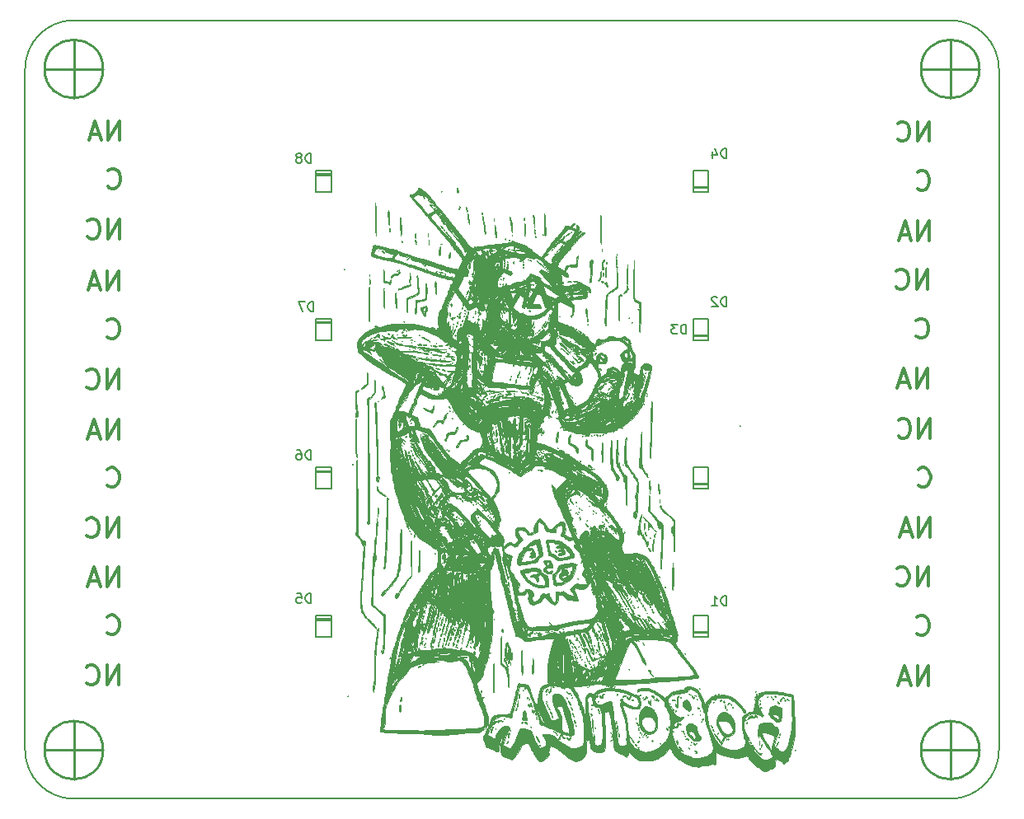
<source format=gbr>
%TF.GenerationSoftware,KiCad,Pcbnew,(5.1.2)-1*%
%TF.CreationDate,2020-01-14T11:15:58-03:00*%
%TF.ProjectId,wifi 2,77696669-2032-42e6-9b69-6361645f7063,rev?*%
%TF.SameCoordinates,Original*%
%TF.FileFunction,Legend,Bot*%
%TF.FilePolarity,Positive*%
%FSLAX46Y46*%
G04 Gerber Fmt 4.6, Leading zero omitted, Abs format (unit mm)*
G04 Created by KiCad (PCBNEW (5.1.2)-1) date 2020-01-14 11:15:58*
%MOMM*%
%LPD*%
G04 APERTURE LIST*
%ADD10C,0.300000*%
%ADD11C,0.150000*%
%ADD12C,0.200000*%
%ADD13C,0.010000*%
%ADD14C,0.127000*%
%ADD15C,0.254000*%
G04 APERTURE END LIST*
D10*
X182818571Y-102614761D02*
X182818571Y-100614761D01*
X181675714Y-102614761D01*
X181675714Y-100614761D01*
X180818571Y-102043333D02*
X179866190Y-102043333D01*
X181009047Y-102614761D02*
X180342380Y-100614761D01*
X179675714Y-102614761D01*
X181630952Y-97274285D02*
X181726190Y-97369523D01*
X182011904Y-97464761D01*
X182202380Y-97464761D01*
X182488095Y-97369523D01*
X182678571Y-97179047D01*
X182773809Y-96988571D01*
X182869047Y-96607619D01*
X182869047Y-96321904D01*
X182773809Y-95940952D01*
X182678571Y-95750476D01*
X182488095Y-95560000D01*
X182202380Y-95464761D01*
X182011904Y-95464761D01*
X181726190Y-95560000D01*
X181630952Y-95655238D01*
X182821428Y-92434761D02*
X182821428Y-90434761D01*
X181678571Y-92434761D01*
X181678571Y-90434761D01*
X179583333Y-92244285D02*
X179678571Y-92339523D01*
X179964285Y-92434761D01*
X180154761Y-92434761D01*
X180440476Y-92339523D01*
X180630952Y-92149047D01*
X180726190Y-91958571D01*
X180821428Y-91577619D01*
X180821428Y-91291904D01*
X180726190Y-90910952D01*
X180630952Y-90720476D01*
X180440476Y-90530000D01*
X180154761Y-90434761D01*
X179964285Y-90434761D01*
X179678571Y-90530000D01*
X179583333Y-90625238D01*
X182708571Y-117794761D02*
X182708571Y-115794761D01*
X181565714Y-117794761D01*
X181565714Y-115794761D01*
X180708571Y-117223333D02*
X179756190Y-117223333D01*
X180899047Y-117794761D02*
X180232380Y-115794761D01*
X179565714Y-117794761D01*
X181520952Y-112454285D02*
X181616190Y-112549523D01*
X181901904Y-112644761D01*
X182092380Y-112644761D01*
X182378095Y-112549523D01*
X182568571Y-112359047D01*
X182663809Y-112168571D01*
X182759047Y-111787619D01*
X182759047Y-111501904D01*
X182663809Y-111120952D01*
X182568571Y-110930476D01*
X182378095Y-110740000D01*
X182092380Y-110644761D01*
X181901904Y-110644761D01*
X181616190Y-110740000D01*
X181520952Y-110835238D01*
X182711428Y-107614761D02*
X182711428Y-105614761D01*
X181568571Y-107614761D01*
X181568571Y-105614761D01*
X179473333Y-107424285D02*
X179568571Y-107519523D01*
X179854285Y-107614761D01*
X180044761Y-107614761D01*
X180330476Y-107519523D01*
X180520952Y-107329047D01*
X180616190Y-107138571D01*
X180711428Y-106757619D01*
X180711428Y-106471904D01*
X180616190Y-106090952D01*
X180520952Y-105900476D01*
X180330476Y-105710000D01*
X180044761Y-105614761D01*
X179854285Y-105614761D01*
X179568571Y-105710000D01*
X179473333Y-105805238D01*
X182918571Y-133114761D02*
X182918571Y-131114761D01*
X181775714Y-133114761D01*
X181775714Y-131114761D01*
X180918571Y-132543333D02*
X179966190Y-132543333D01*
X181109047Y-133114761D02*
X180442380Y-131114761D01*
X179775714Y-133114761D01*
X181730952Y-127774285D02*
X181826190Y-127869523D01*
X182111904Y-127964761D01*
X182302380Y-127964761D01*
X182588095Y-127869523D01*
X182778571Y-127679047D01*
X182873809Y-127488571D01*
X182969047Y-127107619D01*
X182969047Y-126821904D01*
X182873809Y-126440952D01*
X182778571Y-126250476D01*
X182588095Y-126060000D01*
X182302380Y-125964761D01*
X182111904Y-125964761D01*
X181826190Y-126060000D01*
X181730952Y-126155238D01*
X182921428Y-122934761D02*
X182921428Y-120934761D01*
X181778571Y-122934761D01*
X181778571Y-120934761D01*
X179683333Y-122744285D02*
X179778571Y-122839523D01*
X180064285Y-122934761D01*
X180254761Y-122934761D01*
X180540476Y-122839523D01*
X180730952Y-122649047D01*
X180826190Y-122458571D01*
X180921428Y-122077619D01*
X180921428Y-121791904D01*
X180826190Y-121410952D01*
X180730952Y-121220476D01*
X180540476Y-121030000D01*
X180254761Y-120934761D01*
X180064285Y-120934761D01*
X179778571Y-121030000D01*
X179683333Y-121125238D01*
X182771428Y-138154761D02*
X182771428Y-136154761D01*
X181628571Y-138154761D01*
X181628571Y-136154761D01*
X179533333Y-137964285D02*
X179628571Y-138059523D01*
X179914285Y-138154761D01*
X180104761Y-138154761D01*
X180390476Y-138059523D01*
X180580952Y-137869047D01*
X180676190Y-137678571D01*
X180771428Y-137297619D01*
X180771428Y-137011904D01*
X180676190Y-136630952D01*
X180580952Y-136440476D01*
X180390476Y-136250000D01*
X180104761Y-136154761D01*
X179914285Y-136154761D01*
X179628571Y-136250000D01*
X179533333Y-136345238D01*
X181580952Y-142994285D02*
X181676190Y-143089523D01*
X181961904Y-143184761D01*
X182152380Y-143184761D01*
X182438095Y-143089523D01*
X182628571Y-142899047D01*
X182723809Y-142708571D01*
X182819047Y-142327619D01*
X182819047Y-142041904D01*
X182723809Y-141660952D01*
X182628571Y-141470476D01*
X182438095Y-141280000D01*
X182152380Y-141184761D01*
X181961904Y-141184761D01*
X181676190Y-141280000D01*
X181580952Y-141375238D01*
X182768571Y-148334761D02*
X182768571Y-146334761D01*
X181625714Y-148334761D01*
X181625714Y-146334761D01*
X180768571Y-147763333D02*
X179816190Y-147763333D01*
X180959047Y-148334761D02*
X180292380Y-146334761D01*
X179625714Y-148334761D01*
X99579047Y-148274761D02*
X99579047Y-146274761D01*
X98436190Y-148274761D01*
X98436190Y-146274761D01*
X96340952Y-148084285D02*
X96436190Y-148179523D01*
X96721904Y-148274761D01*
X96912380Y-148274761D01*
X97198095Y-148179523D01*
X97388571Y-147989047D01*
X97483809Y-147798571D01*
X97579047Y-147417619D01*
X97579047Y-147131904D01*
X97483809Y-146750952D01*
X97388571Y-146560476D01*
X97198095Y-146370000D01*
X96912380Y-146274761D01*
X96721904Y-146274761D01*
X96436190Y-146370000D01*
X96340952Y-146465238D01*
X98436190Y-142924285D02*
X98531428Y-143019523D01*
X98817142Y-143114761D01*
X99007618Y-143114761D01*
X99293333Y-143019523D01*
X99483809Y-142829047D01*
X99579047Y-142638571D01*
X99674285Y-142257619D01*
X99674285Y-141971904D01*
X99579047Y-141590952D01*
X99483809Y-141400476D01*
X99293333Y-141210000D01*
X99007618Y-141114761D01*
X98817142Y-141114761D01*
X98531428Y-141210000D01*
X98436190Y-141305238D01*
X99579047Y-138164761D02*
X99579047Y-136164761D01*
X98436190Y-138164761D01*
X98436190Y-136164761D01*
X97579047Y-137593333D02*
X96626666Y-137593333D01*
X97769523Y-138164761D02*
X97102856Y-136164761D01*
X96436190Y-138164761D01*
X99579047Y-133124761D02*
X99579047Y-131124761D01*
X98436190Y-133124761D01*
X98436190Y-131124761D01*
X96340952Y-132934285D02*
X96436190Y-133029523D01*
X96721904Y-133124761D01*
X96912380Y-133124761D01*
X97198095Y-133029523D01*
X97388571Y-132839047D01*
X97483809Y-132648571D01*
X97579047Y-132267619D01*
X97579047Y-131981904D01*
X97483809Y-131600952D01*
X97388571Y-131410476D01*
X97198095Y-131220000D01*
X96912380Y-131124761D01*
X96721904Y-131124761D01*
X96436190Y-131220000D01*
X96340952Y-131315238D01*
X98436190Y-127774285D02*
X98531428Y-127869523D01*
X98817142Y-127964761D01*
X99007618Y-127964761D01*
X99293333Y-127869523D01*
X99483809Y-127679047D01*
X99579047Y-127488571D01*
X99674285Y-127107619D01*
X99674285Y-126821904D01*
X99579047Y-126440952D01*
X99483809Y-126250476D01*
X99293333Y-126060000D01*
X99007618Y-125964761D01*
X98817142Y-125964761D01*
X98531428Y-126060000D01*
X98436190Y-126155238D01*
X99579047Y-123014761D02*
X99579047Y-121014761D01*
X98436190Y-123014761D01*
X98436190Y-121014761D01*
X97579047Y-122443333D02*
X96626666Y-122443333D01*
X97769523Y-123014761D02*
X97102856Y-121014761D01*
X96436190Y-123014761D01*
X99589047Y-117864761D02*
X99589047Y-115864761D01*
X98446190Y-117864761D01*
X98446190Y-115864761D01*
X96350952Y-117674285D02*
X96446190Y-117769523D01*
X96731904Y-117864761D01*
X96922380Y-117864761D01*
X97208095Y-117769523D01*
X97398571Y-117579047D01*
X97493809Y-117388571D01*
X97589047Y-117007619D01*
X97589047Y-116721904D01*
X97493809Y-116340952D01*
X97398571Y-116150476D01*
X97208095Y-115960000D01*
X96922380Y-115864761D01*
X96731904Y-115864761D01*
X96446190Y-115960000D01*
X96350952Y-116055238D01*
X98446190Y-112514285D02*
X98541428Y-112609523D01*
X98827142Y-112704761D01*
X99017618Y-112704761D01*
X99303333Y-112609523D01*
X99493809Y-112419047D01*
X99589047Y-112228571D01*
X99684285Y-111847619D01*
X99684285Y-111561904D01*
X99589047Y-111180952D01*
X99493809Y-110990476D01*
X99303333Y-110800000D01*
X99017618Y-110704761D01*
X98827142Y-110704761D01*
X98541428Y-110800000D01*
X98446190Y-110895238D01*
X99589047Y-107754761D02*
X99589047Y-105754761D01*
X98446190Y-107754761D01*
X98446190Y-105754761D01*
X97589047Y-107183333D02*
X96636666Y-107183333D01*
X97779523Y-107754761D02*
X97112856Y-105754761D01*
X96446190Y-107754761D01*
X99669047Y-102444761D02*
X99669047Y-100444761D01*
X98526190Y-102444761D01*
X98526190Y-100444761D01*
X96430952Y-102254285D02*
X96526190Y-102349523D01*
X96811904Y-102444761D01*
X97002380Y-102444761D01*
X97288095Y-102349523D01*
X97478571Y-102159047D01*
X97573809Y-101968571D01*
X97669047Y-101587619D01*
X97669047Y-101301904D01*
X97573809Y-100920952D01*
X97478571Y-100730476D01*
X97288095Y-100540000D01*
X97002380Y-100444761D01*
X96811904Y-100444761D01*
X96526190Y-100540000D01*
X96430952Y-100635238D01*
X98526190Y-97094285D02*
X98621428Y-97189523D01*
X98907142Y-97284761D01*
X99097618Y-97284761D01*
X99383333Y-97189523D01*
X99573809Y-96999047D01*
X99669047Y-96808571D01*
X99764285Y-96427619D01*
X99764285Y-96141904D01*
X99669047Y-95760952D01*
X99573809Y-95570476D01*
X99383333Y-95380000D01*
X99097618Y-95284761D01*
X98907142Y-95284761D01*
X98621428Y-95380000D01*
X98526190Y-95475238D01*
X99669047Y-92334761D02*
X99669047Y-90334761D01*
X98526190Y-92334761D01*
X98526190Y-90334761D01*
X97669047Y-91763333D02*
X96716666Y-91763333D01*
X97859523Y-92334761D02*
X97192856Y-90334761D01*
X96526190Y-92334761D01*
D11*
G36*
X135444523Y-105533881D02*
G01*
X135394523Y-106258881D01*
X135269523Y-106108881D01*
X135094523Y-106183881D01*
X134419523Y-107608881D01*
X135669523Y-109333881D01*
X136194523Y-109033881D01*
X136494523Y-109108881D01*
X136794523Y-109233881D01*
X137194523Y-109408881D01*
X137219523Y-109708881D01*
X137169523Y-109758881D01*
X136994523Y-109808881D01*
X136244523Y-109433881D01*
X135644523Y-109783881D01*
X135519523Y-109758881D01*
X134044523Y-107683881D01*
X135094523Y-105383881D01*
X135444523Y-105533881D01*
G37*
X135444523Y-105533881D02*
X135394523Y-106258881D01*
X135269523Y-106108881D01*
X135094523Y-106183881D01*
X134419523Y-107608881D01*
X135669523Y-109333881D01*
X136194523Y-109033881D01*
X136494523Y-109108881D01*
X136794523Y-109233881D01*
X137194523Y-109408881D01*
X137219523Y-109708881D01*
X137169523Y-109758881D01*
X136994523Y-109808881D01*
X136244523Y-109433881D01*
X135644523Y-109783881D01*
X135519523Y-109758881D01*
X134044523Y-107683881D01*
X135094523Y-105383881D01*
X135444523Y-105533881D01*
G36*
X136694523Y-106033881D02*
G01*
X136769523Y-106158881D01*
X136919523Y-107608881D01*
X136919523Y-107558881D01*
X137144523Y-109383881D01*
X136844523Y-109358881D01*
X136519523Y-106608881D01*
X136044523Y-107208881D01*
X135719523Y-107158881D01*
X135619523Y-106908881D01*
X135694523Y-106883881D01*
X135869523Y-107033881D01*
X136594523Y-106008881D01*
X136694523Y-106033881D01*
G37*
X136694523Y-106033881D02*
X136769523Y-106158881D01*
X136919523Y-107608881D01*
X136919523Y-107558881D01*
X137144523Y-109383881D01*
X136844523Y-109358881D01*
X136519523Y-106608881D01*
X136044523Y-107208881D01*
X135719523Y-107158881D01*
X135619523Y-106908881D01*
X135694523Y-106883881D01*
X135869523Y-107033881D01*
X136594523Y-106008881D01*
X136694523Y-106033881D01*
G36*
X139969523Y-105983881D02*
G01*
X139969523Y-106058881D01*
X139894523Y-106133881D01*
X139819523Y-106158881D01*
X139794523Y-106158881D01*
X139119523Y-105833881D01*
X137919523Y-107258881D01*
X137269523Y-107958881D01*
X137019523Y-107958881D01*
X136419523Y-108108881D01*
X136369523Y-108283881D01*
X136144523Y-108358881D01*
X136094523Y-108258881D01*
X136069523Y-107958881D01*
X136519523Y-107708881D01*
X136694523Y-107683881D01*
X137144523Y-107683881D01*
X138969523Y-105483881D01*
X139969523Y-105983881D01*
G37*
X139969523Y-105983881D02*
X139969523Y-106058881D01*
X139894523Y-106133881D01*
X139819523Y-106158881D01*
X139794523Y-106158881D01*
X139119523Y-105833881D01*
X137919523Y-107258881D01*
X137269523Y-107958881D01*
X137019523Y-107958881D01*
X136419523Y-108108881D01*
X136369523Y-108283881D01*
X136144523Y-108358881D01*
X136094523Y-108258881D01*
X136069523Y-107958881D01*
X136519523Y-107708881D01*
X136694523Y-107683881D01*
X137144523Y-107683881D01*
X138969523Y-105483881D01*
X139969523Y-105983881D01*
G36*
X138419523Y-107383881D02*
G01*
X137819523Y-109758881D01*
X137394523Y-109883881D01*
X137294523Y-109783881D01*
X137470621Y-109629795D01*
X138094523Y-107308881D01*
X138294523Y-107283881D01*
X138419523Y-107383881D01*
G37*
X138419523Y-107383881D02*
X137819523Y-109758881D01*
X137394523Y-109883881D01*
X137294523Y-109783881D01*
X137470621Y-109629795D01*
X138094523Y-107308881D01*
X138294523Y-107283881D01*
X138419523Y-107383881D01*
G36*
X139569523Y-107258881D02*
G01*
X140044523Y-108783881D01*
X139894523Y-109158881D01*
X139519523Y-108208881D01*
X139319523Y-107958881D01*
X138494523Y-109308881D01*
X139619523Y-109683881D01*
X139744523Y-109808881D01*
X139719523Y-109958881D01*
X138094523Y-109408881D01*
X139319523Y-107258881D01*
X139419523Y-107233881D01*
X139569523Y-107258881D01*
G37*
X139569523Y-107258881D02*
X140044523Y-108783881D01*
X139894523Y-109158881D01*
X139519523Y-108208881D01*
X139319523Y-107958881D01*
X138494523Y-109308881D01*
X139619523Y-109683881D01*
X139744523Y-109808881D01*
X139719523Y-109958881D01*
X138094523Y-109408881D01*
X139319523Y-107258881D01*
X139419523Y-107233881D01*
X139569523Y-107258881D01*
G36*
X142944523Y-106533881D02*
G01*
X142894523Y-106683881D01*
X142844523Y-106733881D01*
X142069523Y-106383881D01*
X141494523Y-107158881D01*
X140544523Y-107308881D01*
X140869523Y-107608881D01*
X140794523Y-107858881D01*
X140644523Y-107933881D01*
X140069523Y-107283881D01*
X140094523Y-107158881D01*
X140194523Y-107083881D01*
X141344523Y-106858881D01*
X141969523Y-106083881D01*
X142944523Y-106533881D01*
G37*
X142944523Y-106533881D02*
X142894523Y-106683881D01*
X142844523Y-106733881D01*
X142069523Y-106383881D01*
X141494523Y-107158881D01*
X140544523Y-107308881D01*
X140869523Y-107608881D01*
X140794523Y-107858881D01*
X140644523Y-107933881D01*
X140069523Y-107283881D01*
X140094523Y-107158881D01*
X140194523Y-107083881D01*
X141344523Y-106858881D01*
X141969523Y-106083881D01*
X142944523Y-106533881D01*
G36*
X141919523Y-107108881D02*
G01*
X141969523Y-107158881D01*
X141369523Y-109458881D01*
X141269523Y-109558881D01*
X141119523Y-109508881D01*
X141069523Y-109408881D01*
X141719523Y-107058881D01*
X141919523Y-107108881D01*
G37*
X141919523Y-107108881D02*
X141969523Y-107158881D01*
X141369523Y-109458881D01*
X141269523Y-109558881D01*
X141119523Y-109508881D01*
X141069523Y-109408881D01*
X141719523Y-107058881D01*
X141919523Y-107108881D01*
G36*
X141119523Y-107708881D02*
G01*
X141769523Y-108558881D01*
X141769523Y-108758881D01*
X141619523Y-108808881D01*
X140869523Y-108158881D01*
X139919523Y-109758881D01*
X139719523Y-109708881D01*
X140369523Y-108308881D01*
X140919523Y-107658881D01*
X141119523Y-107708881D01*
G37*
X141119523Y-107708881D02*
X141769523Y-108558881D01*
X141769523Y-108758881D01*
X141619523Y-108808881D01*
X140869523Y-108158881D01*
X139919523Y-109758881D01*
X139719523Y-109708881D01*
X140369523Y-108308881D01*
X140919523Y-107658881D01*
X141119523Y-107708881D01*
G36*
X143569523Y-108508881D02*
G01*
X143569523Y-108558881D01*
X143719523Y-109608881D01*
X143469523Y-109508881D01*
X142819523Y-107558881D01*
X142019523Y-109208881D01*
X142869523Y-109258881D01*
X142969523Y-109558881D01*
X141569523Y-109558881D01*
X141519523Y-109358881D01*
X142669523Y-106958881D01*
X142819523Y-106858881D01*
X143019523Y-106858881D01*
X143569523Y-108508881D01*
G37*
X143569523Y-108508881D02*
X143569523Y-108558881D01*
X143719523Y-109608881D01*
X143469523Y-109508881D01*
X142819523Y-107558881D01*
X142019523Y-109208881D01*
X142869523Y-109258881D01*
X142969523Y-109558881D01*
X141569523Y-109558881D01*
X141519523Y-109358881D01*
X142669523Y-106958881D01*
X142819523Y-106858881D01*
X143019523Y-106858881D01*
X143569523Y-108508881D01*
G36*
X144269523Y-105058881D02*
G01*
X145769523Y-106108881D01*
X145769523Y-106258881D01*
X145719523Y-106358881D01*
X145619523Y-106358881D01*
X145669523Y-106208881D01*
X145569523Y-106358881D01*
X144519523Y-105708881D01*
X144369523Y-106508881D01*
X144319523Y-106558881D01*
X144219523Y-106608881D01*
X143869523Y-106508881D01*
X144719523Y-107508881D01*
X145269523Y-107508881D01*
X145369523Y-107558881D01*
X145319523Y-107708881D01*
X145269523Y-107758881D01*
X144969523Y-107758881D01*
X146319523Y-109358881D01*
X146319523Y-109508881D01*
X146169523Y-109508881D01*
X145019523Y-108908881D01*
X143969523Y-109458881D01*
X143769523Y-109558881D01*
X143669523Y-109308881D01*
X143669523Y-108558881D01*
X143769523Y-108508881D01*
X143969523Y-108558881D01*
X144019523Y-109058881D01*
X144969523Y-108658881D01*
X145219523Y-108708881D01*
X145219523Y-108608881D01*
X144469523Y-107758881D01*
X144269523Y-107808881D01*
X144019523Y-107708881D01*
X143969523Y-107508881D01*
X144169523Y-107458881D01*
X144219523Y-107408881D01*
X142869523Y-105858881D01*
X142969523Y-105658881D01*
X143069523Y-105658881D01*
X144069523Y-106158881D01*
X144119523Y-106158881D01*
X144219523Y-105508881D01*
X144019523Y-105308881D01*
X144019523Y-105108881D01*
X144169523Y-105008881D01*
X144269523Y-105058881D01*
G37*
X144269523Y-105058881D02*
X145769523Y-106108881D01*
X145769523Y-106258881D01*
X145719523Y-106358881D01*
X145619523Y-106358881D01*
X145669523Y-106208881D01*
X145569523Y-106358881D01*
X144519523Y-105708881D01*
X144369523Y-106508881D01*
X144319523Y-106558881D01*
X144219523Y-106608881D01*
X143869523Y-106508881D01*
X144719523Y-107508881D01*
X145269523Y-107508881D01*
X145369523Y-107558881D01*
X145319523Y-107708881D01*
X145269523Y-107758881D01*
X144969523Y-107758881D01*
X146319523Y-109358881D01*
X146319523Y-109508881D01*
X146169523Y-109508881D01*
X145019523Y-108908881D01*
X143969523Y-109458881D01*
X143769523Y-109558881D01*
X143669523Y-109308881D01*
X143669523Y-108558881D01*
X143769523Y-108508881D01*
X143969523Y-108558881D01*
X144019523Y-109058881D01*
X144969523Y-108658881D01*
X145219523Y-108708881D01*
X145219523Y-108608881D01*
X144469523Y-107758881D01*
X144269523Y-107808881D01*
X144019523Y-107708881D01*
X143969523Y-107508881D01*
X144169523Y-107458881D01*
X144219523Y-107408881D01*
X142869523Y-105858881D01*
X142969523Y-105658881D01*
X143069523Y-105658881D01*
X144069523Y-106158881D01*
X144119523Y-106158881D01*
X144219523Y-105508881D01*
X144019523Y-105308881D01*
X144019523Y-105108881D01*
X144169523Y-105008881D01*
X144269523Y-105058881D01*
D12*
X136219523Y-108008881D02*
X136219523Y-108208881D01*
X136619523Y-107808881D02*
X136219523Y-108008881D01*
X134219523Y-107608881D02*
X135219523Y-105608881D01*
X135619523Y-109608881D02*
X134219523Y-107608881D01*
X136219523Y-109208881D02*
X135619523Y-109608881D01*
X137019523Y-109608881D02*
X136219523Y-109208881D01*
X136619523Y-106208881D02*
X137019523Y-109608881D01*
X136019523Y-107008881D02*
X136619523Y-106208881D01*
X138219523Y-107408881D02*
X137619523Y-109608881D01*
X137219523Y-107808881D02*
X136619523Y-107808881D01*
X139019523Y-105608881D02*
X137219523Y-107808881D01*
X139819523Y-106008881D02*
X139019523Y-105608881D01*
X138219523Y-109408881D02*
X139619523Y-109808881D01*
X139419523Y-107408881D02*
X138219523Y-109408881D01*
X140019523Y-109208881D02*
X139419523Y-107408881D01*
X140619523Y-108208881D02*
X139819523Y-109608881D01*
X141019523Y-107808881D02*
X140619523Y-108208881D01*
X141619523Y-108608881D02*
X141019523Y-107808881D01*
X140219523Y-107208881D02*
X141619523Y-108608881D01*
X141419523Y-107008881D02*
X140219523Y-107208881D01*
X142019523Y-106208881D02*
X141419523Y-107008881D01*
X142819523Y-106608881D02*
X142019523Y-106208881D01*
X141819523Y-107208881D02*
X141219523Y-109408881D01*
X141619523Y-109408881D02*
X142819523Y-109408881D01*
X142819523Y-107008881D02*
X141619523Y-109408881D01*
X143619523Y-109408881D02*
X142819523Y-107008881D01*
X145219523Y-107608881D02*
X144219523Y-107608881D01*
X143819523Y-109408881D02*
X143819523Y-108608881D01*
X145019523Y-108808881D02*
X143819523Y-109408881D01*
X146219523Y-109408881D02*
X145019523Y-108808881D01*
X143019523Y-105808881D02*
X146219523Y-109408881D01*
X144219523Y-106408881D02*
X143019523Y-105808881D01*
X144419523Y-105408881D02*
X144219523Y-106408881D01*
X145619523Y-106208881D02*
X144419523Y-105408881D01*
X144219523Y-105208881D02*
X145619523Y-106208881D01*
D11*
X95000000Y-160000000D02*
X185000000Y-160000000D01*
X90000000Y-85000000D02*
X90000000Y-155000000D01*
X185000000Y-80000000D02*
X95000000Y-80000000D01*
X190000000Y-155000000D02*
X190000000Y-85000000D01*
X190000000Y-155000000D02*
G75*
G02X185000000Y-160000000I-5000000J0D01*
G01*
X185000000Y-80000000D02*
G75*
G02X190000000Y-85000000I0J-5000000D01*
G01*
X90000000Y-85000000D02*
G75*
G02X95000000Y-80000000I5000000J0D01*
G01*
X95000000Y-160000000D02*
G75*
G02X90000000Y-155000000I0J5000000D01*
G01*
D13*
G36*
X144434693Y-134538870D02*
G01*
X144449030Y-134566122D01*
X144521552Y-134639628D01*
X144535085Y-134643091D01*
X144540336Y-134593373D01*
X144526000Y-134566122D01*
X144453478Y-134492615D01*
X144439945Y-134489152D01*
X144434693Y-134538870D01*
X144434693Y-134538870D01*
G37*
X144434693Y-134538870D02*
X144449030Y-134566122D01*
X144521552Y-134639628D01*
X144535085Y-134643091D01*
X144540336Y-134593373D01*
X144526000Y-134566122D01*
X144453478Y-134492615D01*
X144439945Y-134489152D01*
X144434693Y-134538870D01*
G36*
X142412473Y-136897128D02*
G01*
X142185775Y-136950151D01*
X141991551Y-137018911D01*
X141880447Y-137087610D01*
X141870545Y-137109739D01*
X141894355Y-137165172D01*
X141991986Y-137195673D01*
X142202742Y-137213156D01*
X142213639Y-137213730D01*
X142355025Y-137294613D01*
X142436441Y-137471728D01*
X142506759Y-137661221D01*
X142582063Y-137713645D01*
X142686601Y-137644658D01*
X142693554Y-137637779D01*
X142733722Y-137523083D01*
X142670895Y-137349143D01*
X142605962Y-137202058D01*
X142625447Y-137137976D01*
X142679158Y-137119720D01*
X142784015Y-137049393D01*
X142777685Y-136949912D01*
X142674466Y-136881287D01*
X142621000Y-136875642D01*
X142412473Y-136897128D01*
X142412473Y-136897128D01*
G37*
X142412473Y-136897128D02*
X142185775Y-136950151D01*
X141991551Y-137018911D01*
X141880447Y-137087610D01*
X141870545Y-137109739D01*
X141894355Y-137165172D01*
X141991986Y-137195673D01*
X142202742Y-137213156D01*
X142213639Y-137213730D01*
X142355025Y-137294613D01*
X142436441Y-137471728D01*
X142506759Y-137661221D01*
X142582063Y-137713645D01*
X142686601Y-137644658D01*
X142693554Y-137637779D01*
X142733722Y-137523083D01*
X142670895Y-137349143D01*
X142605962Y-137202058D01*
X142625447Y-137137976D01*
X142679158Y-137119720D01*
X142784015Y-137049393D01*
X142777685Y-136949912D01*
X142674466Y-136881287D01*
X142621000Y-136875642D01*
X142412473Y-136897128D01*
G36*
X130812565Y-98108142D02*
G01*
X130823131Y-98153900D01*
X130863878Y-98159455D01*
X130927233Y-98131293D01*
X130915191Y-98108142D01*
X130823846Y-98098930D01*
X130812565Y-98108142D01*
X130812565Y-98108142D01*
G37*
X130812565Y-98108142D02*
X130823131Y-98153900D01*
X130863878Y-98159455D01*
X130927233Y-98131293D01*
X130915191Y-98108142D01*
X130823846Y-98098930D01*
X130812565Y-98108142D01*
G36*
X130940848Y-98274909D02*
G01*
X130979333Y-98313394D01*
X131017818Y-98274909D01*
X130979333Y-98236425D01*
X130940848Y-98274909D01*
X130940848Y-98274909D01*
G37*
X130940848Y-98274909D02*
X130979333Y-98313394D01*
X131017818Y-98274909D01*
X130979333Y-98236425D01*
X130940848Y-98274909D01*
G36*
X131353204Y-98436834D02*
G01*
X131428739Y-98544692D01*
X131534291Y-98666612D01*
X131630374Y-98755265D01*
X131666235Y-98772794D01*
X131668324Y-98726954D01*
X131582233Y-98610852D01*
X131556606Y-98582788D01*
X131427800Y-98453624D01*
X131351059Y-98391375D01*
X131347171Y-98390364D01*
X131353204Y-98436834D01*
X131353204Y-98436834D01*
G37*
X131353204Y-98436834D02*
X131428739Y-98544692D01*
X131534291Y-98666612D01*
X131630374Y-98755265D01*
X131666235Y-98772794D01*
X131668324Y-98726954D01*
X131582233Y-98610852D01*
X131556606Y-98582788D01*
X131427800Y-98453624D01*
X131351059Y-98391375D01*
X131347171Y-98390364D01*
X131353204Y-98436834D01*
G36*
X131710545Y-99198546D02*
G01*
X131749030Y-99237031D01*
X131787515Y-99198546D01*
X131749030Y-99160061D01*
X131710545Y-99198546D01*
X131710545Y-99198546D01*
G37*
X131710545Y-99198546D02*
X131749030Y-99237031D01*
X131787515Y-99198546D01*
X131749030Y-99160061D01*
X131710545Y-99198546D01*
G36*
X132018424Y-99275515D02*
G01*
X132056909Y-99314000D01*
X132095393Y-99275515D01*
X132056909Y-99237031D01*
X132018424Y-99275515D01*
X132018424Y-99275515D01*
G37*
X132018424Y-99275515D02*
X132056909Y-99314000D01*
X132095393Y-99275515D01*
X132056909Y-99237031D01*
X132018424Y-99275515D01*
G36*
X133019030Y-100814909D02*
G01*
X133057515Y-100853394D01*
X133096000Y-100814909D01*
X133057515Y-100776425D01*
X133019030Y-100814909D01*
X133019030Y-100814909D01*
G37*
X133019030Y-100814909D02*
X133057515Y-100853394D01*
X133096000Y-100814909D01*
X133057515Y-100776425D01*
X133019030Y-100814909D01*
G36*
X146052565Y-101725717D02*
G01*
X146043353Y-101817062D01*
X146052565Y-101828344D01*
X146098324Y-101817778D01*
X146103878Y-101777031D01*
X146075716Y-101713676D01*
X146052565Y-101725717D01*
X146052565Y-101725717D01*
G37*
X146052565Y-101725717D02*
X146043353Y-101817062D01*
X146052565Y-101828344D01*
X146098324Y-101817778D01*
X146103878Y-101777031D01*
X146075716Y-101713676D01*
X146052565Y-101725717D01*
G36*
X145257212Y-102200364D02*
G01*
X145295696Y-102238849D01*
X145334181Y-102200364D01*
X145295696Y-102161879D01*
X145257212Y-102200364D01*
X145257212Y-102200364D01*
G37*
X145257212Y-102200364D02*
X145295696Y-102238849D01*
X145334181Y-102200364D01*
X145295696Y-102161879D01*
X145257212Y-102200364D01*
G36*
X145779895Y-101901077D02*
G01*
X145620105Y-102017044D01*
X145588625Y-102043992D01*
X145444734Y-102178775D01*
X145420762Y-102222237D01*
X145512799Y-102174512D01*
X145711170Y-102039833D01*
X145851984Y-101927564D01*
X145901680Y-101861452D01*
X145888644Y-101854000D01*
X145779895Y-101901077D01*
X145779895Y-101901077D01*
G37*
X145779895Y-101901077D02*
X145620105Y-102017044D01*
X145588625Y-102043992D01*
X145444734Y-102178775D01*
X145420762Y-102222237D01*
X145512799Y-102174512D01*
X145711170Y-102039833D01*
X145851984Y-101927564D01*
X145901680Y-101861452D01*
X145888644Y-101854000D01*
X145779895Y-101901077D01*
G36*
X139582300Y-103500831D02*
G01*
X139605255Y-103535815D01*
X139683323Y-103541257D01*
X139765452Y-103522460D01*
X139729825Y-103494755D01*
X139609531Y-103485579D01*
X139582300Y-103500831D01*
X139582300Y-103500831D01*
G37*
X139582300Y-103500831D02*
X139605255Y-103535815D01*
X139683323Y-103541257D01*
X139765452Y-103522460D01*
X139729825Y-103494755D01*
X139609531Y-103485579D01*
X139582300Y-103500831D01*
G36*
X139356202Y-104188748D02*
G01*
X139366767Y-104234506D01*
X139407515Y-104240061D01*
X139470869Y-104211899D01*
X139458828Y-104188748D01*
X139367483Y-104179536D01*
X139356202Y-104188748D01*
X139356202Y-104188748D01*
G37*
X139356202Y-104188748D02*
X139366767Y-104234506D01*
X139407515Y-104240061D01*
X139470869Y-104211899D01*
X139458828Y-104188748D01*
X139367483Y-104179536D01*
X139356202Y-104188748D01*
G36*
X126245696Y-103662788D02*
G01*
X126284181Y-103701273D01*
X126322666Y-103662788D01*
X126284181Y-103624303D01*
X126245696Y-103662788D01*
X126245696Y-103662788D01*
G37*
X126245696Y-103662788D02*
X126284181Y-103701273D01*
X126322666Y-103662788D01*
X126284181Y-103624303D01*
X126245696Y-103662788D01*
G36*
X126598912Y-103719553D02*
G01*
X126690821Y-103825203D01*
X126805012Y-103911465D01*
X126866952Y-103932182D01*
X126871350Y-103886951D01*
X126783734Y-103777537D01*
X126778070Y-103771829D01*
X126654087Y-103668927D01*
X126581981Y-103647211D01*
X126598912Y-103719553D01*
X126598912Y-103719553D01*
G37*
X126598912Y-103719553D02*
X126690821Y-103825203D01*
X126805012Y-103911465D01*
X126866952Y-103932182D01*
X126871350Y-103886951D01*
X126783734Y-103777537D01*
X126778070Y-103771829D01*
X126654087Y-103668927D01*
X126581981Y-103647211D01*
X126598912Y-103719553D01*
G36*
X132673579Y-101139196D02*
G01*
X132729014Y-101238243D01*
X132830651Y-101358470D01*
X132895535Y-101392182D01*
X132903482Y-101345121D01*
X132826606Y-101238243D01*
X132715022Y-101124750D01*
X132660085Y-101084303D01*
X132673579Y-101139196D01*
X132673579Y-101139196D01*
G37*
X132673579Y-101139196D02*
X132729014Y-101238243D01*
X132830651Y-101358470D01*
X132895535Y-101392182D01*
X132903482Y-101345121D01*
X132826606Y-101238243D01*
X132715022Y-101124750D01*
X132660085Y-101084303D01*
X132673579Y-101139196D01*
G36*
X132966208Y-101518870D02*
G01*
X132980545Y-101546122D01*
X133053067Y-101619628D01*
X133066600Y-101623091D01*
X133071851Y-101573373D01*
X133057515Y-101546122D01*
X132984993Y-101472615D01*
X132971460Y-101469152D01*
X132966208Y-101518870D01*
X132966208Y-101518870D01*
G37*
X132966208Y-101518870D02*
X132980545Y-101546122D01*
X133053067Y-101619628D01*
X133066600Y-101623091D01*
X133071851Y-101573373D01*
X133057515Y-101546122D01*
X132984993Y-101472615D01*
X132971460Y-101469152D01*
X132966208Y-101518870D01*
G36*
X133948585Y-102036367D02*
G01*
X134028959Y-102161879D01*
X134157901Y-102341430D01*
X134301244Y-102518777D01*
X134436019Y-102669468D01*
X134539258Y-102769047D01*
X134587995Y-102793062D01*
X134571146Y-102739152D01*
X134477064Y-102600311D01*
X134315509Y-102400874D01*
X134171550Y-102238849D01*
X134006393Y-102063154D01*
X133935050Y-101997268D01*
X133948585Y-102036367D01*
X133948585Y-102036367D01*
G37*
X133948585Y-102036367D02*
X134028959Y-102161879D01*
X134157901Y-102341430D01*
X134301244Y-102518777D01*
X134436019Y-102669468D01*
X134539258Y-102769047D01*
X134587995Y-102793062D01*
X134571146Y-102739152D01*
X134477064Y-102600311D01*
X134315509Y-102400874D01*
X134171550Y-102238849D01*
X134006393Y-102063154D01*
X133935050Y-101997268D01*
X133948585Y-102036367D01*
G36*
X144487515Y-102816122D02*
G01*
X144526000Y-102854606D01*
X144564484Y-102816122D01*
X144526000Y-102777637D01*
X144487515Y-102816122D01*
X144487515Y-102816122D01*
G37*
X144487515Y-102816122D02*
X144526000Y-102854606D01*
X144564484Y-102816122D01*
X144526000Y-102777637D01*
X144487515Y-102816122D01*
G36*
X144282262Y-103265111D02*
G01*
X144273050Y-103356456D01*
X144282262Y-103367738D01*
X144328021Y-103357172D01*
X144333575Y-103316425D01*
X144305413Y-103253070D01*
X144282262Y-103265111D01*
X144282262Y-103265111D01*
G37*
X144282262Y-103265111D02*
X144273050Y-103356456D01*
X144282262Y-103367738D01*
X144328021Y-103357172D01*
X144333575Y-103316425D01*
X144305413Y-103253070D01*
X144282262Y-103265111D01*
G36*
X144114559Y-103501499D02*
G01*
X144031928Y-103578999D01*
X144048879Y-103623554D01*
X144059639Y-103624303D01*
X144124741Y-103569633D01*
X144148501Y-103535441D01*
X144157573Y-103482771D01*
X144114559Y-103501499D01*
X144114559Y-103501499D01*
G37*
X144114559Y-103501499D02*
X144031928Y-103578999D01*
X144048879Y-103623554D01*
X144059639Y-103624303D01*
X144124741Y-103569633D01*
X144148501Y-103535441D01*
X144157573Y-103482771D01*
X144114559Y-103501499D01*
G36*
X143754344Y-103956337D02*
G01*
X143698575Y-103999334D01*
X143578912Y-104111679D01*
X143579433Y-104161828D01*
X143592939Y-104163091D01*
X143657188Y-104110492D01*
X143727636Y-104028394D01*
X143794203Y-103937224D01*
X143754344Y-103956337D01*
X143754344Y-103956337D01*
G37*
X143754344Y-103956337D02*
X143698575Y-103999334D01*
X143578912Y-104111679D01*
X143579433Y-104161828D01*
X143592939Y-104163091D01*
X143657188Y-104110492D01*
X143727636Y-104028394D01*
X143794203Y-103937224D01*
X143754344Y-103956337D01*
G36*
X129324484Y-104432485D02*
G01*
X129362969Y-104470970D01*
X129401454Y-104432485D01*
X129362969Y-104394000D01*
X129324484Y-104432485D01*
X129324484Y-104432485D01*
G37*
X129324484Y-104432485D02*
X129362969Y-104470970D01*
X129401454Y-104432485D01*
X129362969Y-104394000D01*
X129324484Y-104432485D01*
G36*
X129170545Y-104586425D02*
G01*
X129209030Y-104624909D01*
X129247515Y-104586425D01*
X129209030Y-104547940D01*
X129170545Y-104586425D01*
X129170545Y-104586425D01*
G37*
X129170545Y-104586425D02*
X129209030Y-104624909D01*
X129247515Y-104586425D01*
X129209030Y-104547940D01*
X129170545Y-104586425D01*
G36*
X130786909Y-105048243D02*
G01*
X130825393Y-105086728D01*
X130863878Y-105048243D01*
X130825393Y-105009758D01*
X130786909Y-105048243D01*
X130786909Y-105048243D01*
G37*
X130786909Y-105048243D02*
X130825393Y-105086728D01*
X130863878Y-105048243D01*
X130825393Y-105009758D01*
X130786909Y-105048243D01*
G36*
X130943085Y-105145300D02*
G01*
X130940848Y-105163697D01*
X130999420Y-105238430D01*
X131017818Y-105240667D01*
X131092551Y-105182095D01*
X131094787Y-105163697D01*
X131036215Y-105088964D01*
X131017818Y-105086728D01*
X130943085Y-105145300D01*
X130943085Y-105145300D01*
G37*
X130943085Y-105145300D02*
X130940848Y-105163697D01*
X130999420Y-105238430D01*
X131017818Y-105240667D01*
X131092551Y-105182095D01*
X131094787Y-105163697D01*
X131036215Y-105088964D01*
X131017818Y-105086728D01*
X130943085Y-105145300D01*
G36*
X131171757Y-105587031D02*
G01*
X131210242Y-105625515D01*
X131248727Y-105587031D01*
X131210242Y-105548546D01*
X131171757Y-105587031D01*
X131171757Y-105587031D01*
G37*
X131171757Y-105587031D02*
X131210242Y-105625515D01*
X131248727Y-105587031D01*
X131210242Y-105548546D01*
X131171757Y-105587031D01*
G36*
X133249939Y-105817940D02*
G01*
X133288424Y-105856425D01*
X133326909Y-105817940D01*
X133288424Y-105779455D01*
X133249939Y-105817940D01*
X133249939Y-105817940D01*
G37*
X133249939Y-105817940D02*
X133288424Y-105856425D01*
X133326909Y-105817940D01*
X133288424Y-105779455D01*
X133249939Y-105817940D01*
G36*
X132161327Y-105820136D02*
G01*
X132095393Y-105856425D01*
X132033785Y-105917413D01*
X132056909Y-105931037D01*
X132183399Y-105892713D01*
X132249333Y-105856425D01*
X132310941Y-105795436D01*
X132287818Y-105781812D01*
X132161327Y-105820136D01*
X132161327Y-105820136D01*
G37*
X132161327Y-105820136D02*
X132095393Y-105856425D01*
X132033785Y-105917413D01*
X132056909Y-105931037D01*
X132183399Y-105892713D01*
X132249333Y-105856425D01*
X132310941Y-105795436D01*
X132287818Y-105781812D01*
X132161327Y-105820136D01*
G36*
X132492039Y-105868707D02*
G01*
X132526811Y-105901742D01*
X132699678Y-105951871D01*
X132749636Y-105963389D01*
X132891186Y-105986799D01*
X132896272Y-105960193D01*
X132865090Y-105936911D01*
X132688129Y-105868019D01*
X132602111Y-105857603D01*
X132492039Y-105868707D01*
X132492039Y-105868707D01*
G37*
X132492039Y-105868707D02*
X132526811Y-105901742D01*
X132699678Y-105951871D01*
X132749636Y-105963389D01*
X132891186Y-105986799D01*
X132896272Y-105960193D01*
X132865090Y-105936911D01*
X132688129Y-105868019D01*
X132602111Y-105857603D01*
X132492039Y-105868707D01*
G36*
X132505899Y-106036020D02*
G01*
X132516464Y-106081779D01*
X132557212Y-106087334D01*
X132620566Y-106059172D01*
X132608525Y-106036020D01*
X132517180Y-106026809D01*
X132505899Y-106036020D01*
X132505899Y-106036020D01*
G37*
X132505899Y-106036020D02*
X132516464Y-106081779D01*
X132557212Y-106087334D01*
X132620566Y-106059172D01*
X132608525Y-106036020D01*
X132517180Y-106026809D01*
X132505899Y-106036020D01*
G36*
X133096000Y-106048849D02*
G01*
X133134484Y-106087334D01*
X133172969Y-106048849D01*
X133134484Y-106010364D01*
X133096000Y-106048849D01*
X133096000Y-106048849D01*
G37*
X133096000Y-106048849D02*
X133134484Y-106087334D01*
X133172969Y-106048849D01*
X133134484Y-106010364D01*
X133096000Y-106048849D01*
G36*
X138022060Y-107049455D02*
G01*
X138060545Y-107087940D01*
X138099030Y-107049455D01*
X138060545Y-107010970D01*
X138022060Y-107049455D01*
X138022060Y-107049455D01*
G37*
X138022060Y-107049455D02*
X138060545Y-107087940D01*
X138099030Y-107049455D01*
X138060545Y-107010970D01*
X138022060Y-107049455D01*
G36*
X138099030Y-107511273D02*
G01*
X138137515Y-107549758D01*
X138176000Y-107511273D01*
X138137515Y-107472788D01*
X138099030Y-107511273D01*
X138099030Y-107511273D01*
G37*
X138099030Y-107511273D02*
X138137515Y-107549758D01*
X138176000Y-107511273D01*
X138137515Y-107472788D01*
X138099030Y-107511273D01*
G36*
X141588323Y-104573596D02*
G01*
X141598888Y-104619355D01*
X141639636Y-104624909D01*
X141702991Y-104596747D01*
X141690949Y-104573596D01*
X141599604Y-104564384D01*
X141588323Y-104573596D01*
X141588323Y-104573596D01*
G37*
X141588323Y-104573596D02*
X141598888Y-104619355D01*
X141639636Y-104624909D01*
X141702991Y-104596747D01*
X141690949Y-104573596D01*
X141599604Y-104564384D01*
X141588323Y-104573596D01*
G36*
X141817724Y-104674628D02*
G01*
X141832060Y-104701879D01*
X141904582Y-104775385D01*
X141918115Y-104778849D01*
X141923366Y-104729130D01*
X141909030Y-104701879D01*
X141836508Y-104628373D01*
X141822975Y-104624909D01*
X141817724Y-104674628D01*
X141817724Y-104674628D01*
G37*
X141817724Y-104674628D02*
X141832060Y-104701879D01*
X141904582Y-104775385D01*
X141918115Y-104778849D01*
X141923366Y-104729130D01*
X141909030Y-104701879D01*
X141836508Y-104628373D01*
X141822975Y-104624909D01*
X141817724Y-104674628D01*
G36*
X139484484Y-104817334D02*
G01*
X139522969Y-104855818D01*
X139561454Y-104817334D01*
X139522969Y-104778849D01*
X139484484Y-104817334D01*
X139484484Y-104817334D01*
G37*
X139484484Y-104817334D02*
X139522969Y-104855818D01*
X139561454Y-104817334D01*
X139522969Y-104778849D01*
X139484484Y-104817334D01*
G36*
X140100242Y-104817334D02*
G01*
X140138727Y-104855818D01*
X140177212Y-104817334D01*
X140138727Y-104778849D01*
X140100242Y-104817334D01*
X140100242Y-104817334D01*
G37*
X140100242Y-104817334D02*
X140138727Y-104855818D01*
X140177212Y-104817334D01*
X140138727Y-104778849D01*
X140100242Y-104817334D01*
G36*
X141100848Y-104817334D02*
G01*
X141139333Y-104855818D01*
X141177818Y-104817334D01*
X141139333Y-104778849D01*
X141100848Y-104817334D01*
X141100848Y-104817334D01*
G37*
X141100848Y-104817334D02*
X141139333Y-104855818D01*
X141177818Y-104817334D01*
X141139333Y-104778849D01*
X141100848Y-104817334D01*
G36*
X139202262Y-104881475D02*
G01*
X139193050Y-104972820D01*
X139202262Y-104984101D01*
X139248021Y-104973536D01*
X139253575Y-104932788D01*
X139225413Y-104869433D01*
X139202262Y-104881475D01*
X139202262Y-104881475D01*
G37*
X139202262Y-104881475D02*
X139193050Y-104972820D01*
X139202262Y-104984101D01*
X139248021Y-104973536D01*
X139253575Y-104932788D01*
X139225413Y-104869433D01*
X139202262Y-104881475D01*
G36*
X140100242Y-104971273D02*
G01*
X140138727Y-105009758D01*
X140177212Y-104971273D01*
X140138727Y-104932788D01*
X140100242Y-104971273D01*
X140100242Y-104971273D01*
G37*
X140100242Y-104971273D02*
X140138727Y-105009758D01*
X140177212Y-104971273D01*
X140138727Y-104932788D01*
X140100242Y-104971273D01*
G36*
X141126842Y-104990515D02*
G01*
X141116676Y-105148099D01*
X141126842Y-105182940D01*
X141154936Y-105192609D01*
X141165665Y-105086728D01*
X141153569Y-104977459D01*
X141126842Y-104990515D01*
X141126842Y-104990515D01*
G37*
X141126842Y-104990515D02*
X141116676Y-105148099D01*
X141126842Y-105182940D01*
X141154936Y-105192609D01*
X141165665Y-105086728D01*
X141153569Y-104977459D01*
X141126842Y-104990515D01*
G36*
X142566690Y-104748358D02*
G01*
X142677482Y-104869198D01*
X142823751Y-105009758D01*
X143012105Y-105174860D01*
X143157267Y-105286602D01*
X143216607Y-105317637D01*
X143196947Y-105271401D01*
X143086694Y-105151138D01*
X142938640Y-105009758D01*
X142749704Y-104845054D01*
X142604796Y-104733332D01*
X142545784Y-104701879D01*
X142566690Y-104748358D01*
X142566690Y-104748358D01*
G37*
X142566690Y-104748358D02*
X142677482Y-104869198D01*
X142823751Y-105009758D01*
X143012105Y-105174860D01*
X143157267Y-105286602D01*
X143216607Y-105317637D01*
X143196947Y-105271401D01*
X143086694Y-105151138D01*
X142938640Y-105009758D01*
X142749704Y-104845054D01*
X142604796Y-104733332D01*
X142545784Y-104701879D01*
X142566690Y-104748358D01*
G36*
X141126505Y-105343293D02*
G01*
X141117293Y-105434638D01*
X141126505Y-105445919D01*
X141172263Y-105435354D01*
X141177818Y-105394606D01*
X141149656Y-105331252D01*
X141126505Y-105343293D01*
X141126505Y-105343293D01*
G37*
X141126505Y-105343293D02*
X141117293Y-105434638D01*
X141126505Y-105445919D01*
X141172263Y-105435354D01*
X141177818Y-105394606D01*
X141149656Y-105331252D01*
X141126505Y-105343293D01*
G36*
X143332969Y-105433091D02*
G01*
X143371454Y-105471576D01*
X143409939Y-105433091D01*
X143371454Y-105394606D01*
X143332969Y-105433091D01*
X143332969Y-105433091D01*
G37*
X143332969Y-105433091D02*
X143371454Y-105471576D01*
X143409939Y-105433091D01*
X143371454Y-105394606D01*
X143332969Y-105433091D01*
G36*
X143486909Y-105587031D02*
G01*
X143525393Y-105625515D01*
X143563878Y-105587031D01*
X143525393Y-105548546D01*
X143486909Y-105587031D01*
X143486909Y-105587031D01*
G37*
X143486909Y-105587031D02*
X143525393Y-105625515D01*
X143563878Y-105587031D01*
X143525393Y-105548546D01*
X143486909Y-105587031D01*
G36*
X139214311Y-105128234D02*
G01*
X139177664Y-105184599D01*
X139124645Y-105355816D01*
X139121050Y-105569447D01*
X139151970Y-105817940D01*
X139164288Y-105574083D01*
X139187112Y-105352966D01*
X139220902Y-105189235D01*
X139247523Y-105092218D01*
X139214311Y-105128234D01*
X139214311Y-105128234D01*
G37*
X139214311Y-105128234D02*
X139177664Y-105184599D01*
X139124645Y-105355816D01*
X139121050Y-105569447D01*
X139151970Y-105817940D01*
X139164288Y-105574083D01*
X139187112Y-105352966D01*
X139220902Y-105189235D01*
X139247523Y-105092218D01*
X139214311Y-105128234D01*
G36*
X139525975Y-105043044D02*
G01*
X139495469Y-105187274D01*
X139474426Y-105310162D01*
X139440699Y-105558334D01*
X139433298Y-105716536D01*
X139449928Y-105766555D01*
X139488293Y-105690179D01*
X139512143Y-105609326D01*
X139543015Y-105407256D01*
X139551485Y-105166512D01*
X139551405Y-105163697D01*
X139543059Y-105038156D01*
X139525975Y-105043044D01*
X139525975Y-105043044D01*
G37*
X139525975Y-105043044D02*
X139495469Y-105187274D01*
X139474426Y-105310162D01*
X139440699Y-105558334D01*
X139433298Y-105716536D01*
X139449928Y-105766555D01*
X139488293Y-105690179D01*
X139512143Y-105609326D01*
X139543015Y-105407256D01*
X139551485Y-105166512D01*
X139551405Y-105163697D01*
X139543059Y-105038156D01*
X139525975Y-105043044D01*
G36*
X143640848Y-105740970D02*
G01*
X143679333Y-105779455D01*
X143717818Y-105740970D01*
X143679333Y-105702485D01*
X143640848Y-105740970D01*
X143640848Y-105740970D01*
G37*
X143640848Y-105740970D02*
X143679333Y-105779455D01*
X143717818Y-105740970D01*
X143679333Y-105702485D01*
X143640848Y-105740970D01*
G36*
X139869333Y-105817940D02*
G01*
X139907818Y-105856425D01*
X139946303Y-105817940D01*
X139907818Y-105779455D01*
X139869333Y-105817940D01*
X139869333Y-105817940D01*
G37*
X139869333Y-105817940D02*
X139907818Y-105856425D01*
X139946303Y-105817940D01*
X139907818Y-105779455D01*
X139869333Y-105817940D01*
G36*
X143486909Y-105971879D02*
G01*
X143525393Y-106010364D01*
X143563878Y-105971879D01*
X143525393Y-105933394D01*
X143486909Y-105971879D01*
X143486909Y-105971879D01*
G37*
X143486909Y-105971879D02*
X143525393Y-106010364D01*
X143563878Y-105971879D01*
X143525393Y-105933394D01*
X143486909Y-105971879D01*
G36*
X138791757Y-106279758D02*
G01*
X138830242Y-106318243D01*
X138868727Y-106279758D01*
X138830242Y-106241273D01*
X138791757Y-106279758D01*
X138791757Y-106279758D01*
G37*
X138791757Y-106279758D02*
X138830242Y-106318243D01*
X138868727Y-106279758D01*
X138830242Y-106241273D01*
X138791757Y-106279758D01*
G36*
X144025696Y-106356728D02*
G01*
X144064181Y-106395212D01*
X144102666Y-106356728D01*
X144064181Y-106318243D01*
X144025696Y-106356728D01*
X144025696Y-106356728D01*
G37*
X144025696Y-106356728D02*
X144064181Y-106395212D01*
X144102666Y-106356728D01*
X144064181Y-106318243D01*
X144025696Y-106356728D01*
G36*
X138791757Y-106587637D02*
G01*
X138830242Y-106626122D01*
X138868727Y-106587637D01*
X138830242Y-106549152D01*
X138791757Y-106587637D01*
X138791757Y-106587637D01*
G37*
X138791757Y-106587637D02*
X138830242Y-106626122D01*
X138868727Y-106587637D01*
X138830242Y-106549152D01*
X138791757Y-106587637D01*
G36*
X139087513Y-106437587D02*
G01*
X139053454Y-106502970D01*
X139029399Y-106631644D01*
X139042134Y-106671245D01*
X139096365Y-106645323D01*
X139130424Y-106579940D01*
X139154479Y-106451265D01*
X139141744Y-106411664D01*
X139087513Y-106437587D01*
X139087513Y-106437587D01*
G37*
X139087513Y-106437587D02*
X139053454Y-106502970D01*
X139029399Y-106631644D01*
X139042134Y-106671245D01*
X139096365Y-106645323D01*
X139130424Y-106579940D01*
X139154479Y-106451265D01*
X139141744Y-106411664D01*
X139087513Y-106437587D01*
G36*
X138714787Y-107126425D02*
G01*
X138753272Y-107164909D01*
X138791757Y-107126425D01*
X138753272Y-107087940D01*
X138714787Y-107126425D01*
X138714787Y-107126425D01*
G37*
X138714787Y-107126425D02*
X138753272Y-107164909D01*
X138791757Y-107126425D01*
X138753272Y-107087940D01*
X138714787Y-107126425D01*
G36*
X139022666Y-107126425D02*
G01*
X139061151Y-107164909D01*
X139099636Y-107126425D01*
X139061151Y-107087940D01*
X139022666Y-107126425D01*
X139022666Y-107126425D01*
G37*
X139022666Y-107126425D02*
X139061151Y-107164909D01*
X139099636Y-107126425D01*
X139061151Y-107087940D01*
X139022666Y-107126425D01*
G36*
X139356202Y-107036627D02*
G01*
X139346990Y-107127972D01*
X139356202Y-107139253D01*
X139401960Y-107128687D01*
X139407515Y-107087940D01*
X139379353Y-107024585D01*
X139356202Y-107036627D01*
X139356202Y-107036627D01*
G37*
X139356202Y-107036627D02*
X139346990Y-107127972D01*
X139356202Y-107139253D01*
X139401960Y-107128687D01*
X139407515Y-107087940D01*
X139379353Y-107024585D01*
X139356202Y-107036627D01*
G36*
X142409333Y-107049455D02*
G01*
X142447818Y-107087940D01*
X142486303Y-107049455D01*
X142447818Y-107010970D01*
X142409333Y-107049455D01*
X142409333Y-107049455D01*
G37*
X142409333Y-107049455D02*
X142447818Y-107087940D01*
X142486303Y-107049455D01*
X142447818Y-107010970D01*
X142409333Y-107049455D01*
G36*
X141953045Y-107101574D02*
G01*
X142008996Y-107154785D01*
X142024484Y-107164909D01*
X142165507Y-107232902D01*
X142232816Y-107221602D01*
X142216909Y-107164909D01*
X142107065Y-107097938D01*
X142039184Y-107089118D01*
X141953045Y-107101574D01*
X141953045Y-107101574D01*
G37*
X141953045Y-107101574D02*
X142008996Y-107154785D01*
X142024484Y-107164909D01*
X142165507Y-107232902D01*
X142232816Y-107221602D01*
X142216909Y-107164909D01*
X142107065Y-107097938D01*
X142039184Y-107089118D01*
X141953045Y-107101574D01*
G36*
X141639636Y-107280364D02*
G01*
X141678121Y-107318849D01*
X141716606Y-107280364D01*
X141678121Y-107241879D01*
X141639636Y-107280364D01*
X141639636Y-107280364D01*
G37*
X141639636Y-107280364D02*
X141678121Y-107318849D01*
X141716606Y-107280364D01*
X141678121Y-107241879D01*
X141639636Y-107280364D01*
G36*
X142563272Y-107511273D02*
G01*
X142601757Y-107549758D01*
X142640242Y-107511273D01*
X142601757Y-107472788D01*
X142563272Y-107511273D01*
X142563272Y-107511273D01*
G37*
X142563272Y-107511273D02*
X142601757Y-107549758D01*
X142640242Y-107511273D01*
X142601757Y-107472788D01*
X142563272Y-107511273D01*
G36*
X142826080Y-107643208D02*
G01*
X142726041Y-107714478D01*
X142717212Y-107744890D01*
X142737742Y-107776514D01*
X142828942Y-107731640D01*
X142864171Y-107709640D01*
X143029995Y-107669646D01*
X143095080Y-107679594D01*
X143174008Y-107697260D01*
X143118433Y-107648071D01*
X143106207Y-107639359D01*
X142977921Y-107611354D01*
X142826080Y-107643208D01*
X142826080Y-107643208D01*
G37*
X142826080Y-107643208D02*
X142726041Y-107714478D01*
X142717212Y-107744890D01*
X142737742Y-107776514D01*
X142828942Y-107731640D01*
X142864171Y-107709640D01*
X143029995Y-107669646D01*
X143095080Y-107679594D01*
X143174008Y-107697260D01*
X143118433Y-107648071D01*
X143106207Y-107639359D01*
X142977921Y-107611354D01*
X142826080Y-107643208D01*
G36*
X145642060Y-108280970D02*
G01*
X145680545Y-108319455D01*
X145719030Y-108280970D01*
X145680545Y-108242485D01*
X145642060Y-108280970D01*
X145642060Y-108280970D01*
G37*
X145642060Y-108280970D02*
X145680545Y-108319455D01*
X145719030Y-108280970D01*
X145680545Y-108242485D01*
X145642060Y-108280970D01*
G36*
X141793575Y-107896122D02*
G01*
X141832060Y-107934606D01*
X141870545Y-107896122D01*
X141832060Y-107857637D01*
X141793575Y-107896122D01*
X141793575Y-107896122D01*
G37*
X141793575Y-107896122D02*
X141832060Y-107934606D01*
X141870545Y-107896122D01*
X141832060Y-107857637D01*
X141793575Y-107896122D01*
G36*
X141177818Y-107973091D02*
G01*
X141216303Y-108011576D01*
X141254787Y-107973091D01*
X141216303Y-107934606D01*
X141177818Y-107973091D01*
X141177818Y-107973091D01*
G37*
X141177818Y-107973091D02*
X141216303Y-108011576D01*
X141254787Y-107973091D01*
X141216303Y-107934606D01*
X141177818Y-107973091D01*
G36*
X141639636Y-107973091D02*
G01*
X141678121Y-108011576D01*
X141716606Y-107973091D01*
X141678121Y-107934606D01*
X141639636Y-107973091D01*
X141639636Y-107973091D01*
G37*
X141639636Y-107973091D02*
X141678121Y-108011576D01*
X141716606Y-107973091D01*
X141678121Y-107934606D01*
X141639636Y-107973091D01*
G36*
X142332363Y-108127031D02*
G01*
X142370848Y-108165515D01*
X142409333Y-108127031D01*
X142370848Y-108088546D01*
X142332363Y-108127031D01*
X142332363Y-108127031D01*
G37*
X142332363Y-108127031D02*
X142370848Y-108165515D01*
X142409333Y-108127031D01*
X142370848Y-108088546D01*
X142332363Y-108127031D01*
G36*
X140792969Y-108204000D02*
G01*
X140831454Y-108242485D01*
X140869939Y-108204000D01*
X140831454Y-108165515D01*
X140792969Y-108204000D01*
X140792969Y-108204000D01*
G37*
X140792969Y-108204000D02*
X140831454Y-108242485D01*
X140869939Y-108204000D01*
X140831454Y-108165515D01*
X140792969Y-108204000D01*
G36*
X141870545Y-108280970D02*
G01*
X141909030Y-108319455D01*
X141947515Y-108280970D01*
X141909030Y-108242485D01*
X141870545Y-108280970D01*
X141870545Y-108280970D01*
G37*
X141870545Y-108280970D02*
X141909030Y-108319455D01*
X141947515Y-108280970D01*
X141909030Y-108242485D01*
X141870545Y-108280970D01*
G36*
X141882323Y-108535348D02*
G01*
X141807580Y-108665818D01*
X141761721Y-108804132D01*
X141775983Y-108857642D01*
X141845775Y-108795414D01*
X141921031Y-108665218D01*
X141967421Y-108527173D01*
X141952628Y-108473394D01*
X141882323Y-108535348D01*
X141882323Y-108535348D01*
G37*
X141882323Y-108535348D02*
X141807580Y-108665818D01*
X141761721Y-108804132D01*
X141775983Y-108857642D01*
X141845775Y-108795414D01*
X141921031Y-108665218D01*
X141967421Y-108527173D01*
X141952628Y-108473394D01*
X141882323Y-108535348D01*
G36*
X141794161Y-108981712D02*
G01*
X141784024Y-108991657D01*
X141723227Y-109092573D01*
X141731471Y-109129673D01*
X141788726Y-109106575D01*
X141827112Y-109034744D01*
X141850546Y-108944822D01*
X141794161Y-108981712D01*
X141794161Y-108981712D01*
G37*
X141794161Y-108981712D02*
X141784024Y-108991657D01*
X141723227Y-109092573D01*
X141731471Y-109129673D01*
X141788726Y-109106575D01*
X141827112Y-109034744D01*
X141850546Y-108944822D01*
X141794161Y-108981712D01*
G36*
X141793575Y-109281576D02*
G01*
X141832060Y-109320061D01*
X141870545Y-109281576D01*
X141832060Y-109243091D01*
X141793575Y-109281576D01*
X141793575Y-109281576D01*
G37*
X141793575Y-109281576D02*
X141832060Y-109320061D01*
X141870545Y-109281576D01*
X141832060Y-109243091D01*
X141793575Y-109281576D01*
G36*
X141742262Y-109422687D02*
G01*
X141733050Y-109514032D01*
X141742262Y-109525313D01*
X141788021Y-109514748D01*
X141793575Y-109474000D01*
X141765413Y-109410646D01*
X141742262Y-109422687D01*
X141742262Y-109422687D01*
G37*
X141742262Y-109422687D02*
X141733050Y-109514032D01*
X141742262Y-109525313D01*
X141788021Y-109514748D01*
X141793575Y-109474000D01*
X141765413Y-109410646D01*
X141742262Y-109422687D01*
G36*
X141717488Y-109841430D02*
G01*
X141716606Y-109858849D01*
X141775776Y-109932861D01*
X141798118Y-109935818D01*
X141844087Y-109888664D01*
X141832060Y-109858849D01*
X141762895Y-109785421D01*
X141750548Y-109781879D01*
X141717488Y-109841430D01*
X141717488Y-109841430D01*
G37*
X141717488Y-109841430D02*
X141716606Y-109858849D01*
X141775776Y-109932861D01*
X141798118Y-109935818D01*
X141844087Y-109888664D01*
X141832060Y-109858849D01*
X141762895Y-109785421D01*
X141750548Y-109781879D01*
X141717488Y-109841430D01*
G36*
X139330545Y-109589455D02*
G01*
X139369030Y-109627940D01*
X139407515Y-109589455D01*
X139369030Y-109550970D01*
X139330545Y-109589455D01*
X139330545Y-109589455D01*
G37*
X139330545Y-109589455D02*
X139369030Y-109627940D01*
X139407515Y-109589455D01*
X139369030Y-109550970D01*
X139330545Y-109589455D01*
G36*
X139419407Y-109813014D02*
G01*
X139336777Y-109890514D01*
X139353727Y-109935069D01*
X139364487Y-109935818D01*
X139429590Y-109881148D01*
X139453349Y-109846956D01*
X139462421Y-109794286D01*
X139419407Y-109813014D01*
X139419407Y-109813014D01*
G37*
X139419407Y-109813014D02*
X139336777Y-109890514D01*
X139353727Y-109935069D01*
X139364487Y-109935818D01*
X139429590Y-109881148D01*
X139453349Y-109846956D01*
X139462421Y-109794286D01*
X139419407Y-109813014D01*
G36*
X138894383Y-110038445D02*
G01*
X138885172Y-110129790D01*
X138894383Y-110141071D01*
X138940142Y-110130505D01*
X138945696Y-110089758D01*
X138917534Y-110026403D01*
X138894383Y-110038445D01*
X138894383Y-110038445D01*
G37*
X138894383Y-110038445D02*
X138885172Y-110129790D01*
X138894383Y-110141071D01*
X138940142Y-110130505D01*
X138945696Y-110089758D01*
X138917534Y-110026403D01*
X138894383Y-110038445D01*
G36*
X138971691Y-110301425D02*
G01*
X138961525Y-110459008D01*
X138971691Y-110493849D01*
X138999784Y-110503518D01*
X139010513Y-110397637D01*
X138998417Y-110288368D01*
X138971691Y-110301425D01*
X138971691Y-110301425D01*
G37*
X138971691Y-110301425D02*
X138961525Y-110459008D01*
X138971691Y-110493849D01*
X138999784Y-110503518D01*
X139010513Y-110397637D01*
X138998417Y-110288368D01*
X138971691Y-110301425D01*
G36*
X139869333Y-110128243D02*
G01*
X139907818Y-110166728D01*
X139946303Y-110128243D01*
X139907818Y-110089758D01*
X139869333Y-110128243D01*
X139869333Y-110128243D01*
G37*
X139869333Y-110128243D02*
X139907818Y-110166728D01*
X139946303Y-110128243D01*
X139907818Y-110089758D01*
X139869333Y-110128243D01*
G36*
X138868727Y-111513697D02*
G01*
X138907212Y-111552182D01*
X138945696Y-111513697D01*
X138907212Y-111475212D01*
X138868727Y-111513697D01*
X138868727Y-111513697D01*
G37*
X138868727Y-111513697D02*
X138907212Y-111552182D01*
X138945696Y-111513697D01*
X138907212Y-111475212D01*
X138868727Y-111513697D01*
G36*
X137252363Y-112283394D02*
G01*
X137290848Y-112321879D01*
X137329333Y-112283394D01*
X137290848Y-112244909D01*
X137252363Y-112283394D01*
X137252363Y-112283394D01*
G37*
X137252363Y-112283394D02*
X137290848Y-112321879D01*
X137329333Y-112283394D01*
X137290848Y-112244909D01*
X137252363Y-112283394D01*
G36*
X143820782Y-110224455D02*
G01*
X143810616Y-110382038D01*
X143820782Y-110416879D01*
X143848875Y-110426548D01*
X143859604Y-110320667D01*
X143847508Y-110211398D01*
X143820782Y-110224455D01*
X143820782Y-110224455D01*
G37*
X143820782Y-110224455D02*
X143810616Y-110382038D01*
X143820782Y-110416879D01*
X143848875Y-110426548D01*
X143859604Y-110320667D01*
X143847508Y-110211398D01*
X143820782Y-110224455D01*
G36*
X143717818Y-110590061D02*
G01*
X143756303Y-110628546D01*
X143794787Y-110590061D01*
X143756303Y-110551576D01*
X143717818Y-110590061D01*
X143717818Y-110590061D01*
G37*
X143717818Y-110590061D02*
X143756303Y-110628546D01*
X143794787Y-110590061D01*
X143756303Y-110551576D01*
X143717818Y-110590061D01*
G36*
X143717818Y-110744000D02*
G01*
X143756303Y-110782485D01*
X143794787Y-110744000D01*
X143756303Y-110705515D01*
X143717818Y-110744000D01*
X143717818Y-110744000D01*
G37*
X143717818Y-110744000D02*
X143756303Y-110782485D01*
X143794787Y-110744000D01*
X143756303Y-110705515D01*
X143717818Y-110744000D01*
G36*
X143374068Y-110957864D02*
G01*
X143354044Y-110995526D01*
X143273195Y-111128375D01*
X143201479Y-111210858D01*
X143123441Y-111319307D01*
X143122607Y-111367476D01*
X143190038Y-111340397D01*
X143304961Y-111223282D01*
X143325272Y-111198122D01*
X143421628Y-111047524D01*
X143443654Y-110950611D01*
X143438964Y-110943917D01*
X143374068Y-110957864D01*
X143374068Y-110957864D01*
G37*
X143374068Y-110957864D02*
X143354044Y-110995526D01*
X143273195Y-111128375D01*
X143201479Y-111210858D01*
X143123441Y-111319307D01*
X143122607Y-111367476D01*
X143190038Y-111340397D01*
X143304961Y-111223282D01*
X143325272Y-111198122D01*
X143421628Y-111047524D01*
X143443654Y-110950611D01*
X143438964Y-110943917D01*
X143374068Y-110957864D01*
G36*
X142183218Y-110998331D02*
G01*
X142127785Y-111149585D01*
X142109151Y-111213515D01*
X142065074Y-111405755D01*
X142054906Y-111523714D01*
X142059445Y-111535829D01*
X142096659Y-111490275D01*
X142152093Y-111339021D01*
X142170727Y-111275091D01*
X142214803Y-111082851D01*
X142224972Y-110964893D01*
X142220433Y-110952777D01*
X142183218Y-110998331D01*
X142183218Y-110998331D01*
G37*
X142183218Y-110998331D02*
X142127785Y-111149585D01*
X142109151Y-111213515D01*
X142065074Y-111405755D01*
X142054906Y-111523714D01*
X142059445Y-111535829D01*
X142096659Y-111490275D01*
X142152093Y-111339021D01*
X142170727Y-111275091D01*
X142214803Y-111082851D01*
X142224972Y-110964893D01*
X142220433Y-110952777D01*
X142183218Y-110998331D01*
G36*
X143597892Y-110971336D02*
G01*
X143508405Y-111118214D01*
X143486909Y-111167334D01*
X143402549Y-111326043D01*
X143327592Y-111397878D01*
X143323631Y-111398243D01*
X143257906Y-111457086D01*
X143256000Y-111475212D01*
X143288178Y-111554441D01*
X143364885Y-111518567D01*
X143456382Y-111387325D01*
X143486503Y-111322251D01*
X143566047Y-111175111D01*
X143632337Y-111124472D01*
X143636953Y-111126441D01*
X143685513Y-111097538D01*
X143692161Y-111048493D01*
X143665444Y-110944448D01*
X143597892Y-110971336D01*
X143597892Y-110971336D01*
G37*
X143597892Y-110971336D02*
X143508405Y-111118214D01*
X143486909Y-111167334D01*
X143402549Y-111326043D01*
X143327592Y-111397878D01*
X143323631Y-111398243D01*
X143257906Y-111457086D01*
X143256000Y-111475212D01*
X143288178Y-111554441D01*
X143364885Y-111518567D01*
X143456382Y-111387325D01*
X143486503Y-111322251D01*
X143566047Y-111175111D01*
X143632337Y-111124472D01*
X143636953Y-111126441D01*
X143685513Y-111097538D01*
X143692161Y-111048493D01*
X143665444Y-110944448D01*
X143597892Y-110971336D01*
G36*
X142181556Y-111531086D02*
G01*
X142178424Y-111552182D01*
X142204685Y-111627151D01*
X142212366Y-111629152D01*
X142278080Y-111575216D01*
X142293878Y-111552182D01*
X142287776Y-111481256D01*
X142259936Y-111475212D01*
X142181556Y-111531086D01*
X142181556Y-111531086D01*
G37*
X142181556Y-111531086D02*
X142178424Y-111552182D01*
X142204685Y-111627151D01*
X142212366Y-111629152D01*
X142278080Y-111575216D01*
X142293878Y-111552182D01*
X142287776Y-111481256D01*
X142259936Y-111475212D01*
X142181556Y-111531086D01*
G36*
X143050747Y-111500869D02*
G01*
X143041535Y-111592214D01*
X143050747Y-111603495D01*
X143096505Y-111592930D01*
X143102060Y-111552182D01*
X143073898Y-111488827D01*
X143050747Y-111500869D01*
X143050747Y-111500869D01*
G37*
X143050747Y-111500869D02*
X143041535Y-111592214D01*
X143050747Y-111603495D01*
X143096505Y-111592930D01*
X143102060Y-111552182D01*
X143073898Y-111488827D01*
X143050747Y-111500869D01*
G36*
X142800104Y-111775645D02*
G01*
X142732888Y-111863561D01*
X142668521Y-111990415D01*
X142697468Y-111998604D01*
X142795725Y-111896686D01*
X142861233Y-111786612D01*
X142859963Y-111746247D01*
X142800104Y-111775645D01*
X142800104Y-111775645D01*
G37*
X142800104Y-111775645D02*
X142732888Y-111863561D01*
X142668521Y-111990415D01*
X142697468Y-111998604D01*
X142795725Y-111896686D01*
X142861233Y-111786612D01*
X142859963Y-111746247D01*
X142800104Y-111775645D01*
G36*
X142511959Y-112039657D02*
G01*
X142502747Y-112131002D01*
X142511959Y-112142283D01*
X142557718Y-112131718D01*
X142563272Y-112090970D01*
X142535110Y-112027615D01*
X142511959Y-112039657D01*
X142511959Y-112039657D01*
G37*
X142511959Y-112039657D02*
X142502747Y-112131002D01*
X142511959Y-112142283D01*
X142557718Y-112131718D01*
X142563272Y-112090970D01*
X142535110Y-112027615D01*
X142511959Y-112039657D01*
G36*
X142332363Y-112206425D02*
G01*
X142370848Y-112244909D01*
X142409333Y-112206425D01*
X142370848Y-112167940D01*
X142332363Y-112206425D01*
X142332363Y-112206425D01*
G37*
X142332363Y-112206425D02*
X142370848Y-112244909D01*
X142409333Y-112206425D01*
X142370848Y-112167940D01*
X142332363Y-112206425D01*
G36*
X135251151Y-105740970D02*
G01*
X135289636Y-105779455D01*
X135328121Y-105740970D01*
X135289636Y-105702485D01*
X135251151Y-105740970D01*
X135251151Y-105740970D01*
G37*
X135251151Y-105740970D02*
X135289636Y-105779455D01*
X135328121Y-105740970D01*
X135289636Y-105702485D01*
X135251151Y-105740970D01*
G36*
X135962242Y-105906305D02*
G01*
X135943878Y-105933394D01*
X135872258Y-106092673D01*
X135918102Y-106161922D01*
X135943878Y-106164303D01*
X136003496Y-106099114D01*
X136019669Y-105991122D01*
X136007517Y-105878654D01*
X135962242Y-105906305D01*
X135962242Y-105906305D01*
G37*
X135962242Y-105906305D02*
X135943878Y-105933394D01*
X135872258Y-106092673D01*
X135918102Y-106161922D01*
X135943878Y-106164303D01*
X136003496Y-106099114D01*
X136019669Y-105991122D01*
X136007517Y-105878654D01*
X135962242Y-105906305D01*
G36*
X135479440Y-105764178D02*
G01*
X135394823Y-105904368D01*
X135364413Y-105965628D01*
X135265882Y-106140451D01*
X135182009Y-106235510D01*
X135165411Y-106241273D01*
X135101391Y-106192015D01*
X135125393Y-106094825D01*
X135174181Y-106048849D01*
X135243179Y-105959875D01*
X135235268Y-105874390D01*
X135193424Y-105857025D01*
X135122047Y-105919213D01*
X135048906Y-106044830D01*
X135001152Y-106191721D01*
X135048197Y-106263438D01*
X135074444Y-106275138D01*
X135208932Y-106310771D01*
X135300898Y-106268773D01*
X135392605Y-106121318D01*
X135432619Y-106039319D01*
X135508352Y-105856111D01*
X135534891Y-105739581D01*
X135530421Y-105725190D01*
X135479440Y-105764178D01*
X135479440Y-105764178D01*
G37*
X135479440Y-105764178D02*
X135394823Y-105904368D01*
X135364413Y-105965628D01*
X135265882Y-106140451D01*
X135182009Y-106235510D01*
X135165411Y-106241273D01*
X135101391Y-106192015D01*
X135125393Y-106094825D01*
X135174181Y-106048849D01*
X135243179Y-105959875D01*
X135235268Y-105874390D01*
X135193424Y-105857025D01*
X135122047Y-105919213D01*
X135048906Y-106044830D01*
X135001152Y-106191721D01*
X135048197Y-106263438D01*
X135074444Y-106275138D01*
X135208932Y-106310771D01*
X135300898Y-106268773D01*
X135392605Y-106121318D01*
X135432619Y-106039319D01*
X135508352Y-105856111D01*
X135534891Y-105739581D01*
X135530421Y-105725190D01*
X135479440Y-105764178D01*
G36*
X135870041Y-106297146D02*
G01*
X135866909Y-106318243D01*
X135893170Y-106393211D01*
X135900851Y-106395212D01*
X135966565Y-106341277D01*
X135982363Y-106318243D01*
X135976261Y-106247316D01*
X135948421Y-106241273D01*
X135870041Y-106297146D01*
X135870041Y-106297146D01*
G37*
X135870041Y-106297146D02*
X135866909Y-106318243D01*
X135893170Y-106393211D01*
X135900851Y-106395212D01*
X135966565Y-106341277D01*
X135982363Y-106318243D01*
X135976261Y-106247316D01*
X135948421Y-106241273D01*
X135870041Y-106297146D01*
G36*
X134712363Y-106741576D02*
G01*
X134750848Y-106780061D01*
X134789333Y-106741576D01*
X134750848Y-106703091D01*
X134712363Y-106741576D01*
X134712363Y-106741576D01*
G37*
X134712363Y-106741576D02*
X134750848Y-106780061D01*
X134789333Y-106741576D01*
X134750848Y-106703091D01*
X134712363Y-106741576D01*
G36*
X135559030Y-106741576D02*
G01*
X135597515Y-106780061D01*
X135636000Y-106741576D01*
X135597515Y-106703091D01*
X135559030Y-106741576D01*
X135559030Y-106741576D01*
G37*
X135559030Y-106741576D02*
X135597515Y-106780061D01*
X135636000Y-106741576D01*
X135597515Y-106703091D01*
X135559030Y-106741576D01*
G36*
X135627340Y-107373690D02*
G01*
X135567100Y-107499334D01*
X135571217Y-107547834D01*
X135632344Y-107595133D01*
X135656845Y-107580225D01*
X135707921Y-107459909D01*
X135712969Y-107406081D01*
X135688548Y-107332787D01*
X135627340Y-107373690D01*
X135627340Y-107373690D01*
G37*
X135627340Y-107373690D02*
X135567100Y-107499334D01*
X135571217Y-107547834D01*
X135632344Y-107595133D01*
X135656845Y-107580225D01*
X135707921Y-107459909D01*
X135712969Y-107406081D01*
X135688548Y-107332787D01*
X135627340Y-107373690D01*
G36*
X134096606Y-107819152D02*
G01*
X134135090Y-107857637D01*
X134173575Y-107819152D01*
X134135090Y-107780667D01*
X134096606Y-107819152D01*
X134096606Y-107819152D01*
G37*
X134096606Y-107819152D02*
X134135090Y-107857637D01*
X134173575Y-107819152D01*
X134135090Y-107780667D01*
X134096606Y-107819152D01*
G36*
X134019636Y-107973091D02*
G01*
X134058121Y-108011576D01*
X134096606Y-107973091D01*
X134058121Y-107934606D01*
X134019636Y-107973091D01*
X134019636Y-107973091D01*
G37*
X134019636Y-107973091D02*
X134058121Y-108011576D01*
X134096606Y-107973091D01*
X134058121Y-107934606D01*
X134019636Y-107973091D01*
G36*
X133942666Y-108127031D02*
G01*
X133981151Y-108165515D01*
X134019636Y-108127031D01*
X133981151Y-108088546D01*
X133942666Y-108127031D01*
X133942666Y-108127031D01*
G37*
X133942666Y-108127031D02*
X133981151Y-108165515D01*
X134019636Y-108127031D01*
X133981151Y-108088546D01*
X133942666Y-108127031D01*
G36*
X135416250Y-107767503D02*
G01*
X135405090Y-107842243D01*
X135356359Y-108012979D01*
X135312727Y-108073152D01*
X135265884Y-108152215D01*
X135304492Y-108165515D01*
X135401779Y-108103877D01*
X135446966Y-108030818D01*
X135521240Y-107810727D01*
X135502000Y-107710274D01*
X135475250Y-107703697D01*
X135416250Y-107767503D01*
X135416250Y-107767503D01*
G37*
X135416250Y-107767503D02*
X135405090Y-107842243D01*
X135356359Y-108012979D01*
X135312727Y-108073152D01*
X135265884Y-108152215D01*
X135304492Y-108165515D01*
X135401779Y-108103877D01*
X135446966Y-108030818D01*
X135521240Y-107810727D01*
X135502000Y-107710274D01*
X135475250Y-107703697D01*
X135416250Y-107767503D01*
G36*
X137252363Y-109204606D02*
G01*
X137290848Y-109243091D01*
X137329333Y-109204606D01*
X137290848Y-109166122D01*
X137252363Y-109204606D01*
X137252363Y-109204606D01*
G37*
X137252363Y-109204606D02*
X137290848Y-109243091D01*
X137329333Y-109204606D01*
X137290848Y-109166122D01*
X137252363Y-109204606D01*
G36*
X135174181Y-109281576D02*
G01*
X135212666Y-109320061D01*
X135251151Y-109281576D01*
X135212666Y-109243091D01*
X135174181Y-109281576D01*
X135174181Y-109281576D01*
G37*
X135174181Y-109281576D02*
X135212666Y-109320061D01*
X135251151Y-109281576D01*
X135212666Y-109243091D01*
X135174181Y-109281576D01*
G36*
X136174787Y-109281576D02*
G01*
X136213272Y-109320061D01*
X136251757Y-109281576D01*
X136213272Y-109243091D01*
X136174787Y-109281576D01*
X136174787Y-109281576D01*
G37*
X136174787Y-109281576D02*
X136213272Y-109320061D01*
X136251757Y-109281576D01*
X136213272Y-109243091D01*
X136174787Y-109281576D01*
G36*
X133679370Y-109150449D02*
G01*
X133689455Y-109243091D01*
X133734138Y-109367438D01*
X133759219Y-109397031D01*
X133783236Y-109332258D01*
X133788727Y-109243091D01*
X133759483Y-109117972D01*
X133718963Y-109089152D01*
X133679370Y-109150449D01*
X133679370Y-109150449D01*
G37*
X133679370Y-109150449D02*
X133689455Y-109243091D01*
X133734138Y-109367438D01*
X133759219Y-109397031D01*
X133783236Y-109332258D01*
X133788727Y-109243091D01*
X133759483Y-109117972D01*
X133718963Y-109089152D01*
X133679370Y-109150449D01*
G36*
X135163578Y-108550364D02*
G01*
X135085661Y-108781618D01*
X135008626Y-108974677D01*
X135004843Y-108982823D01*
X134956263Y-109175532D01*
X134960913Y-109290702D01*
X134994856Y-109337557D01*
X135044717Y-109237836D01*
X135077634Y-109127637D01*
X135144980Y-108850421D01*
X135198903Y-108578965D01*
X135203545Y-108550364D01*
X135245558Y-108280970D01*
X135163578Y-108550364D01*
X135163578Y-108550364D01*
G37*
X135163578Y-108550364D02*
X135085661Y-108781618D01*
X135008626Y-108974677D01*
X135004843Y-108982823D01*
X134956263Y-109175532D01*
X134960913Y-109290702D01*
X134994856Y-109337557D01*
X135044717Y-109237836D01*
X135077634Y-109127637D01*
X135144980Y-108850421D01*
X135198903Y-108578965D01*
X135203545Y-108550364D01*
X135245558Y-108280970D01*
X135163578Y-108550364D01*
G36*
X136174787Y-109435515D02*
G01*
X136213272Y-109474000D01*
X136251757Y-109435515D01*
X136213272Y-109397031D01*
X136174787Y-109435515D01*
X136174787Y-109435515D01*
G37*
X136174787Y-109435515D02*
X136213272Y-109474000D01*
X136251757Y-109435515D01*
X136213272Y-109397031D01*
X136174787Y-109435515D01*
G36*
X134866889Y-109520500D02*
G01*
X134856752Y-109530445D01*
X134795954Y-109631361D01*
X134804198Y-109668461D01*
X134861454Y-109645363D01*
X134899839Y-109573532D01*
X134923273Y-109483610D01*
X134866889Y-109520500D01*
X134866889Y-109520500D01*
G37*
X134866889Y-109520500D02*
X134856752Y-109530445D01*
X134795954Y-109631361D01*
X134804198Y-109668461D01*
X134861454Y-109645363D01*
X134899839Y-109573532D01*
X134923273Y-109483610D01*
X134866889Y-109520500D01*
G36*
X137406303Y-109743394D02*
G01*
X137444787Y-109781879D01*
X137483272Y-109743394D01*
X137444787Y-109704909D01*
X137406303Y-109743394D01*
X137406303Y-109743394D01*
G37*
X137406303Y-109743394D02*
X137444787Y-109781879D01*
X137483272Y-109743394D01*
X137444787Y-109704909D01*
X137406303Y-109743394D01*
G36*
X136714242Y-109397031D02*
G01*
X136700879Y-109524693D01*
X136672987Y-109508210D01*
X136642734Y-109435666D01*
X136599590Y-109353755D01*
X136569740Y-109398190D01*
X136545522Y-109535267D01*
X136537483Y-109718648D01*
X136567872Y-109824715D01*
X136572469Y-109828295D01*
X136642000Y-109834122D01*
X136646227Y-109824906D01*
X136696110Y-109656205D01*
X136746726Y-109534267D01*
X136777398Y-109371683D01*
X136765397Y-109303358D01*
X136733140Y-109291797D01*
X136714242Y-109397031D01*
X136714242Y-109397031D01*
G37*
X136714242Y-109397031D02*
X136700879Y-109524693D01*
X136672987Y-109508210D01*
X136642734Y-109435666D01*
X136599590Y-109353755D01*
X136569740Y-109398190D01*
X136545522Y-109535267D01*
X136537483Y-109718648D01*
X136567872Y-109824715D01*
X136572469Y-109828295D01*
X136642000Y-109834122D01*
X136646227Y-109824906D01*
X136696110Y-109656205D01*
X136746726Y-109534267D01*
X136777398Y-109371683D01*
X136765397Y-109303358D01*
X136733140Y-109291797D01*
X136714242Y-109397031D01*
G36*
X136790545Y-109820364D02*
G01*
X136829030Y-109858849D01*
X136867515Y-109820364D01*
X136829030Y-109781879D01*
X136790545Y-109820364D01*
X136790545Y-109820364D01*
G37*
X136790545Y-109820364D02*
X136829030Y-109858849D01*
X136867515Y-109820364D01*
X136829030Y-109781879D01*
X136790545Y-109820364D01*
G36*
X135120710Y-109822780D02*
G01*
X135164630Y-109879374D01*
X135229347Y-109928014D01*
X135213197Y-109850889D01*
X135207718Y-109836287D01*
X135146743Y-109742034D01*
X135112077Y-109741358D01*
X135120710Y-109822780D01*
X135120710Y-109822780D01*
G37*
X135120710Y-109822780D02*
X135164630Y-109879374D01*
X135229347Y-109928014D01*
X135213197Y-109850889D01*
X135207718Y-109836287D01*
X135146743Y-109742034D01*
X135112077Y-109741358D01*
X135120710Y-109822780D01*
G36*
X136174787Y-109897334D02*
G01*
X136213272Y-109935818D01*
X136251757Y-109897334D01*
X136213272Y-109858849D01*
X136174787Y-109897334D01*
X136174787Y-109897334D01*
G37*
X136174787Y-109897334D02*
X136213272Y-109935818D01*
X136251757Y-109897334D01*
X136213272Y-109858849D01*
X136174787Y-109897334D01*
G36*
X135097212Y-110128243D02*
G01*
X135135696Y-110166728D01*
X135174181Y-110128243D01*
X135135696Y-110089758D01*
X135097212Y-110128243D01*
X135097212Y-110128243D01*
G37*
X135097212Y-110128243D02*
X135135696Y-110166728D01*
X135174181Y-110128243D01*
X135135696Y-110089758D01*
X135097212Y-110128243D01*
G36*
X136200444Y-110038445D02*
G01*
X136191232Y-110129790D01*
X136200444Y-110141071D01*
X136246202Y-110130505D01*
X136251757Y-110089758D01*
X136223595Y-110026403D01*
X136200444Y-110038445D01*
X136200444Y-110038445D01*
G37*
X136200444Y-110038445D02*
X136191232Y-110129790D01*
X136200444Y-110141071D01*
X136246202Y-110130505D01*
X136251757Y-110089758D01*
X136223595Y-110026403D01*
X136200444Y-110038445D01*
G36*
X134574100Y-110093258D02*
G01*
X134525675Y-110214513D01*
X134560187Y-110243697D01*
X134653961Y-110182036D01*
X134685803Y-110124923D01*
X134710658Y-109996161D01*
X134660172Y-109989496D01*
X134574100Y-110093258D01*
X134574100Y-110093258D01*
G37*
X134574100Y-110093258D02*
X134525675Y-110214513D01*
X134560187Y-110243697D01*
X134653961Y-110182036D01*
X134685803Y-110124923D01*
X134710658Y-109996161D01*
X134660172Y-109989496D01*
X134574100Y-110093258D01*
G36*
X136483894Y-109994224D02*
G01*
X136482666Y-110012788D01*
X136546255Y-110078636D01*
X136617363Y-110090936D01*
X136702567Y-110106155D01*
X136647631Y-110158285D01*
X136591765Y-110237365D01*
X136620323Y-110272119D01*
X136706968Y-110254033D01*
X136746602Y-110191682D01*
X136741406Y-110052907D01*
X136696940Y-110000878D01*
X136547684Y-109940109D01*
X136483894Y-109994224D01*
X136483894Y-109994224D01*
G37*
X136483894Y-109994224D02*
X136482666Y-110012788D01*
X136546255Y-110078636D01*
X136617363Y-110090936D01*
X136702567Y-110106155D01*
X136647631Y-110158285D01*
X136591765Y-110237365D01*
X136620323Y-110272119D01*
X136706968Y-110254033D01*
X136746602Y-110191682D01*
X136741406Y-110052907D01*
X136696940Y-110000878D01*
X136547684Y-109940109D01*
X136483894Y-109994224D01*
G36*
X133558491Y-110136235D02*
G01*
X133557818Y-110187842D01*
X133585569Y-110356631D01*
X133637872Y-110438028D01*
X133684444Y-110418483D01*
X133665530Y-110269389D01*
X133609928Y-110073221D01*
X133574081Y-110028709D01*
X133558491Y-110136235D01*
X133558491Y-110136235D01*
G37*
X133558491Y-110136235D02*
X133557818Y-110187842D01*
X133585569Y-110356631D01*
X133637872Y-110438028D01*
X133684444Y-110418483D01*
X133665530Y-110269389D01*
X133609928Y-110073221D01*
X133574081Y-110028709D01*
X133558491Y-110136235D01*
G36*
X134304759Y-110376836D02*
G01*
X134289030Y-110397637D01*
X134292548Y-110468676D01*
X134318430Y-110474606D01*
X134427240Y-110418437D01*
X134442969Y-110397637D01*
X134439451Y-110326597D01*
X134413569Y-110320667D01*
X134304759Y-110376836D01*
X134304759Y-110376836D01*
G37*
X134304759Y-110376836D02*
X134289030Y-110397637D01*
X134292548Y-110468676D01*
X134318430Y-110474606D01*
X134427240Y-110418437D01*
X134442969Y-110397637D01*
X134439451Y-110326597D01*
X134413569Y-110320667D01*
X134304759Y-110376836D01*
G36*
X135045899Y-110346324D02*
G01*
X135036687Y-110437669D01*
X135045899Y-110448950D01*
X135091657Y-110438384D01*
X135097212Y-110397637D01*
X135069050Y-110334282D01*
X135045899Y-110346324D01*
X135045899Y-110346324D01*
G37*
X135045899Y-110346324D02*
X135036687Y-110437669D01*
X135045899Y-110448950D01*
X135091657Y-110438384D01*
X135097212Y-110397637D01*
X135069050Y-110334282D01*
X135045899Y-110346324D01*
G36*
X136508323Y-110346324D02*
G01*
X136499111Y-110437669D01*
X136508323Y-110448950D01*
X136554081Y-110438384D01*
X136559636Y-110397637D01*
X136531474Y-110334282D01*
X136508323Y-110346324D01*
X136508323Y-110346324D01*
G37*
X136508323Y-110346324D02*
X136499111Y-110437669D01*
X136508323Y-110448950D01*
X136554081Y-110438384D01*
X136559636Y-110397637D01*
X136531474Y-110334282D01*
X136508323Y-110346324D01*
G36*
X135943878Y-110513091D02*
G01*
X135982363Y-110551576D01*
X136020848Y-110513091D01*
X135982363Y-110474606D01*
X135943878Y-110513091D01*
X135943878Y-110513091D01*
G37*
X135943878Y-110513091D02*
X135982363Y-110551576D01*
X136020848Y-110513091D01*
X135982363Y-110474606D01*
X135943878Y-110513091D01*
G36*
X134565454Y-110384131D02*
G01*
X134536122Y-110474606D01*
X134531805Y-110597341D01*
X134565630Y-110628546D01*
X134622332Y-110564016D01*
X134635393Y-110474606D01*
X134622978Y-110349314D01*
X134605886Y-110320667D01*
X134565454Y-110384131D01*
X134565454Y-110384131D01*
G37*
X134565454Y-110384131D02*
X134536122Y-110474606D01*
X134531805Y-110597341D01*
X134565630Y-110628546D01*
X134622332Y-110564016D01*
X134635393Y-110474606D01*
X134622978Y-110349314D01*
X134605886Y-110320667D01*
X134565454Y-110384131D01*
G36*
X133845302Y-110498747D02*
G01*
X133835296Y-110564656D01*
X133839207Y-110621462D01*
X133751982Y-110601379D01*
X133658696Y-110577086D01*
X133688937Y-110638983D01*
X133710295Y-110665269D01*
X133819276Y-110772276D01*
X133863605Y-110747377D01*
X133865696Y-110717278D01*
X133926944Y-110638081D01*
X134038878Y-110568547D01*
X134152157Y-110508640D01*
X134130584Y-110485848D01*
X133995851Y-110479816D01*
X133845302Y-110498747D01*
X133845302Y-110498747D01*
G37*
X133845302Y-110498747D02*
X133835296Y-110564656D01*
X133839207Y-110621462D01*
X133751982Y-110601379D01*
X133658696Y-110577086D01*
X133688937Y-110638983D01*
X133710295Y-110665269D01*
X133819276Y-110772276D01*
X133863605Y-110747377D01*
X133865696Y-110717278D01*
X133926944Y-110638081D01*
X134038878Y-110568547D01*
X134152157Y-110508640D01*
X134130584Y-110485848D01*
X133995851Y-110479816D01*
X133845302Y-110498747D01*
G36*
X136484419Y-110654326D02*
G01*
X136483845Y-110686273D01*
X136501850Y-110835682D01*
X136555350Y-110841769D01*
X136588500Y-110798053D01*
X136585775Y-110688442D01*
X136555736Y-110624871D01*
X136502385Y-110570351D01*
X136484419Y-110654326D01*
X136484419Y-110654326D01*
G37*
X136484419Y-110654326D02*
X136483845Y-110686273D01*
X136501850Y-110835682D01*
X136555350Y-110841769D01*
X136588500Y-110798053D01*
X136585775Y-110688442D01*
X136555736Y-110624871D01*
X136502385Y-110570351D01*
X136484419Y-110654326D01*
G36*
X134852191Y-110842778D02*
G01*
X134793383Y-110940751D01*
X134800878Y-110973627D01*
X134881296Y-110971244D01*
X134891959Y-110962081D01*
X134942706Y-110843588D01*
X134943272Y-110831233D01*
X134904221Y-110802614D01*
X134852191Y-110842778D01*
X134852191Y-110842778D01*
G37*
X134852191Y-110842778D02*
X134793383Y-110940751D01*
X134800878Y-110973627D01*
X134881296Y-110971244D01*
X134891959Y-110962081D01*
X134942706Y-110843588D01*
X134943272Y-110831233D01*
X134904221Y-110802614D01*
X134852191Y-110842778D01*
G36*
X136405696Y-110974909D02*
G01*
X136444181Y-111013394D01*
X136482666Y-110974909D01*
X136444181Y-110936425D01*
X136405696Y-110974909D01*
X136405696Y-110974909D01*
G37*
X136405696Y-110974909D02*
X136444181Y-111013394D01*
X136482666Y-110974909D01*
X136444181Y-110936425D01*
X136405696Y-110974909D01*
G36*
X134390491Y-110919630D02*
G01*
X134341513Y-111053109D01*
X134351264Y-111102872D01*
X134393993Y-111173346D01*
X134404297Y-111167334D01*
X134445638Y-110986521D01*
X134434161Y-110901873D01*
X134390491Y-110919630D01*
X134390491Y-110919630D01*
G37*
X134390491Y-110919630D02*
X134341513Y-111053109D01*
X134351264Y-111102872D01*
X134393993Y-111173346D01*
X134404297Y-111167334D01*
X134445638Y-110986521D01*
X134434161Y-110901873D01*
X134390491Y-110919630D01*
G36*
X133942666Y-111205818D02*
G01*
X133981151Y-111244303D01*
X134019636Y-111205818D01*
X133981151Y-111167334D01*
X133942666Y-111205818D01*
X133942666Y-111205818D01*
G37*
X133942666Y-111205818D02*
X133981151Y-111244303D01*
X134019636Y-111205818D01*
X133981151Y-111167334D01*
X133942666Y-111205818D01*
G36*
X136636606Y-111282788D02*
G01*
X136675090Y-111321273D01*
X136713575Y-111282788D01*
X136675090Y-111244303D01*
X136636606Y-111282788D01*
X136636606Y-111282788D01*
G37*
X136636606Y-111282788D02*
X136675090Y-111321273D01*
X136713575Y-111282788D01*
X136675090Y-111244303D01*
X136636606Y-111282788D01*
G36*
X134698252Y-111227627D02*
G01*
X134639444Y-111325599D01*
X134646939Y-111358475D01*
X134727357Y-111356093D01*
X134738020Y-111346930D01*
X134788766Y-111228436D01*
X134789333Y-111216081D01*
X134750282Y-111187463D01*
X134698252Y-111227627D01*
X134698252Y-111227627D01*
G37*
X134698252Y-111227627D02*
X134639444Y-111325599D01*
X134646939Y-111358475D01*
X134727357Y-111356093D01*
X134738020Y-111346930D01*
X134788766Y-111228436D01*
X134789333Y-111216081D01*
X134750282Y-111187463D01*
X134698252Y-111227627D01*
G36*
X134252889Y-111377289D02*
G01*
X134223985Y-111433408D01*
X134204289Y-111541863D01*
X134255994Y-111520813D01*
X134292195Y-111470092D01*
X134315854Y-111369353D01*
X134306246Y-111351317D01*
X134252889Y-111377289D01*
X134252889Y-111377289D01*
G37*
X134252889Y-111377289D02*
X134223985Y-111433408D01*
X134204289Y-111541863D01*
X134255994Y-111520813D01*
X134292195Y-111470092D01*
X134315854Y-111369353D01*
X134306246Y-111351317D01*
X134252889Y-111377289D01*
G36*
X133890087Y-111460781D02*
G01*
X133880911Y-111581075D01*
X133896164Y-111608306D01*
X133931147Y-111585351D01*
X133936590Y-111507283D01*
X133917792Y-111425154D01*
X133890087Y-111460781D01*
X133890087Y-111460781D01*
G37*
X133890087Y-111460781D02*
X133880911Y-111581075D01*
X133896164Y-111608306D01*
X133931147Y-111585351D01*
X133936590Y-111507283D01*
X133917792Y-111425154D01*
X133890087Y-111460781D01*
G36*
X134051956Y-112358083D02*
G01*
X134058121Y-112398849D01*
X134123957Y-112472196D01*
X134135090Y-112475818D01*
X134196285Y-112422135D01*
X134212060Y-112398849D01*
X134193782Y-112333640D01*
X134135090Y-112321879D01*
X134051956Y-112358083D01*
X134051956Y-112358083D01*
G37*
X134051956Y-112358083D02*
X134058121Y-112398849D01*
X134123957Y-112472196D01*
X134135090Y-112475818D01*
X134196285Y-112422135D01*
X134212060Y-112398849D01*
X134193782Y-112333640D01*
X134135090Y-112321879D01*
X134051956Y-112358083D01*
G36*
X143794787Y-112360364D02*
G01*
X143833272Y-112398849D01*
X143871757Y-112360364D01*
X143833272Y-112321879D01*
X143794787Y-112360364D01*
X143794787Y-112360364D01*
G37*
X143794787Y-112360364D02*
X143833272Y-112398849D01*
X143871757Y-112360364D01*
X143833272Y-112321879D01*
X143794787Y-112360364D01*
G36*
X142640242Y-113284000D02*
G01*
X142678727Y-113322485D01*
X142717212Y-113284000D01*
X142678727Y-113245515D01*
X142640242Y-113284000D01*
X142640242Y-113284000D01*
G37*
X142640242Y-113284000D02*
X142678727Y-113322485D01*
X142717212Y-113284000D01*
X142678727Y-113245515D01*
X142640242Y-113284000D01*
G36*
X147489333Y-114361576D02*
G01*
X147527818Y-114400061D01*
X147566303Y-114361576D01*
X147527818Y-114323091D01*
X147489333Y-114361576D01*
X147489333Y-114361576D01*
G37*
X147489333Y-114361576D02*
X147527818Y-114400061D01*
X147566303Y-114361576D01*
X147527818Y-114323091D01*
X147489333Y-114361576D01*
G36*
X126403912Y-114833071D02*
G01*
X126429305Y-114901970D01*
X126537138Y-115025104D01*
X126549696Y-115037199D01*
X126729689Y-115208243D01*
X126583905Y-115004115D01*
X126475832Y-114874426D01*
X126407182Y-114831051D01*
X126403912Y-114833071D01*
X126403912Y-114833071D01*
G37*
X126403912Y-114833071D02*
X126429305Y-114901970D01*
X126537138Y-115025104D01*
X126549696Y-115037199D01*
X126729689Y-115208243D01*
X126583905Y-115004115D01*
X126475832Y-114874426D01*
X126407182Y-114831051D01*
X126403912Y-114833071D01*
G36*
X144641454Y-112668243D02*
G01*
X144679939Y-112706728D01*
X144718424Y-112668243D01*
X144679939Y-112629758D01*
X144641454Y-112668243D01*
X144641454Y-112668243D01*
G37*
X144641454Y-112668243D02*
X144679939Y-112706728D01*
X144718424Y-112668243D01*
X144679939Y-112629758D01*
X144641454Y-112668243D01*
G36*
X145949939Y-112976122D02*
G01*
X145988424Y-113014606D01*
X146026909Y-112976122D01*
X145988424Y-112937637D01*
X145949939Y-112976122D01*
X145949939Y-112976122D01*
G37*
X145949939Y-112976122D02*
X145988424Y-113014606D01*
X146026909Y-112976122D01*
X145988424Y-112937637D01*
X145949939Y-112976122D01*
G36*
X144973723Y-113692902D02*
G01*
X144964548Y-113813196D01*
X144979800Y-113840427D01*
X145014784Y-113817472D01*
X145020226Y-113739404D01*
X145001428Y-113657275D01*
X144973723Y-113692902D01*
X144973723Y-113692902D01*
G37*
X144973723Y-113692902D02*
X144964548Y-113813196D01*
X144979800Y-113840427D01*
X145014784Y-113817472D01*
X145020226Y-113739404D01*
X145001428Y-113657275D01*
X144973723Y-113692902D01*
G36*
X145719030Y-113822788D02*
G01*
X145757515Y-113861273D01*
X145796000Y-113822788D01*
X145757515Y-113784303D01*
X145719030Y-113822788D01*
X145719030Y-113822788D01*
G37*
X145719030Y-113822788D02*
X145757515Y-113861273D01*
X145796000Y-113822788D01*
X145757515Y-113784303D01*
X145719030Y-113822788D01*
G36*
X146027791Y-113766884D02*
G01*
X146026909Y-113784303D01*
X146086079Y-113858315D01*
X146108421Y-113861273D01*
X146154390Y-113814118D01*
X146142363Y-113784303D01*
X146073198Y-113710875D01*
X146060851Y-113707334D01*
X146027791Y-113766884D01*
X146027791Y-113766884D01*
G37*
X146027791Y-113766884D02*
X146026909Y-113784303D01*
X146086079Y-113858315D01*
X146108421Y-113861273D01*
X146154390Y-113814118D01*
X146142363Y-113784303D01*
X146073198Y-113710875D01*
X146060851Y-113707334D01*
X146027791Y-113766884D01*
G36*
X145103272Y-113765789D02*
G01*
X145161564Y-113845244D01*
X145276454Y-113930631D01*
X145393987Y-113999789D01*
X145396984Y-113980693D01*
X145303010Y-113872176D01*
X145173020Y-113738313D01*
X145113829Y-113716869D01*
X145103272Y-113765789D01*
X145103272Y-113765789D01*
G37*
X145103272Y-113765789D02*
X145161564Y-113845244D01*
X145276454Y-113930631D01*
X145393987Y-113999789D01*
X145396984Y-113980693D01*
X145303010Y-113872176D01*
X145173020Y-113738313D01*
X145113829Y-113716869D01*
X145103272Y-113765789D01*
G36*
X145949939Y-114053697D02*
G01*
X145988424Y-114092182D01*
X146026909Y-114053697D01*
X145988424Y-114015212D01*
X145949939Y-114053697D01*
X145949939Y-114053697D01*
G37*
X145949939Y-114053697D02*
X145988424Y-114092182D01*
X146026909Y-114053697D01*
X145988424Y-114015212D01*
X145949939Y-114053697D01*
G36*
X146334787Y-114207637D02*
G01*
X146373272Y-114246122D01*
X146411757Y-114207637D01*
X146373272Y-114169152D01*
X146334787Y-114207637D01*
X146334787Y-114207637D01*
G37*
X146334787Y-114207637D02*
X146373272Y-114246122D01*
X146411757Y-114207637D01*
X146373272Y-114169152D01*
X146334787Y-114207637D01*
G36*
X145488121Y-114077260D02*
G01*
X145541016Y-114182471D01*
X145603575Y-114246122D01*
X145696776Y-114301491D01*
X145719030Y-114288533D01*
X145670744Y-114196876D01*
X145603575Y-114119671D01*
X145513663Y-114057113D01*
X145488121Y-114077260D01*
X145488121Y-114077260D01*
G37*
X145488121Y-114077260D02*
X145541016Y-114182471D01*
X145603575Y-114246122D01*
X145696776Y-114301491D01*
X145719030Y-114288533D01*
X145670744Y-114196876D01*
X145603575Y-114119671D01*
X145513663Y-114057113D01*
X145488121Y-114077260D01*
G36*
X146316131Y-113695202D02*
G01*
X146270418Y-113770666D01*
X146290333Y-113784303D01*
X146301359Y-113833868D01*
X146250537Y-113919000D01*
X146195060Y-114002073D01*
X146212386Y-113999040D01*
X146310786Y-113997017D01*
X146471456Y-114048598D01*
X146628547Y-114125857D01*
X146716207Y-114200867D01*
X146719636Y-114214156D01*
X146670702Y-114222837D01*
X146647985Y-114210924D01*
X146549365Y-114220994D01*
X146526809Y-114246773D01*
X146519378Y-114313484D01*
X146540733Y-114315883D01*
X146642666Y-114319865D01*
X146828217Y-114362860D01*
X146900141Y-114303469D01*
X146893438Y-114236795D01*
X146891085Y-114130750D01*
X146990218Y-114133985D01*
X146998996Y-114136784D01*
X147090237Y-114159030D01*
X147046598Y-114115566D01*
X147031190Y-114104522D01*
X146905664Y-114055152D01*
X146858008Y-114063318D01*
X146805128Y-114036805D01*
X146796606Y-113981270D01*
X146754094Y-113875996D01*
X146715093Y-113861273D01*
X146672523Y-113909883D01*
X146688501Y-113950135D01*
X146697678Y-114002720D01*
X146653303Y-113983302D01*
X146596609Y-113899758D01*
X146488727Y-113899758D01*
X146450242Y-113938243D01*
X146411757Y-113899758D01*
X146450242Y-113861273D01*
X146488727Y-113899758D01*
X146596609Y-113899758D01*
X146594121Y-113896092D01*
X146602078Y-113864676D01*
X146583615Y-113771470D01*
X146549143Y-113732990D01*
X146463070Y-113732990D01*
X146452505Y-113778749D01*
X146411757Y-113784303D01*
X146348402Y-113756141D01*
X146360444Y-113732990D01*
X146451789Y-113723778D01*
X146463070Y-113732990D01*
X146549143Y-113732990D01*
X146523102Y-113703923D01*
X146400036Y-113646740D01*
X146316131Y-113695202D01*
X146316131Y-113695202D01*
G37*
X146316131Y-113695202D02*
X146270418Y-113770666D01*
X146290333Y-113784303D01*
X146301359Y-113833868D01*
X146250537Y-113919000D01*
X146195060Y-114002073D01*
X146212386Y-113999040D01*
X146310786Y-113997017D01*
X146471456Y-114048598D01*
X146628547Y-114125857D01*
X146716207Y-114200867D01*
X146719636Y-114214156D01*
X146670702Y-114222837D01*
X146647985Y-114210924D01*
X146549365Y-114220994D01*
X146526809Y-114246773D01*
X146519378Y-114313484D01*
X146540733Y-114315883D01*
X146642666Y-114319865D01*
X146828217Y-114362860D01*
X146900141Y-114303469D01*
X146893438Y-114236795D01*
X146891085Y-114130750D01*
X146990218Y-114133985D01*
X146998996Y-114136784D01*
X147090237Y-114159030D01*
X147046598Y-114115566D01*
X147031190Y-114104522D01*
X146905664Y-114055152D01*
X146858008Y-114063318D01*
X146805128Y-114036805D01*
X146796606Y-113981270D01*
X146754094Y-113875996D01*
X146715093Y-113861273D01*
X146672523Y-113909883D01*
X146688501Y-113950135D01*
X146697678Y-114002720D01*
X146653303Y-113983302D01*
X146596609Y-113899758D01*
X146488727Y-113899758D01*
X146450242Y-113938243D01*
X146411757Y-113899758D01*
X146450242Y-113861273D01*
X146488727Y-113899758D01*
X146596609Y-113899758D01*
X146594121Y-113896092D01*
X146602078Y-113864676D01*
X146583615Y-113771470D01*
X146549143Y-113732990D01*
X146463070Y-113732990D01*
X146452505Y-113778749D01*
X146411757Y-113784303D01*
X146348402Y-113756141D01*
X146360444Y-113732990D01*
X146451789Y-113723778D01*
X146463070Y-113732990D01*
X146549143Y-113732990D01*
X146523102Y-113703923D01*
X146400036Y-113646740D01*
X146316131Y-113695202D01*
G36*
X144822899Y-113137699D02*
G01*
X144812498Y-113162132D01*
X144873694Y-113229273D01*
X145025023Y-113379681D01*
X145244141Y-113591525D01*
X145508702Y-113842971D01*
X145526606Y-113859851D01*
X145748072Y-114065647D01*
X145882806Y-114184621D01*
X145923475Y-114210968D01*
X145862748Y-114138884D01*
X145815242Y-114088340D01*
X145607442Y-113859686D01*
X145469121Y-113686739D01*
X145409102Y-113584219D01*
X145436209Y-113566848D01*
X145545848Y-113638855D01*
X145622455Y-113691886D01*
X145597728Y-113647966D01*
X145533919Y-113571310D01*
X145413377Y-113444054D01*
X145347027Y-113399456D01*
X145357772Y-113450993D01*
X145372666Y-113476425D01*
X145366564Y-113547351D01*
X145338724Y-113553394D01*
X145270465Y-113517496D01*
X145258626Y-113380603D01*
X145259961Y-113358221D01*
X145203533Y-113254845D01*
X145068022Y-113157972D01*
X144927036Y-113117233D01*
X144822899Y-113137699D01*
X144822899Y-113137699D01*
G37*
X144822899Y-113137699D02*
X144812498Y-113162132D01*
X144873694Y-113229273D01*
X145025023Y-113379681D01*
X145244141Y-113591525D01*
X145508702Y-113842971D01*
X145526606Y-113859851D01*
X145748072Y-114065647D01*
X145882806Y-114184621D01*
X145923475Y-114210968D01*
X145862748Y-114138884D01*
X145815242Y-114088340D01*
X145607442Y-113859686D01*
X145469121Y-113686739D01*
X145409102Y-113584219D01*
X145436209Y-113566848D01*
X145545848Y-113638855D01*
X145622455Y-113691886D01*
X145597728Y-113647966D01*
X145533919Y-113571310D01*
X145413377Y-113444054D01*
X145347027Y-113399456D01*
X145357772Y-113450993D01*
X145372666Y-113476425D01*
X145366564Y-113547351D01*
X145338724Y-113553394D01*
X145270465Y-113517496D01*
X145258626Y-113380603D01*
X145259961Y-113358221D01*
X145203533Y-113254845D01*
X145068022Y-113157972D01*
X144927036Y-113117233D01*
X144822899Y-113137699D01*
G36*
X146622604Y-114490954D02*
G01*
X146641204Y-114513753D01*
X146749684Y-114620502D01*
X146794159Y-114595898D01*
X146796606Y-114562235D01*
X146734914Y-114479573D01*
X146670264Y-114445019D01*
X146587170Y-114425282D01*
X146622604Y-114490954D01*
X146622604Y-114490954D01*
G37*
X146622604Y-114490954D02*
X146641204Y-114513753D01*
X146749684Y-114620502D01*
X146794159Y-114595898D01*
X146796606Y-114562235D01*
X146734914Y-114479573D01*
X146670264Y-114445019D01*
X146587170Y-114425282D01*
X146622604Y-114490954D01*
G36*
X146887660Y-114554000D02*
G01*
X146865262Y-114690151D01*
X146803361Y-114761839D01*
X146735304Y-114823863D01*
X146794529Y-114824488D01*
X146864067Y-114808043D01*
X147042126Y-114812906D01*
X147118043Y-114888841D01*
X147204961Y-114983950D01*
X147297369Y-115022429D01*
X147335393Y-114985474D01*
X147287533Y-114916529D01*
X147166339Y-114776745D01*
X147092571Y-114696837D01*
X146960036Y-114569577D01*
X146889895Y-114529989D01*
X146887660Y-114554000D01*
X146887660Y-114554000D01*
G37*
X146887660Y-114554000D02*
X146865262Y-114690151D01*
X146803361Y-114761839D01*
X146735304Y-114823863D01*
X146794529Y-114824488D01*
X146864067Y-114808043D01*
X147042126Y-114812906D01*
X147118043Y-114888841D01*
X147204961Y-114983950D01*
X147297369Y-115022429D01*
X147335393Y-114985474D01*
X147287533Y-114916529D01*
X147166339Y-114776745D01*
X147092571Y-114696837D01*
X146960036Y-114569577D01*
X146889895Y-114529989D01*
X146887660Y-114554000D01*
G36*
X146411757Y-114815007D02*
G01*
X146560368Y-114986891D01*
X146646552Y-115114140D01*
X146656136Y-115152866D01*
X146673304Y-115213104D01*
X146792220Y-115205298D01*
X146933473Y-115151517D01*
X147057309Y-115064254D01*
X147085488Y-114997315D01*
X147018424Y-114942925D01*
X146940904Y-114963074D01*
X146928869Y-115016214D01*
X146884690Y-115093934D01*
X146836577Y-115120052D01*
X146758217Y-115113771D01*
X146760835Y-115069626D01*
X146721903Y-114977478D01*
X146585886Y-114842090D01*
X146468279Y-114753005D01*
X146142363Y-114528676D01*
X146411757Y-114815007D01*
X146411757Y-114815007D01*
G37*
X146411757Y-114815007D02*
X146560368Y-114986891D01*
X146646552Y-115114140D01*
X146656136Y-115152866D01*
X146673304Y-115213104D01*
X146792220Y-115205298D01*
X146933473Y-115151517D01*
X147057309Y-115064254D01*
X147085488Y-114997315D01*
X147018424Y-114942925D01*
X146940904Y-114963074D01*
X146928869Y-115016214D01*
X146884690Y-115093934D01*
X146836577Y-115120052D01*
X146758217Y-115113771D01*
X146760835Y-115069626D01*
X146721903Y-114977478D01*
X146585886Y-114842090D01*
X146468279Y-114753005D01*
X146142363Y-114528676D01*
X146411757Y-114815007D01*
G36*
X146177093Y-115021894D02*
G01*
X146104686Y-115080596D01*
X145992155Y-115026129D01*
X145975048Y-115013198D01*
X145928338Y-114991363D01*
X145979371Y-115066028D01*
X146021083Y-115114360D01*
X146177948Y-115276751D01*
X146249173Y-115314568D01*
X146237702Y-115229134D01*
X146229983Y-115208243D01*
X146230520Y-115109242D01*
X146264776Y-115092788D01*
X146306169Y-115044463D01*
X146291224Y-115007601D01*
X146222905Y-114970522D01*
X146177093Y-115021894D01*
X146177093Y-115021894D01*
G37*
X146177093Y-115021894D02*
X146104686Y-115080596D01*
X145992155Y-115026129D01*
X145975048Y-115013198D01*
X145928338Y-114991363D01*
X145979371Y-115066028D01*
X146021083Y-115114360D01*
X146177948Y-115276751D01*
X146249173Y-115314568D01*
X146237702Y-115229134D01*
X146229983Y-115208243D01*
X146230520Y-115109242D01*
X146264776Y-115092788D01*
X146306169Y-115044463D01*
X146291224Y-115007601D01*
X146222905Y-114970522D01*
X146177093Y-115021894D01*
G36*
X146360444Y-115195414D02*
G01*
X146351232Y-115286759D01*
X146360444Y-115298041D01*
X146406202Y-115287475D01*
X146411757Y-115246728D01*
X146383595Y-115183373D01*
X146360444Y-115195414D01*
X146360444Y-115195414D01*
G37*
X146360444Y-115195414D02*
X146351232Y-115286759D01*
X146360444Y-115298041D01*
X146406202Y-115287475D01*
X146411757Y-115246728D01*
X146383595Y-115183373D01*
X146360444Y-115195414D01*
G36*
X129093575Y-111898546D02*
G01*
X129132060Y-111937031D01*
X129170545Y-111898546D01*
X129132060Y-111860061D01*
X129093575Y-111898546D01*
X129093575Y-111898546D01*
G37*
X129093575Y-111898546D02*
X129132060Y-111937031D01*
X129170545Y-111898546D01*
X129132060Y-111860061D01*
X129093575Y-111898546D01*
G36*
X128708727Y-111975515D02*
G01*
X128635299Y-112044681D01*
X128631757Y-112057028D01*
X128691308Y-112090088D01*
X128708727Y-112090970D01*
X128782739Y-112031799D01*
X128785696Y-112009458D01*
X128738542Y-111963489D01*
X128708727Y-111975515D01*
X128708727Y-111975515D01*
G37*
X128708727Y-111975515D02*
X128635299Y-112044681D01*
X128631757Y-112057028D01*
X128691308Y-112090088D01*
X128708727Y-112090970D01*
X128782739Y-112031799D01*
X128785696Y-112009458D01*
X128738542Y-111963489D01*
X128708727Y-111975515D01*
G36*
X127247185Y-112227490D02*
G01*
X127246303Y-112244909D01*
X127305473Y-112318921D01*
X127327815Y-112321879D01*
X127373784Y-112274725D01*
X127361757Y-112244909D01*
X127292592Y-112171482D01*
X127280245Y-112167940D01*
X127247185Y-112227490D01*
X127247185Y-112227490D01*
G37*
X127247185Y-112227490D02*
X127246303Y-112244909D01*
X127305473Y-112318921D01*
X127327815Y-112321879D01*
X127373784Y-112274725D01*
X127361757Y-112244909D01*
X127292592Y-112171482D01*
X127280245Y-112167940D01*
X127247185Y-112227490D01*
G36*
X127611909Y-112270904D02*
G01*
X127602239Y-112298997D01*
X127708121Y-112309726D01*
X127817389Y-112297630D01*
X127804333Y-112270904D01*
X127646749Y-112260738D01*
X127611909Y-112270904D01*
X127611909Y-112270904D01*
G37*
X127611909Y-112270904D02*
X127602239Y-112298997D01*
X127708121Y-112309726D01*
X127817389Y-112297630D01*
X127804333Y-112270904D01*
X127646749Y-112260738D01*
X127611909Y-112270904D01*
G36*
X128118626Y-112270566D02*
G01*
X128129191Y-112316324D01*
X128169939Y-112321879D01*
X128233294Y-112293717D01*
X128221252Y-112270566D01*
X128129907Y-112261354D01*
X128118626Y-112270566D01*
X128118626Y-112270566D01*
G37*
X128118626Y-112270566D02*
X128129191Y-112316324D01*
X128169939Y-112321879D01*
X128233294Y-112293717D01*
X128221252Y-112270566D01*
X128129907Y-112261354D01*
X128118626Y-112270566D01*
G36*
X130402060Y-112360364D02*
G01*
X130440545Y-112398849D01*
X130479030Y-112360364D01*
X130440545Y-112321879D01*
X130402060Y-112360364D01*
X130402060Y-112360364D01*
G37*
X130402060Y-112360364D02*
X130440545Y-112398849D01*
X130479030Y-112360364D01*
X130440545Y-112321879D01*
X130402060Y-112360364D01*
G36*
X129102185Y-112310583D02*
G01*
X129022008Y-112374778D01*
X128890503Y-112336371D01*
X128863549Y-112322352D01*
X128740992Y-112268717D01*
X128716868Y-112303648D01*
X128725093Y-112333647D01*
X128822771Y-112427381D01*
X128981687Y-112466758D01*
X129113189Y-112430435D01*
X129115985Y-112427752D01*
X129168666Y-112305928D01*
X129169366Y-112289808D01*
X129137933Y-112267691D01*
X129102185Y-112310583D01*
X129102185Y-112310583D01*
G37*
X129102185Y-112310583D02*
X129022008Y-112374778D01*
X128890503Y-112336371D01*
X128863549Y-112322352D01*
X128740992Y-112268717D01*
X128716868Y-112303648D01*
X128725093Y-112333647D01*
X128822771Y-112427381D01*
X128981687Y-112466758D01*
X129113189Y-112430435D01*
X129115985Y-112427752D01*
X129168666Y-112305928D01*
X129169366Y-112289808D01*
X129137933Y-112267691D01*
X129102185Y-112310583D01*
G36*
X126196979Y-112225667D02*
G01*
X126196594Y-112307855D01*
X126134784Y-112321879D01*
X126029406Y-112357447D01*
X126014787Y-112389872D01*
X125950626Y-112462105D01*
X125841606Y-112510506D01*
X125737893Y-112563145D01*
X125767224Y-112603730D01*
X125904611Y-112594857D01*
X125973970Y-112554724D01*
X126110547Y-112504671D01*
X126240776Y-112550155D01*
X126371513Y-112593457D01*
X126399636Y-112555496D01*
X126338807Y-112480687D01*
X126303424Y-112474640D01*
X126249479Y-112456847D01*
X126307067Y-112410118D01*
X126359410Y-112339951D01*
X126282772Y-112246101D01*
X126273050Y-112238115D01*
X126186716Y-112182137D01*
X126196979Y-112225667D01*
X126196979Y-112225667D01*
G37*
X126196979Y-112225667D02*
X126196594Y-112307855D01*
X126134784Y-112321879D01*
X126029406Y-112357447D01*
X126014787Y-112389872D01*
X125950626Y-112462105D01*
X125841606Y-112510506D01*
X125737893Y-112563145D01*
X125767224Y-112603730D01*
X125904611Y-112594857D01*
X125973970Y-112554724D01*
X126110547Y-112504671D01*
X126240776Y-112550155D01*
X126371513Y-112593457D01*
X126399636Y-112555496D01*
X126338807Y-112480687D01*
X126303424Y-112474640D01*
X126249479Y-112456847D01*
X126307067Y-112410118D01*
X126359410Y-112339951D01*
X126282772Y-112246101D01*
X126273050Y-112238115D01*
X126186716Y-112182137D01*
X126196979Y-112225667D01*
G36*
X128749297Y-112544021D02*
G01*
X128477002Y-112551651D01*
X128277731Y-112564392D01*
X128193026Y-112581014D01*
X128224063Y-112616282D01*
X128383358Y-112638400D01*
X128645707Y-112646319D01*
X128985904Y-112638992D01*
X129247515Y-112624855D01*
X129513104Y-112603220D01*
X129652652Y-112582808D01*
X129655290Y-112565706D01*
X129593878Y-112558422D01*
X129348780Y-112546745D01*
X129053572Y-112542166D01*
X128749297Y-112544021D01*
X128749297Y-112544021D01*
G37*
X128749297Y-112544021D02*
X128477002Y-112551651D01*
X128277731Y-112564392D01*
X128193026Y-112581014D01*
X128224063Y-112616282D01*
X128383358Y-112638400D01*
X128645707Y-112646319D01*
X128985904Y-112638992D01*
X129247515Y-112624855D01*
X129513104Y-112603220D01*
X129652652Y-112582808D01*
X129655290Y-112565706D01*
X129593878Y-112558422D01*
X129348780Y-112546745D01*
X129053572Y-112542166D01*
X128749297Y-112544021D01*
G36*
X127575519Y-112424514D02*
G01*
X127611909Y-112449824D01*
X127700246Y-112551425D01*
X127708121Y-112597687D01*
X127769351Y-112695585D01*
X127817280Y-112706728D01*
X127983938Y-112729251D01*
X128067432Y-112751024D01*
X128152081Y-112771811D01*
X128106672Y-112733023D01*
X128054484Y-112700122D01*
X127904850Y-112580834D01*
X127838993Y-112501887D01*
X127716337Y-112414537D01*
X127646569Y-112404925D01*
X127575519Y-112424514D01*
X127575519Y-112424514D01*
G37*
X127575519Y-112424514D02*
X127611909Y-112449824D01*
X127700246Y-112551425D01*
X127708121Y-112597687D01*
X127769351Y-112695585D01*
X127817280Y-112706728D01*
X127983938Y-112729251D01*
X128067432Y-112751024D01*
X128152081Y-112771811D01*
X128106672Y-112733023D01*
X128054484Y-112700122D01*
X127904850Y-112580834D01*
X127838993Y-112501887D01*
X127716337Y-112414537D01*
X127646569Y-112404925D01*
X127575519Y-112424514D01*
G36*
X129555393Y-112822182D02*
G01*
X129593878Y-112860667D01*
X129632363Y-112822182D01*
X129593878Y-112783697D01*
X129555393Y-112822182D01*
X129555393Y-112822182D01*
G37*
X129555393Y-112822182D02*
X129593878Y-112860667D01*
X129632363Y-112822182D01*
X129593878Y-112783697D01*
X129555393Y-112822182D01*
G36*
X129709333Y-112822182D02*
G01*
X129747818Y-112860667D01*
X129786303Y-112822182D01*
X129747818Y-112783697D01*
X129709333Y-112822182D01*
X129709333Y-112822182D01*
G37*
X129709333Y-112822182D02*
X129747818Y-112860667D01*
X129786303Y-112822182D01*
X129747818Y-112783697D01*
X129709333Y-112822182D01*
G36*
X126670136Y-112442279D02*
G01*
X126784484Y-112511465D01*
X126908883Y-112591830D01*
X126905498Y-112640846D01*
X126842212Y-112670912D01*
X126666769Y-112693907D01*
X126592060Y-112678893D01*
X126492950Y-112677293D01*
X126476606Y-112709143D01*
X126540841Y-112770474D01*
X126624901Y-112783697D01*
X126764207Y-112844090D01*
X126808397Y-112918394D01*
X126845215Y-113004050D01*
X126862147Y-112995364D01*
X126891496Y-112879909D01*
X126973532Y-112714966D01*
X127131190Y-112684043D01*
X127202578Y-112704735D01*
X127413158Y-112724722D01*
X127526974Y-112667138D01*
X127623847Y-112589335D01*
X127592630Y-112580727D01*
X127515696Y-112598768D01*
X127351370Y-112597247D01*
X127119752Y-112548169D01*
X127024959Y-112517971D01*
X126766805Y-112432273D01*
X126648303Y-112407036D01*
X126670136Y-112442279D01*
X126670136Y-112442279D01*
G37*
X126670136Y-112442279D02*
X126784484Y-112511465D01*
X126908883Y-112591830D01*
X126905498Y-112640846D01*
X126842212Y-112670912D01*
X126666769Y-112693907D01*
X126592060Y-112678893D01*
X126492950Y-112677293D01*
X126476606Y-112709143D01*
X126540841Y-112770474D01*
X126624901Y-112783697D01*
X126764207Y-112844090D01*
X126808397Y-112918394D01*
X126845215Y-113004050D01*
X126862147Y-112995364D01*
X126891496Y-112879909D01*
X126973532Y-112714966D01*
X127131190Y-112684043D01*
X127202578Y-112704735D01*
X127413158Y-112724722D01*
X127526974Y-112667138D01*
X127623847Y-112589335D01*
X127592630Y-112580727D01*
X127515696Y-112598768D01*
X127351370Y-112597247D01*
X127119752Y-112548169D01*
X127024959Y-112517971D01*
X126766805Y-112432273D01*
X126648303Y-112407036D01*
X126670136Y-112442279D01*
G36*
X128657414Y-112963293D02*
G01*
X128667979Y-113009052D01*
X128708727Y-113014606D01*
X128772082Y-112986444D01*
X128760040Y-112963293D01*
X128668695Y-112954081D01*
X128657414Y-112963293D01*
X128657414Y-112963293D01*
G37*
X128657414Y-112963293D02*
X128667979Y-113009052D01*
X128708727Y-113014606D01*
X128772082Y-112986444D01*
X128760040Y-112963293D01*
X128668695Y-112954081D01*
X128657414Y-112963293D01*
G36*
X129940242Y-112976122D02*
G01*
X129978727Y-113014606D01*
X130017212Y-112976122D01*
X129978727Y-112937637D01*
X129940242Y-112976122D01*
X129940242Y-112976122D01*
G37*
X129940242Y-112976122D02*
X129978727Y-113014606D01*
X130017212Y-112976122D01*
X129978727Y-112937637D01*
X129940242Y-112976122D01*
G36*
X127631151Y-112893736D02*
G01*
X127690153Y-112955553D01*
X127785090Y-113014606D01*
X127904095Y-113064154D01*
X127939030Y-113058507D01*
X127880027Y-112996690D01*
X127785090Y-112937637D01*
X127666086Y-112888089D01*
X127631151Y-112893736D01*
X127631151Y-112893736D01*
G37*
X127631151Y-112893736D02*
X127690153Y-112955553D01*
X127785090Y-113014606D01*
X127904095Y-113064154D01*
X127939030Y-113058507D01*
X127880027Y-112996690D01*
X127785090Y-112937637D01*
X127666086Y-112888089D01*
X127631151Y-112893736D01*
G36*
X130726289Y-112582425D02*
G01*
X130826915Y-112644204D01*
X130979333Y-112709829D01*
X131219042Y-112820306D01*
X131407050Y-112937298D01*
X131469226Y-112994865D01*
X131541401Y-113071716D01*
X131541410Y-113018721D01*
X131540212Y-113014606D01*
X131447812Y-112898938D01*
X131263422Y-112765398D01*
X131040983Y-112645115D01*
X130834436Y-112569221D01*
X130748424Y-112557655D01*
X130726289Y-112582425D01*
X130726289Y-112582425D01*
G37*
X130726289Y-112582425D02*
X130826915Y-112644204D01*
X130979333Y-112709829D01*
X131219042Y-112820306D01*
X131407050Y-112937298D01*
X131469226Y-112994865D01*
X131541401Y-113071716D01*
X131541410Y-113018721D01*
X131540212Y-113014606D01*
X131447812Y-112898938D01*
X131263422Y-112765398D01*
X131040983Y-112645115D01*
X130834436Y-112569221D01*
X130748424Y-112557655D01*
X130726289Y-112582425D01*
G36*
X129632363Y-113130061D02*
G01*
X129670848Y-113168546D01*
X129709333Y-113130061D01*
X129670848Y-113091576D01*
X129632363Y-113130061D01*
X129632363Y-113130061D01*
G37*
X129632363Y-113130061D02*
X129670848Y-113168546D01*
X129709333Y-113130061D01*
X129670848Y-113091576D01*
X129632363Y-113130061D01*
G36*
X132172363Y-113207031D02*
G01*
X132210848Y-113245515D01*
X132249333Y-113207031D01*
X132210848Y-113168546D01*
X132172363Y-113207031D01*
X132172363Y-113207031D01*
G37*
X132172363Y-113207031D02*
X132210848Y-113245515D01*
X132249333Y-113207031D01*
X132210848Y-113168546D01*
X132172363Y-113207031D01*
G36*
X128016000Y-113152781D02*
G01*
X128081014Y-113228247D01*
X128239439Y-113308111D01*
X128258394Y-113314956D01*
X128448899Y-113365677D01*
X128641427Y-113394164D01*
X128791000Y-113397395D01*
X128852639Y-113372348D01*
X128843107Y-113354240D01*
X128743624Y-113307037D01*
X128561776Y-113252582D01*
X128541643Y-113247656D01*
X128322716Y-113188468D01*
X128152403Y-113131398D01*
X128150696Y-113130697D01*
X128039779Y-113117729D01*
X128016000Y-113152781D01*
X128016000Y-113152781D01*
G37*
X128016000Y-113152781D02*
X128081014Y-113228247D01*
X128239439Y-113308111D01*
X128258394Y-113314956D01*
X128448899Y-113365677D01*
X128641427Y-113394164D01*
X128791000Y-113397395D01*
X128852639Y-113372348D01*
X128843107Y-113354240D01*
X128743624Y-113307037D01*
X128561776Y-113252582D01*
X128541643Y-113247656D01*
X128322716Y-113188468D01*
X128152403Y-113131398D01*
X128150696Y-113130697D01*
X128039779Y-113117729D01*
X128016000Y-113152781D01*
G36*
X130481680Y-113262301D02*
G01*
X130332387Y-113282680D01*
X130286981Y-113322947D01*
X130287852Y-113324502D01*
X130378446Y-113367590D01*
X130527712Y-113378631D01*
X130662172Y-113358757D01*
X130709939Y-113318012D01*
X130643187Y-113276062D01*
X130482587Y-113262276D01*
X130481680Y-113262301D01*
X130481680Y-113262301D01*
G37*
X130481680Y-113262301D02*
X130332387Y-113282680D01*
X130286981Y-113322947D01*
X130287852Y-113324502D01*
X130378446Y-113367590D01*
X130527712Y-113378631D01*
X130662172Y-113358757D01*
X130709939Y-113318012D01*
X130643187Y-113276062D01*
X130482587Y-113262276D01*
X130481680Y-113262301D01*
G36*
X130883121Y-113346398D02*
G01*
X130859166Y-113368707D01*
X130965595Y-113380853D01*
X131017818Y-113381598D01*
X131157850Y-113373573D01*
X131174353Y-113353593D01*
X131152515Y-113346398D01*
X130957302Y-113334427D01*
X130883121Y-113346398D01*
X130883121Y-113346398D01*
G37*
X130883121Y-113346398D02*
X130859166Y-113368707D01*
X130965595Y-113380853D01*
X131017818Y-113381598D01*
X131157850Y-113373573D01*
X131174353Y-113353593D01*
X131152515Y-113346398D01*
X130957302Y-113334427D01*
X130883121Y-113346398D01*
G36*
X127106325Y-112970930D02*
G01*
X127134696Y-113007515D01*
X127248705Y-113089493D01*
X127438482Y-113203268D01*
X127655484Y-113322452D01*
X127851164Y-113420657D01*
X127976978Y-113471497D01*
X127992327Y-113473697D01*
X127980795Y-113441023D01*
X127866338Y-113366768D01*
X127742677Y-113290104D01*
X127747920Y-113250448D01*
X127827853Y-113226604D01*
X127868969Y-113194002D01*
X127759060Y-113153607D01*
X127648688Y-113130999D01*
X127437843Y-113080141D01*
X127299851Y-113023440D01*
X127278539Y-113004496D01*
X127172539Y-112939743D01*
X127149396Y-112937637D01*
X127106325Y-112970930D01*
X127106325Y-112970930D01*
G37*
X127106325Y-112970930D02*
X127134696Y-113007515D01*
X127248705Y-113089493D01*
X127438482Y-113203268D01*
X127655484Y-113322452D01*
X127851164Y-113420657D01*
X127976978Y-113471497D01*
X127992327Y-113473697D01*
X127980795Y-113441023D01*
X127866338Y-113366768D01*
X127742677Y-113290104D01*
X127747920Y-113250448D01*
X127827853Y-113226604D01*
X127868969Y-113194002D01*
X127759060Y-113153607D01*
X127648688Y-113130999D01*
X127437843Y-113080141D01*
X127299851Y-113023440D01*
X127278539Y-113004496D01*
X127172539Y-112939743D01*
X127149396Y-112937637D01*
X127106325Y-112970930D01*
G36*
X131633575Y-113437940D02*
G01*
X131672060Y-113476425D01*
X131710545Y-113437940D01*
X131672060Y-113399455D01*
X131633575Y-113437940D01*
X131633575Y-113437940D01*
G37*
X131633575Y-113437940D02*
X131672060Y-113476425D01*
X131710545Y-113437940D01*
X131672060Y-113399455D01*
X131633575Y-113437940D01*
G36*
X132499484Y-113423367D02*
G01*
X132475529Y-113445677D01*
X132581959Y-113457823D01*
X132634181Y-113458567D01*
X132774214Y-113450543D01*
X132790717Y-113430563D01*
X132768878Y-113423367D01*
X132573666Y-113411397D01*
X132499484Y-113423367D01*
X132499484Y-113423367D01*
G37*
X132499484Y-113423367D02*
X132475529Y-113445677D01*
X132581959Y-113457823D01*
X132634181Y-113458567D01*
X132774214Y-113450543D01*
X132790717Y-113430563D01*
X132768878Y-113423367D01*
X132573666Y-113411397D01*
X132499484Y-113423367D01*
G36*
X133238851Y-113282047D02*
G01*
X133185705Y-113312985D01*
X133138875Y-113371789D01*
X133233902Y-113417515D01*
X133243432Y-113420055D01*
X133376990Y-113416921D01*
X133403878Y-113353764D01*
X133363651Y-113255654D01*
X133238851Y-113282047D01*
X133238851Y-113282047D01*
G37*
X133238851Y-113282047D02*
X133185705Y-113312985D01*
X133138875Y-113371789D01*
X133233902Y-113417515D01*
X133243432Y-113420055D01*
X133376990Y-113416921D01*
X133403878Y-113353764D01*
X133363651Y-113255654D01*
X133238851Y-113282047D01*
G36*
X126792967Y-113274400D02*
G01*
X126889317Y-113333438D01*
X127053878Y-113399455D01*
X127273269Y-113473028D01*
X127456120Y-113522157D01*
X127576301Y-113542901D01*
X127607678Y-113531318D01*
X127524120Y-113483468D01*
X127477212Y-113463300D01*
X127277221Y-113375352D01*
X127151135Y-113314570D01*
X126963494Y-113260001D01*
X126843256Y-113251481D01*
X126792967Y-113274400D01*
X126792967Y-113274400D01*
G37*
X126792967Y-113274400D02*
X126889317Y-113333438D01*
X127053878Y-113399455D01*
X127273269Y-113473028D01*
X127456120Y-113522157D01*
X127576301Y-113542901D01*
X127607678Y-113531318D01*
X127524120Y-113483468D01*
X127477212Y-113463300D01*
X127277221Y-113375352D01*
X127151135Y-113314570D01*
X126963494Y-113260001D01*
X126843256Y-113251481D01*
X126792967Y-113274400D01*
G36*
X131839468Y-113442215D02*
G01*
X131902969Y-113475668D01*
X132134311Y-113544269D01*
X132266131Y-113508657D01*
X132275774Y-113495667D01*
X132232372Y-113455112D01*
X132080221Y-113426923D01*
X132030165Y-113423351D01*
X131864607Y-113420992D01*
X131839468Y-113442215D01*
X131839468Y-113442215D01*
G37*
X131839468Y-113442215D02*
X131902969Y-113475668D01*
X132134311Y-113544269D01*
X132266131Y-113508657D01*
X132275774Y-113495667D01*
X132232372Y-113455112D01*
X132080221Y-113426923D01*
X132030165Y-113423351D01*
X131864607Y-113420992D01*
X131839468Y-113442215D01*
G36*
X128934424Y-113406847D02*
G01*
X129016134Y-113452475D01*
X129221454Y-113515822D01*
X129543716Y-113592990D01*
X129938905Y-113673059D01*
X130063442Y-113692453D01*
X130046537Y-113670356D01*
X129978727Y-113636957D01*
X129879867Y-113582780D01*
X129918277Y-113560459D01*
X130017212Y-113552728D01*
X130141928Y-113535757D01*
X130114543Y-113509141D01*
X129936564Y-113473278D01*
X129609502Y-113428568D01*
X129497666Y-113415245D01*
X129168520Y-113384334D01*
X128982996Y-113382834D01*
X128934424Y-113406847D01*
X128934424Y-113406847D01*
G37*
X128934424Y-113406847D02*
X129016134Y-113452475D01*
X129221454Y-113515822D01*
X129543716Y-113592990D01*
X129938905Y-113673059D01*
X130063442Y-113692453D01*
X130046537Y-113670356D01*
X129978727Y-113636957D01*
X129879867Y-113582780D01*
X129918277Y-113560459D01*
X130017212Y-113552728D01*
X130141928Y-113535757D01*
X130114543Y-113509141D01*
X129936564Y-113473278D01*
X129609502Y-113428568D01*
X129497666Y-113415245D01*
X129168520Y-113384334D01*
X128982996Y-113382834D01*
X128934424Y-113406847D01*
G36*
X133470326Y-113646700D02*
G01*
X133452457Y-113686357D01*
X133551648Y-113728022D01*
X133670467Y-113745506D01*
X133656181Y-113697996D01*
X133652610Y-113694368D01*
X133519551Y-113640110D01*
X133470326Y-113646700D01*
X133470326Y-113646700D01*
G37*
X133470326Y-113646700D02*
X133452457Y-113686357D01*
X133551648Y-113728022D01*
X133670467Y-113745506D01*
X133656181Y-113697996D01*
X133652610Y-113694368D01*
X133519551Y-113640110D01*
X133470326Y-113646700D01*
G36*
X129427111Y-113809960D02*
G01*
X129437676Y-113855718D01*
X129478424Y-113861273D01*
X129541779Y-113833111D01*
X129529737Y-113809960D01*
X129438392Y-113800748D01*
X129427111Y-113809960D01*
X129427111Y-113809960D01*
G37*
X129427111Y-113809960D02*
X129437676Y-113855718D01*
X129478424Y-113861273D01*
X129541779Y-113833111D01*
X129529737Y-113809960D01*
X129438392Y-113800748D01*
X129427111Y-113809960D01*
G36*
X130402060Y-113822788D02*
G01*
X130440545Y-113861273D01*
X130479030Y-113822788D01*
X130440545Y-113784303D01*
X130402060Y-113822788D01*
X130402060Y-113822788D01*
G37*
X130402060Y-113822788D02*
X130440545Y-113861273D01*
X130479030Y-113822788D01*
X130440545Y-113784303D01*
X130402060Y-113822788D01*
G36*
X133788727Y-113976728D02*
G01*
X133827212Y-114015212D01*
X133865696Y-113976728D01*
X133827212Y-113938243D01*
X133788727Y-113976728D01*
X133788727Y-113976728D01*
G37*
X133788727Y-113976728D02*
X133827212Y-114015212D01*
X133865696Y-113976728D01*
X133827212Y-113938243D01*
X133788727Y-113976728D01*
G36*
X131402666Y-114053697D02*
G01*
X131441151Y-114092182D01*
X131479636Y-114053697D01*
X131441151Y-114015212D01*
X131402666Y-114053697D01*
X131402666Y-114053697D01*
G37*
X131402666Y-114053697D02*
X131441151Y-114092182D01*
X131479636Y-114053697D01*
X131441151Y-114015212D01*
X131402666Y-114053697D01*
G36*
X133172969Y-114053697D02*
G01*
X133211454Y-114092182D01*
X133249939Y-114053697D01*
X133211454Y-114015212D01*
X133172969Y-114053697D01*
X133172969Y-114053697D01*
G37*
X133172969Y-114053697D02*
X133211454Y-114092182D01*
X133249939Y-114053697D01*
X133211454Y-114015212D01*
X133172969Y-114053697D01*
G36*
X131633575Y-114130667D02*
G01*
X131672060Y-114169152D01*
X131710545Y-114130667D01*
X131672060Y-114092182D01*
X131633575Y-114130667D01*
X131633575Y-114130667D01*
G37*
X131633575Y-114130667D02*
X131672060Y-114169152D01*
X131710545Y-114130667D01*
X131672060Y-114092182D01*
X131633575Y-114130667D01*
G36*
X130450114Y-113550826D02*
G01*
X130355328Y-113590938D01*
X130344141Y-113598948D01*
X130262411Y-113668237D01*
X130308429Y-113673240D01*
X130395628Y-113652694D01*
X130556261Y-113651756D01*
X130701902Y-113760236D01*
X130752647Y-113820198D01*
X130853527Y-113936801D01*
X130949109Y-113993096D01*
X131087903Y-113999164D01*
X131318418Y-113965087D01*
X131389720Y-113952593D01*
X131651619Y-113915067D01*
X131868499Y-113913771D01*
X132102150Y-113954454D01*
X132414363Y-114042866D01*
X132437921Y-114050116D01*
X132715427Y-114126146D01*
X132932877Y-114167786D01*
X133052318Y-114168299D01*
X133062580Y-114160956D01*
X133044004Y-114098875D01*
X133004330Y-114091753D01*
X132870739Y-114069874D01*
X132661875Y-114015898D01*
X132595696Y-113996102D01*
X132287818Y-113900881D01*
X132865090Y-113856459D01*
X133117296Y-113836611D01*
X133251703Y-113823198D01*
X133260480Y-113814197D01*
X133135796Y-113807588D01*
X132869820Y-113801349D01*
X132780769Y-113799648D01*
X131595090Y-113799648D01*
X131402666Y-113862648D01*
X131138244Y-113912939D01*
X130961549Y-113869571D01*
X130896268Y-113760765D01*
X130905230Y-113669609D01*
X130966271Y-113696493D01*
X131040241Y-113750330D01*
X131127297Y-113776439D01*
X131286039Y-113788236D01*
X131383424Y-113791976D01*
X131595090Y-113799648D01*
X132780769Y-113799648D01*
X132634181Y-113796848D01*
X132197326Y-113774707D01*
X131724248Y-113728625D01*
X131294197Y-113666993D01*
X131152323Y-113639939D01*
X130814629Y-113573603D01*
X130591887Y-113544473D01*
X130450114Y-113550826D01*
X130450114Y-113550826D01*
G37*
X130450114Y-113550826D02*
X130355328Y-113590938D01*
X130344141Y-113598948D01*
X130262411Y-113668237D01*
X130308429Y-113673240D01*
X130395628Y-113652694D01*
X130556261Y-113651756D01*
X130701902Y-113760236D01*
X130752647Y-113820198D01*
X130853527Y-113936801D01*
X130949109Y-113993096D01*
X131087903Y-113999164D01*
X131318418Y-113965087D01*
X131389720Y-113952593D01*
X131651619Y-113915067D01*
X131868499Y-113913771D01*
X132102150Y-113954454D01*
X132414363Y-114042866D01*
X132437921Y-114050116D01*
X132715427Y-114126146D01*
X132932877Y-114167786D01*
X133052318Y-114168299D01*
X133062580Y-114160956D01*
X133044004Y-114098875D01*
X133004330Y-114091753D01*
X132870739Y-114069874D01*
X132661875Y-114015898D01*
X132595696Y-113996102D01*
X132287818Y-113900881D01*
X132865090Y-113856459D01*
X133117296Y-113836611D01*
X133251703Y-113823198D01*
X133260480Y-113814197D01*
X133135796Y-113807588D01*
X132869820Y-113801349D01*
X132780769Y-113799648D01*
X131595090Y-113799648D01*
X131402666Y-113862648D01*
X131138244Y-113912939D01*
X130961549Y-113869571D01*
X130896268Y-113760765D01*
X130905230Y-113669609D01*
X130966271Y-113696493D01*
X131040241Y-113750330D01*
X131127297Y-113776439D01*
X131286039Y-113788236D01*
X131383424Y-113791976D01*
X131595090Y-113799648D01*
X132780769Y-113799648D01*
X132634181Y-113796848D01*
X132197326Y-113774707D01*
X131724248Y-113728625D01*
X131294197Y-113666993D01*
X131152323Y-113639939D01*
X130814629Y-113573603D01*
X130591887Y-113544473D01*
X130450114Y-113550826D01*
G36*
X133326909Y-114207637D02*
G01*
X133365393Y-114246122D01*
X133403878Y-114207637D01*
X133365393Y-114169152D01*
X133326909Y-114207637D01*
X133326909Y-114207637D01*
G37*
X133326909Y-114207637D02*
X133365393Y-114246122D01*
X133403878Y-114207637D01*
X133365393Y-114169152D01*
X133326909Y-114207637D01*
G36*
X130889542Y-114184133D02*
G01*
X130905337Y-114212377D01*
X130979333Y-114246122D01*
X131182042Y-114304133D01*
X131287212Y-114316503D01*
X131387930Y-114308053D01*
X131346703Y-114260043D01*
X131325696Y-114246122D01*
X131159655Y-114188815D01*
X131017818Y-114175740D01*
X130889542Y-114184133D01*
X130889542Y-114184133D01*
G37*
X130889542Y-114184133D02*
X130905337Y-114212377D01*
X130979333Y-114246122D01*
X131182042Y-114304133D01*
X131287212Y-114316503D01*
X131387930Y-114308053D01*
X131346703Y-114260043D01*
X131325696Y-114246122D01*
X131159655Y-114188815D01*
X131017818Y-114175740D01*
X130889542Y-114184133D01*
G36*
X131778659Y-114343357D02*
G01*
X131787448Y-114360256D01*
X131937798Y-114395689D01*
X131979939Y-114404477D01*
X132258665Y-114446074D01*
X132530925Y-114463169D01*
X132557212Y-114462961D01*
X132707235Y-114457738D01*
X132726459Y-114445487D01*
X132606609Y-114419023D01*
X132480242Y-114396132D01*
X132209064Y-114357897D01*
X131958962Y-114338356D01*
X131902969Y-114337648D01*
X131778659Y-114343357D01*
X131778659Y-114343357D01*
G37*
X131778659Y-114343357D02*
X131787448Y-114360256D01*
X131937798Y-114395689D01*
X131979939Y-114404477D01*
X132258665Y-114446074D01*
X132530925Y-114463169D01*
X132557212Y-114462961D01*
X132707235Y-114457738D01*
X132726459Y-114445487D01*
X132606609Y-114419023D01*
X132480242Y-114396132D01*
X132209064Y-114357897D01*
X131958962Y-114338356D01*
X131902969Y-114337648D01*
X131778659Y-114343357D01*
G36*
X129273171Y-114579657D02*
G01*
X129283737Y-114625415D01*
X129324484Y-114630970D01*
X129387839Y-114602808D01*
X129375798Y-114579657D01*
X129284452Y-114570445D01*
X129273171Y-114579657D01*
X129273171Y-114579657D01*
G37*
X129273171Y-114579657D02*
X129283737Y-114625415D01*
X129324484Y-114630970D01*
X129387839Y-114602808D01*
X129375798Y-114579657D01*
X129284452Y-114570445D01*
X129273171Y-114579657D01*
G36*
X131171757Y-114592485D02*
G01*
X131210242Y-114630970D01*
X131248727Y-114592485D01*
X131210242Y-114554000D01*
X131171757Y-114592485D01*
X131171757Y-114592485D01*
G37*
X131171757Y-114592485D02*
X131210242Y-114630970D01*
X131248727Y-114592485D01*
X131210242Y-114554000D01*
X131171757Y-114592485D01*
G36*
X133512854Y-114278638D02*
G01*
X133459404Y-114342334D01*
X133311974Y-114451343D01*
X133209383Y-114477031D01*
X133113307Y-114495448D01*
X133112745Y-114519433D01*
X133205569Y-114544705D01*
X133408620Y-114570489D01*
X133678303Y-114591277D01*
X133683604Y-114591577D01*
X133952950Y-114600099D01*
X134080206Y-114587890D01*
X134060133Y-114555467D01*
X134058121Y-114554585D01*
X133859984Y-114500607D01*
X133694930Y-114482440D01*
X133547083Y-114456631D01*
X133519874Y-114373724D01*
X133528032Y-114342334D01*
X133551791Y-114250337D01*
X133512854Y-114278638D01*
X133512854Y-114278638D01*
G37*
X133512854Y-114278638D02*
X133459404Y-114342334D01*
X133311974Y-114451343D01*
X133209383Y-114477031D01*
X133113307Y-114495448D01*
X133112745Y-114519433D01*
X133205569Y-114544705D01*
X133408620Y-114570489D01*
X133678303Y-114591277D01*
X133683604Y-114591577D01*
X133952950Y-114600099D01*
X134080206Y-114587890D01*
X134060133Y-114555467D01*
X134058121Y-114554585D01*
X133859984Y-114500607D01*
X133694930Y-114482440D01*
X133547083Y-114456631D01*
X133519874Y-114373724D01*
X133528032Y-114342334D01*
X133551791Y-114250337D01*
X133512854Y-114278638D01*
G36*
X131633575Y-114669455D02*
G01*
X131672060Y-114707940D01*
X131710545Y-114669455D01*
X131672060Y-114630970D01*
X131633575Y-114669455D01*
X131633575Y-114669455D01*
G37*
X131633575Y-114669455D02*
X131672060Y-114707940D01*
X131710545Y-114669455D01*
X131672060Y-114630970D01*
X131633575Y-114669455D01*
G36*
X132967717Y-114733596D02*
G01*
X132978282Y-114779355D01*
X133019030Y-114784909D01*
X133082385Y-114756747D01*
X133070343Y-114733596D01*
X132978998Y-114724384D01*
X132967717Y-114733596D01*
X132967717Y-114733596D01*
G37*
X132967717Y-114733596D02*
X132978282Y-114779355D01*
X133019030Y-114784909D01*
X133082385Y-114756747D01*
X133070343Y-114733596D01*
X132978998Y-114724384D01*
X132967717Y-114733596D01*
G36*
X132557212Y-114823394D02*
G01*
X132595696Y-114861879D01*
X132634181Y-114823394D01*
X132595696Y-114784909D01*
X132557212Y-114823394D01*
X132557212Y-114823394D01*
G37*
X132557212Y-114823394D02*
X132595696Y-114861879D01*
X132634181Y-114823394D01*
X132595696Y-114784909D01*
X132557212Y-114823394D01*
G36*
X130124007Y-114797417D02*
G01*
X130183759Y-114891911D01*
X130272665Y-114924971D01*
X130324495Y-114874749D01*
X130325090Y-114863751D01*
X130281066Y-114809471D01*
X130254695Y-114819331D01*
X130162256Y-114807524D01*
X130145013Y-114783465D01*
X130120009Y-114763992D01*
X130124007Y-114797417D01*
X130124007Y-114797417D01*
G37*
X130124007Y-114797417D02*
X130183759Y-114891911D01*
X130272665Y-114924971D01*
X130324495Y-114874749D01*
X130325090Y-114863751D01*
X130281066Y-114809471D01*
X130254695Y-114819331D01*
X130162256Y-114807524D01*
X130145013Y-114783465D01*
X130120009Y-114763992D01*
X130124007Y-114797417D01*
G36*
X133716264Y-114695104D02*
G01*
X133711757Y-114735677D01*
X133777732Y-114829720D01*
X133904181Y-114880717D01*
X134047864Y-114901802D01*
X134096606Y-114898543D01*
X134040015Y-114848066D01*
X133904181Y-114753502D01*
X133767723Y-114677082D01*
X133716264Y-114695104D01*
X133716264Y-114695104D01*
G37*
X133716264Y-114695104D02*
X133711757Y-114735677D01*
X133777732Y-114829720D01*
X133904181Y-114880717D01*
X134047864Y-114901802D01*
X134096606Y-114898543D01*
X134040015Y-114848066D01*
X133904181Y-114753502D01*
X133767723Y-114677082D01*
X133716264Y-114695104D01*
G36*
X130269739Y-114637933D02*
G01*
X130260861Y-114669367D01*
X130335005Y-114701345D01*
X130515271Y-114748229D01*
X130814982Y-114813009D01*
X131247460Y-114898679D01*
X131479636Y-114943077D01*
X131742608Y-114981393D01*
X132073019Y-115012743D01*
X132439440Y-115036258D01*
X132810442Y-115051066D01*
X133154598Y-115056297D01*
X133440480Y-115051080D01*
X133636658Y-115034546D01*
X133711705Y-115005824D01*
X133711757Y-115004900D01*
X133664951Y-114963411D01*
X133639971Y-114974130D01*
X133536354Y-114985142D01*
X133318042Y-114977839D01*
X133022952Y-114954067D01*
X132851032Y-114935727D01*
X132451239Y-114893100D01*
X132031290Y-114853957D01*
X131668023Y-114825337D01*
X131595090Y-114820653D01*
X131276111Y-114792377D01*
X130978816Y-114750697D01*
X130787417Y-114709659D01*
X130571175Y-114658234D01*
X130384762Y-114633265D01*
X130269739Y-114637933D01*
X130269739Y-114637933D01*
G37*
X130269739Y-114637933D02*
X130260861Y-114669367D01*
X130335005Y-114701345D01*
X130515271Y-114748229D01*
X130814982Y-114813009D01*
X131247460Y-114898679D01*
X131479636Y-114943077D01*
X131742608Y-114981393D01*
X132073019Y-115012743D01*
X132439440Y-115036258D01*
X132810442Y-115051066D01*
X133154598Y-115056297D01*
X133440480Y-115051080D01*
X133636658Y-115034546D01*
X133711705Y-115005824D01*
X133711757Y-115004900D01*
X133664951Y-114963411D01*
X133639971Y-114974130D01*
X133536354Y-114985142D01*
X133318042Y-114977839D01*
X133022952Y-114954067D01*
X132851032Y-114935727D01*
X132451239Y-114893100D01*
X132031290Y-114853957D01*
X131668023Y-114825337D01*
X131595090Y-114820653D01*
X131276111Y-114792377D01*
X130978816Y-114750697D01*
X130787417Y-114709659D01*
X130571175Y-114658234D01*
X130384762Y-114633265D01*
X130269739Y-114637933D01*
G36*
X133788727Y-115208243D02*
G01*
X133827212Y-115246728D01*
X133865696Y-115208243D01*
X133827212Y-115169758D01*
X133788727Y-115208243D01*
X133788727Y-115208243D01*
G37*
X133788727Y-115208243D02*
X133827212Y-115246728D01*
X133865696Y-115208243D01*
X133827212Y-115169758D01*
X133788727Y-115208243D01*
G36*
X132121050Y-115503293D02*
G01*
X132131616Y-115549052D01*
X132172363Y-115554606D01*
X132235718Y-115526444D01*
X132223676Y-115503293D01*
X132132331Y-115494081D01*
X132121050Y-115503293D01*
X132121050Y-115503293D01*
G37*
X132121050Y-115503293D02*
X132131616Y-115549052D01*
X132172363Y-115554606D01*
X132235718Y-115526444D01*
X132223676Y-115503293D01*
X132132331Y-115494081D01*
X132121050Y-115503293D01*
G36*
X132129501Y-115739102D02*
G01*
X132210848Y-115785515D01*
X132390406Y-115840528D01*
X132480242Y-115851665D01*
X132523104Y-115831929D01*
X132441757Y-115785515D01*
X132262199Y-115730503D01*
X132172363Y-115719365D01*
X132129501Y-115739102D01*
X132129501Y-115739102D01*
G37*
X132129501Y-115739102D02*
X132210848Y-115785515D01*
X132390406Y-115840528D01*
X132480242Y-115851665D01*
X132523104Y-115831929D01*
X132441757Y-115785515D01*
X132262199Y-115730503D01*
X132172363Y-115719365D01*
X132129501Y-115739102D01*
G36*
X132833958Y-115917592D02*
G01*
X132865090Y-115939455D01*
X133029401Y-116003273D01*
X133096000Y-116009836D01*
X133142028Y-115987859D01*
X133057515Y-115939455D01*
X132894329Y-115881735D01*
X132810133Y-115874447D01*
X132833958Y-115917592D01*
X132833958Y-115917592D01*
G37*
X132833958Y-115917592D02*
X132865090Y-115939455D01*
X133029401Y-116003273D01*
X133096000Y-116009836D01*
X133142028Y-115987859D01*
X133057515Y-115939455D01*
X132894329Y-115881735D01*
X132810133Y-115874447D01*
X132833958Y-115917592D01*
G36*
X136806362Y-114153606D02*
G01*
X136790545Y-114237036D01*
X136824892Y-114386270D01*
X136867515Y-114438546D01*
X136928667Y-114415607D01*
X136944484Y-114332176D01*
X136910138Y-114182942D01*
X136867515Y-114130667D01*
X136806362Y-114153606D01*
X136806362Y-114153606D01*
G37*
X136806362Y-114153606D02*
X136790545Y-114237036D01*
X136824892Y-114386270D01*
X136867515Y-114438546D01*
X136928667Y-114415607D01*
X136944484Y-114332176D01*
X136910138Y-114182942D01*
X136867515Y-114130667D01*
X136806362Y-114153606D01*
G36*
X137104493Y-114641120D02*
G01*
X137105012Y-114669455D01*
X137139680Y-114872164D01*
X137175393Y-114977334D01*
X137224071Y-115074403D01*
X137242140Y-115033283D01*
X137245775Y-114938849D01*
X137220106Y-114741920D01*
X137175393Y-114630970D01*
X137118454Y-114566006D01*
X137104493Y-114641120D01*
X137104493Y-114641120D01*
G37*
X137104493Y-114641120D02*
X137105012Y-114669455D01*
X137139680Y-114872164D01*
X137175393Y-114977334D01*
X137224071Y-115074403D01*
X137242140Y-115033283D01*
X137245775Y-114938849D01*
X137220106Y-114741920D01*
X137175393Y-114630970D01*
X137118454Y-114566006D01*
X137104493Y-114641120D01*
G36*
X136944484Y-115362182D02*
G01*
X136982969Y-115400667D01*
X137021454Y-115362182D01*
X136982969Y-115323697D01*
X136944484Y-115362182D01*
X136944484Y-115362182D01*
G37*
X136944484Y-115362182D02*
X136982969Y-115400667D01*
X137021454Y-115362182D01*
X136982969Y-115323697D01*
X136944484Y-115362182D01*
G36*
X136583784Y-115681294D02*
G01*
X136598121Y-115708546D01*
X136670643Y-115782052D01*
X136684175Y-115785515D01*
X136689427Y-115735797D01*
X136675090Y-115708546D01*
X136602568Y-115635039D01*
X136589036Y-115631576D01*
X136583784Y-115681294D01*
X136583784Y-115681294D01*
G37*
X136583784Y-115681294D02*
X136598121Y-115708546D01*
X136670643Y-115782052D01*
X136684175Y-115785515D01*
X136689427Y-115735797D01*
X136675090Y-115708546D01*
X136602568Y-115635039D01*
X136589036Y-115631576D01*
X136583784Y-115681294D01*
G36*
X136745005Y-115959338D02*
G01*
X136738654Y-116055022D01*
X136768511Y-116128257D01*
X136849107Y-116206791D01*
X136891020Y-116198171D01*
X136942634Y-116102378D01*
X136919149Y-116043000D01*
X136867515Y-116054909D01*
X136797471Y-116042857D01*
X136790545Y-116008139D01*
X136763528Y-115949020D01*
X136745005Y-115959338D01*
X136745005Y-115959338D01*
G37*
X136745005Y-115959338D02*
X136738654Y-116055022D01*
X136768511Y-116128257D01*
X136849107Y-116206791D01*
X136891020Y-116198171D01*
X136942634Y-116102378D01*
X136919149Y-116043000D01*
X136867515Y-116054909D01*
X136797471Y-116042857D01*
X136790545Y-116008139D01*
X136763528Y-115949020D01*
X136745005Y-115959338D01*
G36*
X148468967Y-114241035D02*
G01*
X148440672Y-114366936D01*
X148439418Y-114398882D01*
X148504683Y-114363103D01*
X148566265Y-114325118D01*
X148636783Y-114237861D01*
X148595815Y-114167270D01*
X148518565Y-114138285D01*
X148468967Y-114241035D01*
X148468967Y-114241035D01*
G37*
X148468967Y-114241035D02*
X148440672Y-114366936D01*
X148439418Y-114398882D01*
X148504683Y-114363103D01*
X148566265Y-114325118D01*
X148636783Y-114237861D01*
X148595815Y-114167270D01*
X148518565Y-114138285D01*
X148468967Y-114241035D01*
G36*
X148951757Y-115743104D02*
G01*
X149000043Y-115834761D01*
X149067212Y-115911966D01*
X149157124Y-115974524D01*
X149182666Y-115954377D01*
X149129771Y-115849166D01*
X149067212Y-115785515D01*
X148974011Y-115730146D01*
X148951757Y-115743104D01*
X148951757Y-115743104D01*
G37*
X148951757Y-115743104D02*
X149000043Y-115834761D01*
X149067212Y-115911966D01*
X149157124Y-115974524D01*
X149182666Y-115954377D01*
X149129771Y-115849166D01*
X149067212Y-115785515D01*
X148974011Y-115730146D01*
X148951757Y-115743104D01*
G36*
X150799030Y-116747637D02*
G01*
X150837515Y-116786122D01*
X150876000Y-116747637D01*
X150837515Y-116709152D01*
X150799030Y-116747637D01*
X150799030Y-116747637D01*
G37*
X150799030Y-116747637D02*
X150837515Y-116786122D01*
X150876000Y-116747637D01*
X150837515Y-116709152D01*
X150799030Y-116747637D01*
G36*
X144102666Y-114515515D02*
G01*
X144141151Y-114554000D01*
X144179636Y-114515515D01*
X144141151Y-114477031D01*
X144102666Y-114515515D01*
X144102666Y-114515515D01*
G37*
X144102666Y-114515515D02*
X144141151Y-114554000D01*
X144179636Y-114515515D01*
X144141151Y-114477031D01*
X144102666Y-114515515D01*
G36*
X143871757Y-115208243D02*
G01*
X143910242Y-115246728D01*
X143948727Y-115208243D01*
X143910242Y-115169758D01*
X143871757Y-115208243D01*
X143871757Y-115208243D01*
G37*
X143871757Y-115208243D02*
X143910242Y-115246728D01*
X143948727Y-115208243D01*
X143910242Y-115169758D01*
X143871757Y-115208243D01*
G36*
X143948727Y-115362182D02*
G01*
X143987212Y-115400667D01*
X144025696Y-115362182D01*
X143987212Y-115323697D01*
X143948727Y-115362182D01*
X143948727Y-115362182D01*
G37*
X143948727Y-115362182D02*
X143987212Y-115400667D01*
X144025696Y-115362182D01*
X143987212Y-115323697D01*
X143948727Y-115362182D01*
G36*
X143332969Y-115900970D02*
G01*
X143371454Y-115939455D01*
X143409939Y-115900970D01*
X143371454Y-115862485D01*
X143332969Y-115900970D01*
X143332969Y-115900970D01*
G37*
X143332969Y-115900970D02*
X143371454Y-115939455D01*
X143409939Y-115900970D01*
X143371454Y-115862485D01*
X143332969Y-115900970D01*
G36*
X144102666Y-116208849D02*
G01*
X144141151Y-116247334D01*
X144179636Y-116208849D01*
X144141151Y-116170364D01*
X144102666Y-116208849D01*
X144102666Y-116208849D01*
G37*
X144102666Y-116208849D02*
X144141151Y-116247334D01*
X144179636Y-116208849D01*
X144141151Y-116170364D01*
X144102666Y-116208849D01*
G36*
X143948727Y-116439758D02*
G01*
X143987212Y-116478243D01*
X144025696Y-116439758D01*
X143987212Y-116401273D01*
X143948727Y-116439758D01*
X143948727Y-116439758D01*
G37*
X143948727Y-116439758D02*
X143987212Y-116478243D01*
X144025696Y-116439758D01*
X143987212Y-116401273D01*
X143948727Y-116439758D01*
G36*
X144564484Y-116824606D02*
G01*
X144602969Y-116863091D01*
X144641454Y-116824606D01*
X144602969Y-116786122D01*
X144564484Y-116824606D01*
X144564484Y-116824606D01*
G37*
X144564484Y-116824606D02*
X144602969Y-116863091D01*
X144641454Y-116824606D01*
X144602969Y-116786122D01*
X144564484Y-116824606D01*
G36*
X144487515Y-116978546D02*
G01*
X144526000Y-117017031D01*
X144564484Y-116978546D01*
X144526000Y-116940061D01*
X144487515Y-116978546D01*
X144487515Y-116978546D01*
G37*
X144487515Y-116978546D02*
X144526000Y-117017031D01*
X144564484Y-116978546D01*
X144526000Y-116940061D01*
X144487515Y-116978546D01*
G36*
X143486909Y-116901576D02*
G01*
X143525393Y-116940061D01*
X143563878Y-116901576D01*
X143525393Y-116863091D01*
X143486909Y-116901576D01*
X143486909Y-116901576D01*
G37*
X143486909Y-116901576D02*
X143525393Y-116940061D01*
X143563878Y-116901576D01*
X143525393Y-116863091D01*
X143486909Y-116901576D01*
G36*
X131094787Y-115670061D02*
G01*
X131133272Y-115708546D01*
X131171757Y-115670061D01*
X131133272Y-115631576D01*
X131094787Y-115670061D01*
X131094787Y-115670061D01*
G37*
X131094787Y-115670061D02*
X131133272Y-115708546D01*
X131171757Y-115670061D01*
X131133272Y-115631576D01*
X131094787Y-115670061D01*
G36*
X131248727Y-115747031D02*
G01*
X131287212Y-115785515D01*
X131325696Y-115747031D01*
X131287212Y-115708546D01*
X131248727Y-115747031D01*
X131248727Y-115747031D01*
G37*
X131248727Y-115747031D02*
X131287212Y-115785515D01*
X131325696Y-115747031D01*
X131287212Y-115708546D01*
X131248727Y-115747031D01*
G36*
X141873677Y-115764419D02*
G01*
X141870545Y-115785515D01*
X141896806Y-115860484D01*
X141904487Y-115862485D01*
X141970202Y-115808550D01*
X141986000Y-115785515D01*
X141979897Y-115714589D01*
X141952057Y-115708546D01*
X141873677Y-115764419D01*
X141873677Y-115764419D01*
G37*
X141873677Y-115764419D02*
X141870545Y-115785515D01*
X141896806Y-115860484D01*
X141904487Y-115862485D01*
X141970202Y-115808550D01*
X141986000Y-115785515D01*
X141979897Y-115714589D01*
X141952057Y-115708546D01*
X141873677Y-115764419D01*
G36*
X141819232Y-115965111D02*
G01*
X141829797Y-116010870D01*
X141870545Y-116016425D01*
X141933900Y-115988263D01*
X141921858Y-115965111D01*
X141830513Y-115955900D01*
X141819232Y-115965111D01*
X141819232Y-115965111D01*
G37*
X141819232Y-115965111D02*
X141829797Y-116010870D01*
X141870545Y-116016425D01*
X141933900Y-115988263D01*
X141921858Y-115965111D01*
X141830513Y-115955900D01*
X141819232Y-115965111D01*
G36*
X141784237Y-116148970D02*
G01*
X141780610Y-116152542D01*
X141726351Y-116285601D01*
X141732941Y-116334826D01*
X141772599Y-116352694D01*
X141814264Y-116253503D01*
X141831748Y-116134685D01*
X141784237Y-116148970D01*
X141784237Y-116148970D01*
G37*
X141784237Y-116148970D02*
X141780610Y-116152542D01*
X141726351Y-116285601D01*
X141732941Y-116334826D01*
X141772599Y-116352694D01*
X141814264Y-116253503D01*
X141831748Y-116134685D01*
X141784237Y-116148970D01*
G36*
X139869333Y-116593697D02*
G01*
X139907818Y-116632182D01*
X139946303Y-116593697D01*
X139907818Y-116555212D01*
X139869333Y-116593697D01*
X139869333Y-116593697D01*
G37*
X139869333Y-116593697D02*
X139907818Y-116632182D01*
X139946303Y-116593697D01*
X139907818Y-116555212D01*
X139869333Y-116593697D01*
G36*
X140722835Y-116086143D02*
G01*
X140647401Y-116234901D01*
X140606959Y-116330717D01*
X140537922Y-116531456D01*
X140512510Y-116666172D01*
X140518543Y-116691291D01*
X140569690Y-116663861D01*
X140604995Y-116585471D01*
X140671479Y-116396213D01*
X140725143Y-116256630D01*
X140769574Y-116108256D01*
X140767001Y-116041770D01*
X140722835Y-116086143D01*
X140722835Y-116086143D01*
G37*
X140722835Y-116086143D02*
X140647401Y-116234901D01*
X140606959Y-116330717D01*
X140537922Y-116531456D01*
X140512510Y-116666172D01*
X140518543Y-116691291D01*
X140569690Y-116663861D01*
X140604995Y-116585471D01*
X140671479Y-116396213D01*
X140725143Y-116256630D01*
X140769574Y-116108256D01*
X140767001Y-116041770D01*
X140722835Y-116086143D01*
G36*
X140792969Y-116670667D02*
G01*
X140831454Y-116709152D01*
X140869939Y-116670667D01*
X140831454Y-116632182D01*
X140792969Y-116670667D01*
X140792969Y-116670667D01*
G37*
X140792969Y-116670667D02*
X140831454Y-116709152D01*
X140869939Y-116670667D01*
X140831454Y-116632182D01*
X140792969Y-116670667D01*
G36*
X141641980Y-116688198D02*
G01*
X141613075Y-116744317D01*
X141593380Y-116852772D01*
X141645085Y-116831722D01*
X141681286Y-116781001D01*
X141704945Y-116680262D01*
X141695337Y-116662227D01*
X141641980Y-116688198D01*
X141641980Y-116688198D01*
G37*
X141641980Y-116688198D02*
X141613075Y-116744317D01*
X141593380Y-116852772D01*
X141645085Y-116831722D01*
X141681286Y-116781001D01*
X141704945Y-116680262D01*
X141695337Y-116662227D01*
X141641980Y-116688198D01*
G36*
X139792949Y-116832621D02*
G01*
X139782812Y-116842566D01*
X139722015Y-116943482D01*
X139730258Y-116980582D01*
X139787514Y-116957484D01*
X139825899Y-116885653D01*
X139849334Y-116795731D01*
X139792949Y-116832621D01*
X139792949Y-116832621D01*
G37*
X139792949Y-116832621D02*
X139782812Y-116842566D01*
X139722015Y-116943482D01*
X139730258Y-116980582D01*
X139787514Y-116957484D01*
X139825899Y-116885653D01*
X139849334Y-116795731D01*
X139792949Y-116832621D01*
G36*
X140398183Y-116895358D02*
G01*
X140354852Y-117005797D01*
X140339661Y-117155562D01*
X140347414Y-117224201D01*
X140377002Y-117286514D01*
X140416473Y-117207107D01*
X140434640Y-117142645D01*
X140463812Y-116972979D01*
X140452163Y-116881477D01*
X140398183Y-116895358D01*
X140398183Y-116895358D01*
G37*
X140398183Y-116895358D02*
X140354852Y-117005797D01*
X140339661Y-117155562D01*
X140347414Y-117224201D01*
X140377002Y-117286514D01*
X140416473Y-117207107D01*
X140434640Y-117142645D01*
X140463812Y-116972979D01*
X140452163Y-116881477D01*
X140398183Y-116895358D01*
G36*
X141485696Y-117209455D02*
G01*
X141412269Y-117278620D01*
X141408727Y-117290967D01*
X141468278Y-117324027D01*
X141485696Y-117324909D01*
X141559708Y-117265739D01*
X141562666Y-117243397D01*
X141515512Y-117197428D01*
X141485696Y-117209455D01*
X141485696Y-117209455D01*
G37*
X141485696Y-117209455D02*
X141412269Y-117278620D01*
X141408727Y-117290967D01*
X141468278Y-117324027D01*
X141485696Y-117324909D01*
X141559708Y-117265739D01*
X141562666Y-117243397D01*
X141515512Y-117197428D01*
X141485696Y-117209455D01*
G36*
X133646680Y-117125135D02*
G01*
X133564049Y-117202635D01*
X133581000Y-117247190D01*
X133591760Y-117247940D01*
X133656862Y-117193270D01*
X133680622Y-117159078D01*
X133689694Y-117106408D01*
X133646680Y-117125135D01*
X133646680Y-117125135D01*
G37*
X133646680Y-117125135D02*
X133564049Y-117202635D01*
X133581000Y-117247190D01*
X133591760Y-117247940D01*
X133656862Y-117193270D01*
X133680622Y-117159078D01*
X133689694Y-117106408D01*
X133646680Y-117125135D01*
G36*
X133737414Y-117273596D02*
G01*
X133728202Y-117364941D01*
X133737414Y-117376223D01*
X133783172Y-117365657D01*
X133788727Y-117324909D01*
X133760565Y-117261555D01*
X133737414Y-117273596D01*
X133737414Y-117273596D01*
G37*
X133737414Y-117273596D02*
X133728202Y-117364941D01*
X133737414Y-117376223D01*
X133783172Y-117365657D01*
X133788727Y-117324909D01*
X133760565Y-117261555D01*
X133737414Y-117273596D01*
G36*
X135482060Y-112437334D02*
G01*
X135520545Y-112475818D01*
X135559030Y-112437334D01*
X135520545Y-112398849D01*
X135482060Y-112437334D01*
X135482060Y-112437334D01*
G37*
X135482060Y-112437334D02*
X135520545Y-112475818D01*
X135559030Y-112437334D01*
X135520545Y-112398849D01*
X135482060Y-112437334D01*
G36*
X135866909Y-112745212D02*
G01*
X135905393Y-112783697D01*
X135943878Y-112745212D01*
X135905393Y-112706728D01*
X135866909Y-112745212D01*
X135866909Y-112745212D01*
G37*
X135866909Y-112745212D02*
X135905393Y-112783697D01*
X135943878Y-112745212D01*
X135905393Y-112706728D01*
X135866909Y-112745212D01*
G36*
X135583178Y-113295234D02*
G01*
X135597515Y-113322485D01*
X135670037Y-113395991D01*
X135683569Y-113399455D01*
X135688821Y-113349736D01*
X135674484Y-113322485D01*
X135601962Y-113248979D01*
X135588430Y-113245515D01*
X135583178Y-113295234D01*
X135583178Y-113295234D01*
G37*
X135583178Y-113295234D02*
X135597515Y-113322485D01*
X135670037Y-113395991D01*
X135683569Y-113399455D01*
X135688821Y-113349736D01*
X135674484Y-113322485D01*
X135601962Y-113248979D01*
X135588430Y-113245515D01*
X135583178Y-113295234D01*
G36*
X135712969Y-114130667D02*
G01*
X135751454Y-114169152D01*
X135789939Y-114130667D01*
X135751454Y-114092182D01*
X135712969Y-114130667D01*
X135712969Y-114130667D01*
G37*
X135712969Y-114130667D02*
X135751454Y-114169152D01*
X135789939Y-114130667D01*
X135751454Y-114092182D01*
X135712969Y-114130667D01*
G36*
X135578925Y-114773675D02*
G01*
X135559030Y-114895821D01*
X135584823Y-115042630D01*
X135636000Y-115092788D01*
X135699156Y-115028526D01*
X135712969Y-114943391D01*
X135677625Y-114796044D01*
X135636000Y-114746425D01*
X135578925Y-114773675D01*
X135578925Y-114773675D01*
G37*
X135578925Y-114773675D02*
X135559030Y-114895821D01*
X135584823Y-115042630D01*
X135636000Y-115092788D01*
X135699156Y-115028526D01*
X135712969Y-114943391D01*
X135677625Y-114796044D01*
X135636000Y-114746425D01*
X135578925Y-114773675D01*
G36*
X135593212Y-115457999D02*
G01*
X135603081Y-115579299D01*
X135659428Y-115680661D01*
X135700797Y-115660832D01*
X135712969Y-115567435D01*
X135685605Y-115435515D01*
X135642810Y-115400667D01*
X135593212Y-115457999D01*
X135593212Y-115457999D01*
G37*
X135593212Y-115457999D02*
X135603081Y-115579299D01*
X135659428Y-115680661D01*
X135700797Y-115660832D01*
X135712969Y-115567435D01*
X135685605Y-115435515D01*
X135642810Y-115400667D01*
X135593212Y-115457999D01*
G36*
X135712969Y-116362788D02*
G01*
X135751454Y-116401273D01*
X135789939Y-116362788D01*
X135751454Y-116324303D01*
X135712969Y-116362788D01*
X135712969Y-116362788D01*
G37*
X135712969Y-116362788D02*
X135751454Y-116401273D01*
X135789939Y-116362788D01*
X135751454Y-116324303D01*
X135712969Y-116362788D01*
G36*
X134096606Y-117517334D02*
G01*
X134135090Y-117555818D01*
X134173575Y-117517334D01*
X134135090Y-117478849D01*
X134096606Y-117517334D01*
X134096606Y-117517334D01*
G37*
X134096606Y-117517334D02*
X134135090Y-117555818D01*
X134173575Y-117517334D01*
X134135090Y-117478849D01*
X134096606Y-117517334D01*
G36*
X149567621Y-117302580D02*
G01*
X149434229Y-117353757D01*
X149435938Y-117392012D01*
X149524487Y-117401879D01*
X149652487Y-117359607D01*
X149678533Y-117332087D01*
X149653905Y-117292752D01*
X149567621Y-117302580D01*
X149567621Y-117302580D01*
G37*
X149567621Y-117302580D02*
X149434229Y-117353757D01*
X149435938Y-117392012D01*
X149524487Y-117401879D01*
X149652487Y-117359607D01*
X149678533Y-117332087D01*
X149653905Y-117292752D01*
X149567621Y-117302580D01*
G36*
X150106303Y-117671273D02*
G01*
X150144787Y-117709758D01*
X150183272Y-117671273D01*
X150144787Y-117632788D01*
X150106303Y-117671273D01*
X150106303Y-117671273D01*
G37*
X150106303Y-117671273D02*
X150144787Y-117709758D01*
X150183272Y-117671273D01*
X150144787Y-117632788D01*
X150106303Y-117671273D01*
G36*
X149940015Y-117840018D02*
G01*
X149875393Y-117902182D01*
X149807478Y-117999926D01*
X149852202Y-117993342D01*
X149986317Y-117899734D01*
X150069753Y-117816205D01*
X150053469Y-117786728D01*
X149940015Y-117840018D01*
X149940015Y-117840018D01*
G37*
X149940015Y-117840018D02*
X149875393Y-117902182D01*
X149807478Y-117999926D01*
X149852202Y-117993342D01*
X149986317Y-117899734D01*
X150069753Y-117816205D01*
X150053469Y-117786728D01*
X149940015Y-117840018D01*
G36*
X149799010Y-118218076D02*
G01*
X149788873Y-118228020D01*
X149728076Y-118328937D01*
X149736319Y-118366037D01*
X149793575Y-118342939D01*
X149831960Y-118271108D01*
X149855394Y-118181185D01*
X149799010Y-118218076D01*
X149799010Y-118218076D01*
G37*
X149799010Y-118218076D02*
X149788873Y-118228020D01*
X149728076Y-118328937D01*
X149736319Y-118366037D01*
X149793575Y-118342939D01*
X149831960Y-118271108D01*
X149855394Y-118181185D01*
X149799010Y-118218076D01*
G36*
X131633575Y-117825212D02*
G01*
X131672060Y-117863697D01*
X131710545Y-117825212D01*
X131672060Y-117786728D01*
X131633575Y-117825212D01*
X131633575Y-117825212D01*
G37*
X131633575Y-117825212D02*
X131672060Y-117863697D01*
X131710545Y-117825212D01*
X131672060Y-117786728D01*
X131633575Y-117825212D01*
G36*
X132403272Y-118364000D02*
G01*
X132441757Y-118402485D01*
X132480242Y-118364000D01*
X132441757Y-118325515D01*
X132403272Y-118364000D01*
X132403272Y-118364000D01*
G37*
X132403272Y-118364000D02*
X132441757Y-118402485D01*
X132480242Y-118364000D01*
X132441757Y-118325515D01*
X132403272Y-118364000D01*
G36*
X132634181Y-118364000D02*
G01*
X132672666Y-118402485D01*
X132711151Y-118364000D01*
X132672666Y-118325515D01*
X132634181Y-118364000D01*
X132634181Y-118364000D01*
G37*
X132634181Y-118364000D02*
X132672666Y-118402485D01*
X132711151Y-118364000D01*
X132672666Y-118325515D01*
X132634181Y-118364000D01*
G36*
X153672565Y-116196020D02*
G01*
X153663353Y-116287366D01*
X153672565Y-116298647D01*
X153718324Y-116288081D01*
X153723878Y-116247334D01*
X153695716Y-116183979D01*
X153672565Y-116196020D01*
X153672565Y-116196020D01*
G37*
X153672565Y-116196020D02*
X153663353Y-116287366D01*
X153672565Y-116298647D01*
X153718324Y-116288081D01*
X153723878Y-116247334D01*
X153695716Y-116183979D01*
X153672565Y-116196020D01*
G36*
X149105696Y-118594909D02*
G01*
X149144181Y-118633394D01*
X149182666Y-118594909D01*
X149144181Y-118556425D01*
X149105696Y-118594909D01*
X149105696Y-118594909D01*
G37*
X149105696Y-118594909D02*
X149144181Y-118633394D01*
X149182666Y-118594909D01*
X149144181Y-118556425D01*
X149105696Y-118594909D01*
G36*
X148489939Y-118671879D02*
G01*
X148528424Y-118710364D01*
X148566909Y-118671879D01*
X148528424Y-118633394D01*
X148489939Y-118671879D01*
X148489939Y-118671879D01*
G37*
X148489939Y-118671879D02*
X148528424Y-118710364D01*
X148566909Y-118671879D01*
X148528424Y-118633394D01*
X148489939Y-118671879D01*
G36*
X149524120Y-118626384D02*
G01*
X149516202Y-118675265D01*
X149551854Y-118775598D01*
X149580343Y-118787334D01*
X149643253Y-118729020D01*
X149644484Y-118714906D01*
X149589341Y-118609115D01*
X149580343Y-118602838D01*
X149524120Y-118626384D01*
X149524120Y-118626384D01*
G37*
X149524120Y-118626384D02*
X149516202Y-118675265D01*
X149551854Y-118775598D01*
X149580343Y-118787334D01*
X149643253Y-118729020D01*
X149644484Y-118714906D01*
X149589341Y-118609115D01*
X149580343Y-118602838D01*
X149524120Y-118626384D01*
G36*
X136297604Y-118663309D02*
G01*
X136367195Y-118771439D01*
X136475977Y-118759028D01*
X136559636Y-118710364D01*
X136617499Y-118648857D01*
X136585173Y-118634573D01*
X136436392Y-118607328D01*
X136372634Y-118586340D01*
X136286038Y-118580800D01*
X136297604Y-118663309D01*
X136297604Y-118663309D01*
G37*
X136297604Y-118663309D02*
X136367195Y-118771439D01*
X136475977Y-118759028D01*
X136559636Y-118710364D01*
X136617499Y-118648857D01*
X136585173Y-118634573D01*
X136436392Y-118607328D01*
X136372634Y-118586340D01*
X136286038Y-118580800D01*
X136297604Y-118663309D01*
G36*
X136479773Y-118826963D02*
G01*
X136533718Y-118917872D01*
X136636606Y-119000380D01*
X136753720Y-119057773D01*
X136790545Y-119051882D01*
X136739572Y-118963341D01*
X136632030Y-118852883D01*
X136535984Y-118788743D01*
X136526649Y-118787334D01*
X136479773Y-118826963D01*
X136479773Y-118826963D01*
G37*
X136479773Y-118826963D02*
X136533718Y-118917872D01*
X136636606Y-119000380D01*
X136753720Y-119057773D01*
X136790545Y-119051882D01*
X136739572Y-118963341D01*
X136632030Y-118852883D01*
X136535984Y-118788743D01*
X136526649Y-118787334D01*
X136479773Y-118826963D01*
G36*
X148259030Y-115516122D02*
G01*
X148297515Y-115554606D01*
X148336000Y-115516122D01*
X148297515Y-115477637D01*
X148259030Y-115516122D01*
X148259030Y-115516122D01*
G37*
X148259030Y-115516122D02*
X148297515Y-115554606D01*
X148336000Y-115516122D01*
X148297515Y-115477637D01*
X148259030Y-115516122D01*
G36*
X145949939Y-118594909D02*
G01*
X145988424Y-118633394D01*
X146026909Y-118594909D01*
X145988424Y-118556425D01*
X145949939Y-118594909D01*
X145949939Y-118594909D01*
G37*
X145949939Y-118594909D02*
X145988424Y-118633394D01*
X146026909Y-118594909D01*
X145988424Y-118556425D01*
X145949939Y-118594909D01*
G36*
X146103878Y-118748849D02*
G01*
X146142363Y-118787334D01*
X146180848Y-118748849D01*
X146142363Y-118710364D01*
X146103878Y-118748849D01*
X146103878Y-118748849D01*
G37*
X146103878Y-118748849D02*
X146142363Y-118787334D01*
X146180848Y-118748849D01*
X146142363Y-118710364D01*
X146103878Y-118748849D01*
G36*
X146411757Y-119364606D02*
G01*
X146450242Y-119403091D01*
X146488727Y-119364606D01*
X146450242Y-119326122D01*
X146411757Y-119364606D01*
X146411757Y-119364606D01*
G37*
X146411757Y-119364606D02*
X146450242Y-119403091D01*
X146488727Y-119364606D01*
X146450242Y-119326122D01*
X146411757Y-119364606D01*
G36*
X152107515Y-117748243D02*
G01*
X152146000Y-117786728D01*
X152184484Y-117748243D01*
X152146000Y-117709758D01*
X152107515Y-117748243D01*
X152107515Y-117748243D01*
G37*
X152107515Y-117748243D02*
X152146000Y-117786728D01*
X152184484Y-117748243D01*
X152146000Y-117709758D01*
X152107515Y-117748243D01*
G36*
X152030545Y-117902182D02*
G01*
X152069030Y-117940667D01*
X152107515Y-117902182D01*
X152069030Y-117863697D01*
X152030545Y-117902182D01*
X152030545Y-117902182D01*
G37*
X152030545Y-117902182D02*
X152069030Y-117940667D01*
X152107515Y-117902182D01*
X152069030Y-117863697D01*
X152030545Y-117902182D01*
G36*
X152364080Y-118351172D02*
G01*
X152354869Y-118442517D01*
X152364080Y-118453798D01*
X152409839Y-118443233D01*
X152415393Y-118402485D01*
X152387231Y-118339130D01*
X152364080Y-118351172D01*
X152364080Y-118351172D01*
G37*
X152364080Y-118351172D02*
X152354869Y-118442517D01*
X152364080Y-118453798D01*
X152409839Y-118443233D01*
X152415393Y-118402485D01*
X152387231Y-118339130D01*
X152364080Y-118351172D01*
G36*
X152186829Y-118766380D02*
G01*
X152157924Y-118822499D01*
X152138229Y-118930953D01*
X152189934Y-118909904D01*
X152226134Y-118859182D01*
X152249793Y-118758444D01*
X152240185Y-118740408D01*
X152186829Y-118766380D01*
X152186829Y-118766380D01*
G37*
X152186829Y-118766380D02*
X152157924Y-118822499D01*
X152138229Y-118930953D01*
X152189934Y-118909904D01*
X152226134Y-118859182D01*
X152249793Y-118758444D01*
X152240185Y-118740408D01*
X152186829Y-118766380D01*
G36*
X151414787Y-119672485D02*
G01*
X151453272Y-119710970D01*
X151491757Y-119672485D01*
X151453272Y-119634000D01*
X151414787Y-119672485D01*
X151414787Y-119672485D01*
G37*
X151414787Y-119672485D02*
X151453272Y-119710970D01*
X151491757Y-119672485D01*
X151453272Y-119634000D01*
X151414787Y-119672485D01*
G36*
X136406579Y-116691733D02*
G01*
X136405696Y-116709152D01*
X136464867Y-116783164D01*
X136487209Y-116786122D01*
X136533178Y-116738967D01*
X136521151Y-116709152D01*
X136451986Y-116635724D01*
X136439639Y-116632182D01*
X136406579Y-116691733D01*
X136406579Y-116691733D01*
G37*
X136406579Y-116691733D02*
X136405696Y-116709152D01*
X136464867Y-116783164D01*
X136487209Y-116786122D01*
X136533178Y-116738967D01*
X136521151Y-116709152D01*
X136451986Y-116635724D01*
X136439639Y-116632182D01*
X136406579Y-116691733D01*
G36*
X136790545Y-117305742D02*
G01*
X136848265Y-117387842D01*
X136944484Y-117460986D01*
X137061183Y-117513200D01*
X137098424Y-117498016D01*
X137040703Y-117415916D01*
X136944484Y-117342772D01*
X136827786Y-117290558D01*
X136790545Y-117305742D01*
X136790545Y-117305742D01*
G37*
X136790545Y-117305742D02*
X136848265Y-117387842D01*
X136944484Y-117460986D01*
X137061183Y-117513200D01*
X137098424Y-117498016D01*
X137040703Y-117415916D01*
X136944484Y-117342772D01*
X136827786Y-117290558D01*
X136790545Y-117305742D01*
G36*
X142605755Y-117449480D02*
G01*
X142497415Y-117511592D01*
X142515564Y-117551754D01*
X142558730Y-117555818D01*
X142663102Y-117499917D01*
X142678182Y-117479730D01*
X142665793Y-117435992D01*
X142605755Y-117449480D01*
X142605755Y-117449480D01*
G37*
X142605755Y-117449480D02*
X142497415Y-117511592D01*
X142515564Y-117551754D01*
X142558730Y-117555818D01*
X142663102Y-117499917D01*
X142678182Y-117479730D01*
X142665793Y-117435992D01*
X142605755Y-117449480D01*
G36*
X137021454Y-117748243D02*
G01*
X137059939Y-117786728D01*
X137098424Y-117748243D01*
X137059939Y-117709758D01*
X137021454Y-117748243D01*
X137021454Y-117748243D01*
G37*
X137021454Y-117748243D02*
X137059939Y-117786728D01*
X137098424Y-117748243D01*
X137059939Y-117709758D01*
X137021454Y-117748243D01*
G36*
X137585899Y-117966324D02*
G01*
X137596464Y-118012082D01*
X137637212Y-118017637D01*
X137700566Y-117989475D01*
X137688525Y-117966324D01*
X137597180Y-117957112D01*
X137585899Y-117966324D01*
X137585899Y-117966324D01*
G37*
X137585899Y-117966324D02*
X137596464Y-118012082D01*
X137637212Y-118017637D01*
X137700566Y-117989475D01*
X137688525Y-117966324D01*
X137597180Y-117957112D01*
X137585899Y-117966324D01*
G36*
X141639636Y-118056122D02*
G01*
X141678121Y-118094606D01*
X141716606Y-118056122D01*
X141678121Y-118017637D01*
X141639636Y-118056122D01*
X141639636Y-118056122D01*
G37*
X141639636Y-118056122D02*
X141678121Y-118094606D01*
X141716606Y-118056122D01*
X141678121Y-118017637D01*
X141639636Y-118056122D01*
G36*
X139022666Y-118133091D02*
G01*
X139061151Y-118171576D01*
X139099636Y-118133091D01*
X139061151Y-118094606D01*
X139022666Y-118133091D01*
X139022666Y-118133091D01*
G37*
X139022666Y-118133091D02*
X139061151Y-118171576D01*
X139099636Y-118133091D01*
X139061151Y-118094606D01*
X139022666Y-118133091D01*
G36*
X141819232Y-118043293D02*
G01*
X141810020Y-118134638D01*
X141819232Y-118145919D01*
X141864990Y-118135354D01*
X141870545Y-118094606D01*
X141842383Y-118031252D01*
X141819232Y-118043293D01*
X141819232Y-118043293D01*
G37*
X141819232Y-118043293D02*
X141810020Y-118134638D01*
X141819232Y-118145919D01*
X141864990Y-118135354D01*
X141870545Y-118094606D01*
X141842383Y-118031252D01*
X141819232Y-118043293D01*
G36*
X139471082Y-118046650D02*
G01*
X139379925Y-118076978D01*
X139410973Y-118140081D01*
X139554493Y-118186881D01*
X139565628Y-118188607D01*
X139740074Y-118196189D01*
X139833931Y-118166571D01*
X139834252Y-118166069D01*
X139925072Y-118140052D01*
X140111472Y-118142212D01*
X140196469Y-118151007D01*
X140382910Y-118165451D01*
X140475007Y-118153579D01*
X140475081Y-118140086D01*
X140367958Y-118097870D01*
X140164044Y-118064540D01*
X139913291Y-118042974D01*
X139665652Y-118036051D01*
X139471082Y-118046650D01*
X139471082Y-118046650D01*
G37*
X139471082Y-118046650D02*
X139379925Y-118076978D01*
X139410973Y-118140081D01*
X139554493Y-118186881D01*
X139565628Y-118188607D01*
X139740074Y-118196189D01*
X139833931Y-118166571D01*
X139834252Y-118166069D01*
X139925072Y-118140052D01*
X140111472Y-118142212D01*
X140196469Y-118151007D01*
X140382910Y-118165451D01*
X140475007Y-118153579D01*
X140475081Y-118140086D01*
X140367958Y-118097870D01*
X140164044Y-118064540D01*
X139913291Y-118042974D01*
X139665652Y-118036051D01*
X139471082Y-118046650D01*
G36*
X142409333Y-118210061D02*
G01*
X142447818Y-118248546D01*
X142486303Y-118210061D01*
X142447818Y-118171576D01*
X142409333Y-118210061D01*
X142409333Y-118210061D01*
G37*
X142409333Y-118210061D02*
X142447818Y-118248546D01*
X142486303Y-118210061D01*
X142447818Y-118171576D01*
X142409333Y-118210061D01*
G36*
X137791151Y-118287031D02*
G01*
X137829636Y-118325515D01*
X137868121Y-118287031D01*
X137829636Y-118248546D01*
X137791151Y-118287031D01*
X137791151Y-118287031D01*
G37*
X137791151Y-118287031D02*
X137829636Y-118325515D01*
X137868121Y-118287031D01*
X137829636Y-118248546D01*
X137791151Y-118287031D01*
G36*
X137661362Y-118079874D02*
G01*
X137560242Y-118094719D01*
X137213878Y-118152308D01*
X137675696Y-118163121D01*
X137930316Y-118176900D01*
X138042102Y-118204563D01*
X138022060Y-118248546D01*
X137962887Y-118310335D01*
X137998275Y-118324337D01*
X138120688Y-118268507D01*
X138140758Y-118243298D01*
X138246491Y-118188726D01*
X138281482Y-118195584D01*
X138409989Y-118204133D01*
X138617409Y-118182457D01*
X138677787Y-118171959D01*
X138829797Y-118140680D01*
X138862607Y-118123016D01*
X138764832Y-118114949D01*
X138525083Y-118112460D01*
X138509023Y-118112410D01*
X138248531Y-118106056D01*
X138051248Y-118090980D01*
X137970235Y-118074058D01*
X137861567Y-118063511D01*
X137661362Y-118079874D01*
X137661362Y-118079874D01*
G37*
X137661362Y-118079874D02*
X137560242Y-118094719D01*
X137213878Y-118152308D01*
X137675696Y-118163121D01*
X137930316Y-118176900D01*
X138042102Y-118204563D01*
X138022060Y-118248546D01*
X137962887Y-118310335D01*
X137998275Y-118324337D01*
X138120688Y-118268507D01*
X138140758Y-118243298D01*
X138246491Y-118188726D01*
X138281482Y-118195584D01*
X138409989Y-118204133D01*
X138617409Y-118182457D01*
X138677787Y-118171959D01*
X138829797Y-118140680D01*
X138862607Y-118123016D01*
X138764832Y-118114949D01*
X138525083Y-118112460D01*
X138509023Y-118112410D01*
X138248531Y-118106056D01*
X138051248Y-118090980D01*
X137970235Y-118074058D01*
X137861567Y-118063511D01*
X137661362Y-118079874D01*
G36*
X140897648Y-118139718D02*
G01*
X140937091Y-118190818D01*
X141062598Y-118305600D01*
X141153170Y-118309895D01*
X141177818Y-118235717D01*
X141146922Y-118183965D01*
X141127172Y-118196565D01*
X141034455Y-118197607D01*
X140953991Y-118151666D01*
X140873249Y-118094263D01*
X140897648Y-118139718D01*
X140897648Y-118139718D01*
G37*
X140897648Y-118139718D02*
X140937091Y-118190818D01*
X141062598Y-118305600D01*
X141153170Y-118309895D01*
X141177818Y-118235717D01*
X141146922Y-118183965D01*
X141127172Y-118196565D01*
X141034455Y-118197607D01*
X140953991Y-118151666D01*
X140873249Y-118094263D01*
X140897648Y-118139718D01*
G36*
X141311050Y-118275028D02*
G01*
X141308491Y-118300296D01*
X141428984Y-118310616D01*
X141447212Y-118310510D01*
X141566588Y-118299412D01*
X141555193Y-118275985D01*
X141541959Y-118272176D01*
X141374295Y-118260908D01*
X141311050Y-118275028D01*
X141311050Y-118275028D01*
G37*
X141311050Y-118275028D02*
X141308491Y-118300296D01*
X141428984Y-118310616D01*
X141447212Y-118310510D01*
X141566588Y-118299412D01*
X141555193Y-118275985D01*
X141541959Y-118272176D01*
X141374295Y-118260908D01*
X141311050Y-118275028D01*
G36*
X142563272Y-118287031D02*
G01*
X142601757Y-118325515D01*
X142640242Y-118287031D01*
X142601757Y-118248546D01*
X142563272Y-118287031D01*
X142563272Y-118287031D01*
G37*
X142563272Y-118287031D02*
X142601757Y-118325515D01*
X142640242Y-118287031D01*
X142601757Y-118248546D01*
X142563272Y-118287031D01*
G36*
X137585899Y-118351172D02*
G01*
X137596464Y-118396930D01*
X137637212Y-118402485D01*
X137700566Y-118374323D01*
X137688525Y-118351172D01*
X137597180Y-118341960D01*
X137585899Y-118351172D01*
X137585899Y-118351172D01*
G37*
X137585899Y-118351172D02*
X137596464Y-118396930D01*
X137637212Y-118402485D01*
X137700566Y-118374323D01*
X137688525Y-118351172D01*
X137597180Y-118341960D01*
X137585899Y-118351172D01*
G36*
X138695545Y-118351510D02*
G01*
X138685876Y-118379603D01*
X138791757Y-118390332D01*
X138901026Y-118378236D01*
X138887969Y-118351510D01*
X138730386Y-118341344D01*
X138695545Y-118351510D01*
X138695545Y-118351510D01*
G37*
X138695545Y-118351510D02*
X138685876Y-118379603D01*
X138791757Y-118390332D01*
X138901026Y-118378236D01*
X138887969Y-118351510D01*
X138730386Y-118341344D01*
X138695545Y-118351510D01*
G36*
X140125899Y-118351172D02*
G01*
X140136464Y-118396930D01*
X140177212Y-118402485D01*
X140240566Y-118374323D01*
X140228525Y-118351172D01*
X140137180Y-118341960D01*
X140125899Y-118351172D01*
X140125899Y-118351172D01*
G37*
X140125899Y-118351172D02*
X140136464Y-118396930D01*
X140177212Y-118402485D01*
X140240566Y-118374323D01*
X140228525Y-118351172D01*
X140137180Y-118341960D01*
X140125899Y-118351172D01*
G36*
X138483878Y-118440970D02*
G01*
X138522363Y-118479455D01*
X138560848Y-118440970D01*
X138522363Y-118402485D01*
X138483878Y-118440970D01*
X138483878Y-118440970D01*
G37*
X138483878Y-118440970D02*
X138522363Y-118479455D01*
X138560848Y-118440970D01*
X138522363Y-118402485D01*
X138483878Y-118440970D01*
G36*
X141506542Y-118432952D02*
G01*
X141529498Y-118467936D01*
X141607565Y-118473378D01*
X141689694Y-118454581D01*
X141654068Y-118426876D01*
X141533773Y-118417700D01*
X141506542Y-118432952D01*
X141506542Y-118432952D01*
G37*
X141506542Y-118432952D02*
X141529498Y-118467936D01*
X141607565Y-118473378D01*
X141689694Y-118454581D01*
X141654068Y-118426876D01*
X141533773Y-118417700D01*
X141506542Y-118432952D01*
G36*
X143025090Y-118440970D02*
G01*
X143063575Y-118479455D01*
X143102060Y-118440970D01*
X143063575Y-118402485D01*
X143025090Y-118440970D01*
X143025090Y-118440970D01*
G37*
X143025090Y-118440970D02*
X143063575Y-118479455D01*
X143102060Y-118440970D01*
X143063575Y-118402485D01*
X143025090Y-118440970D01*
G36*
X139658472Y-118339248D02*
G01*
X139501366Y-118362975D01*
X139331712Y-118407155D01*
X139301679Y-118455008D01*
X139335870Y-118484375D01*
X139414792Y-118530819D01*
X139488023Y-118542098D01*
X139609214Y-118515319D01*
X139792363Y-118459747D01*
X139936572Y-118398562D01*
X139948237Y-118353399D01*
X139848493Y-118331285D01*
X139658472Y-118339248D01*
X139658472Y-118339248D01*
G37*
X139658472Y-118339248D02*
X139501366Y-118362975D01*
X139331712Y-118407155D01*
X139301679Y-118455008D01*
X139335870Y-118484375D01*
X139414792Y-118530819D01*
X139488023Y-118542098D01*
X139609214Y-118515319D01*
X139792363Y-118459747D01*
X139936572Y-118398562D01*
X139948237Y-118353399D01*
X139848493Y-118331285D01*
X139658472Y-118339248D01*
G36*
X140177212Y-118594909D02*
G01*
X140215696Y-118633394D01*
X140254181Y-118594909D01*
X140215696Y-118556425D01*
X140177212Y-118594909D01*
X140177212Y-118594909D01*
G37*
X140177212Y-118594909D02*
X140215696Y-118633394D01*
X140254181Y-118594909D01*
X140215696Y-118556425D01*
X140177212Y-118594909D01*
G36*
X137791151Y-118671879D02*
G01*
X137829636Y-118710364D01*
X137868121Y-118671879D01*
X137829636Y-118633394D01*
X137791151Y-118671879D01*
X137791151Y-118671879D01*
G37*
X137791151Y-118671879D02*
X137829636Y-118710364D01*
X137868121Y-118671879D01*
X137829636Y-118633394D01*
X137791151Y-118671879D01*
G36*
X138180182Y-118528902D02*
G01*
X138176000Y-118550781D01*
X138112597Y-118627792D01*
X138041303Y-118657307D01*
X137954789Y-118686643D01*
X138015943Y-118700237D01*
X138031878Y-118701435D01*
X138183346Y-118654525D01*
X138252969Y-118594909D01*
X138304489Y-118499269D01*
X138262394Y-118479455D01*
X138180182Y-118528902D01*
X138180182Y-118528902D01*
G37*
X138180182Y-118528902D02*
X138176000Y-118550781D01*
X138112597Y-118627792D01*
X138041303Y-118657307D01*
X137954789Y-118686643D01*
X138015943Y-118700237D01*
X138031878Y-118701435D01*
X138183346Y-118654525D01*
X138252969Y-118594909D01*
X138304489Y-118499269D01*
X138262394Y-118479455D01*
X138180182Y-118528902D01*
G36*
X137406303Y-118825818D02*
G01*
X137444787Y-118864303D01*
X137483272Y-118825818D01*
X137444787Y-118787334D01*
X137406303Y-118825818D01*
X137406303Y-118825818D01*
G37*
X137406303Y-118825818D02*
X137444787Y-118864303D01*
X137483272Y-118825818D01*
X137444787Y-118787334D01*
X137406303Y-118825818D01*
G36*
X142122300Y-118817801D02*
G01*
X142145255Y-118852784D01*
X142223323Y-118858227D01*
X142305452Y-118839429D01*
X142269825Y-118811724D01*
X142149531Y-118802548D01*
X142122300Y-118817801D01*
X142122300Y-118817801D01*
G37*
X142122300Y-118817801D02*
X142145255Y-118852784D01*
X142223323Y-118858227D01*
X142305452Y-118839429D01*
X142269825Y-118811724D01*
X142149531Y-118802548D01*
X142122300Y-118817801D01*
G36*
X142511959Y-118889960D02*
G01*
X142522525Y-118935718D01*
X142563272Y-118941273D01*
X142626627Y-118913111D01*
X142614585Y-118889960D01*
X142523240Y-118880748D01*
X142511959Y-118889960D01*
X142511959Y-118889960D01*
G37*
X142511959Y-118889960D02*
X142522525Y-118935718D01*
X142563272Y-118941273D01*
X142626627Y-118913111D01*
X142614585Y-118889960D01*
X142523240Y-118880748D01*
X142511959Y-118889960D01*
G36*
X142550363Y-118694111D02*
G01*
X142537749Y-118705099D01*
X142524320Y-118763783D01*
X142648489Y-118786570D01*
X142697275Y-118787334D01*
X142880707Y-118809603D01*
X142985945Y-118863270D01*
X142986606Y-118864303D01*
X143072288Y-118931011D01*
X143159491Y-118933582D01*
X143179030Y-118898861D01*
X143115307Y-118845355D01*
X142956652Y-118764430D01*
X142899507Y-118739656D01*
X142678345Y-118670824D01*
X142550363Y-118694111D01*
X142550363Y-118694111D01*
G37*
X142550363Y-118694111D02*
X142537749Y-118705099D01*
X142524320Y-118763783D01*
X142648489Y-118786570D01*
X142697275Y-118787334D01*
X142880707Y-118809603D01*
X142985945Y-118863270D01*
X142986606Y-118864303D01*
X143072288Y-118931011D01*
X143159491Y-118933582D01*
X143179030Y-118898861D01*
X143115307Y-118845355D01*
X142956652Y-118764430D01*
X142899507Y-118739656D01*
X142678345Y-118670824D01*
X142550363Y-118694111D01*
G36*
X142824867Y-119003137D02*
G01*
X142832666Y-119018243D01*
X142939879Y-119079730D01*
X143048875Y-119094034D01*
X143158676Y-119081798D01*
X143127956Y-119035701D01*
X143102060Y-119018243D01*
X142959024Y-118954783D01*
X142849991Y-118949748D01*
X142824867Y-119003137D01*
X142824867Y-119003137D01*
G37*
X142824867Y-119003137D02*
X142832666Y-119018243D01*
X142939879Y-119079730D01*
X143048875Y-119094034D01*
X143158676Y-119081798D01*
X143127956Y-119035701D01*
X143102060Y-119018243D01*
X142959024Y-118954783D01*
X142849991Y-118949748D01*
X142824867Y-119003137D01*
G36*
X145565090Y-119133697D02*
G01*
X145603575Y-119172182D01*
X145642060Y-119133697D01*
X145603575Y-119095212D01*
X145565090Y-119133697D01*
X145565090Y-119133697D01*
G37*
X145565090Y-119133697D02*
X145603575Y-119172182D01*
X145642060Y-119133697D01*
X145603575Y-119095212D01*
X145565090Y-119133697D01*
G36*
X145111206Y-119234195D02*
G01*
X145103272Y-119283094D01*
X145150181Y-119414139D01*
X145180242Y-119441576D01*
X145240824Y-119418009D01*
X145257212Y-119330664D01*
X145225808Y-119203145D01*
X145180242Y-119172182D01*
X145111206Y-119234195D01*
X145111206Y-119234195D01*
G37*
X145111206Y-119234195D02*
X145103272Y-119283094D01*
X145150181Y-119414139D01*
X145180242Y-119441576D01*
X145240824Y-119418009D01*
X145257212Y-119330664D01*
X145225808Y-119203145D01*
X145180242Y-119172182D01*
X145111206Y-119234195D01*
G36*
X129156434Y-118693687D02*
G01*
X129097625Y-118791660D01*
X129105121Y-118824536D01*
X129185539Y-118822153D01*
X129196202Y-118812990D01*
X129246948Y-118694497D01*
X129247515Y-118682142D01*
X129208464Y-118653524D01*
X129156434Y-118693687D01*
X129156434Y-118693687D01*
G37*
X129156434Y-118693687D02*
X129097625Y-118791660D01*
X129105121Y-118824536D01*
X129185539Y-118822153D01*
X129196202Y-118812990D01*
X129246948Y-118694497D01*
X129247515Y-118682142D01*
X129208464Y-118653524D01*
X129156434Y-118693687D01*
G36*
X129042262Y-118966930D02*
G01*
X129033050Y-119058275D01*
X129042262Y-119069556D01*
X129088021Y-119058990D01*
X129093575Y-119018243D01*
X129065413Y-118954888D01*
X129042262Y-118966930D01*
X129042262Y-118966930D01*
G37*
X129042262Y-118966930D02*
X129033050Y-119058275D01*
X129042262Y-119069556D01*
X129088021Y-119058990D01*
X129093575Y-119018243D01*
X129065413Y-118954888D01*
X129042262Y-118966930D01*
G36*
X135814087Y-120376446D02*
G01*
X135828424Y-120403697D01*
X135900946Y-120477204D01*
X135914479Y-120480667D01*
X135919730Y-120430949D01*
X135905393Y-120403697D01*
X135832872Y-120330191D01*
X135819339Y-120326728D01*
X135814087Y-120376446D01*
X135814087Y-120376446D01*
G37*
X135814087Y-120376446D02*
X135828424Y-120403697D01*
X135900946Y-120477204D01*
X135914479Y-120480667D01*
X135919730Y-120430949D01*
X135905393Y-120403697D01*
X135832872Y-120330191D01*
X135819339Y-120326728D01*
X135814087Y-120376446D01*
G36*
X136047306Y-120219943D02*
G01*
X136059333Y-120249758D01*
X136128498Y-120323186D01*
X136140845Y-120326728D01*
X136173905Y-120267177D01*
X136174787Y-120249758D01*
X136115617Y-120175746D01*
X136093275Y-120172788D01*
X136047306Y-120219943D01*
X136047306Y-120219943D01*
G37*
X136047306Y-120219943D02*
X136059333Y-120249758D01*
X136128498Y-120323186D01*
X136140845Y-120326728D01*
X136173905Y-120267177D01*
X136174787Y-120249758D01*
X136115617Y-120175746D01*
X136093275Y-120172788D01*
X136047306Y-120219943D01*
G36*
X147643272Y-120134303D02*
G01*
X147681757Y-120172788D01*
X147720242Y-120134303D01*
X147681757Y-120095818D01*
X147643272Y-120134303D01*
X147643272Y-120134303D01*
G37*
X147643272Y-120134303D02*
X147681757Y-120172788D01*
X147720242Y-120134303D01*
X147681757Y-120095818D01*
X147643272Y-120134303D01*
G36*
X149336606Y-121134909D02*
G01*
X149375090Y-121173394D01*
X149413575Y-121134909D01*
X149375090Y-121096425D01*
X149336606Y-121134909D01*
X149336606Y-121134909D01*
G37*
X149336606Y-121134909D02*
X149375090Y-121173394D01*
X149413575Y-121134909D01*
X149375090Y-121096425D01*
X149336606Y-121134909D01*
G36*
X129478424Y-121134909D02*
G01*
X129516909Y-121173394D01*
X129555393Y-121134909D01*
X129516909Y-121096425D01*
X129478424Y-121134909D01*
X129478424Y-121134909D01*
G37*
X129478424Y-121134909D02*
X129516909Y-121173394D01*
X129555393Y-121134909D01*
X129516909Y-121096425D01*
X129478424Y-121134909D01*
G36*
X129555393Y-121365818D02*
G01*
X129593878Y-121404303D01*
X129632363Y-121365818D01*
X129593878Y-121327334D01*
X129555393Y-121365818D01*
X129555393Y-121365818D01*
G37*
X129555393Y-121365818D02*
X129593878Y-121404303D01*
X129632363Y-121365818D01*
X129593878Y-121327334D01*
X129555393Y-121365818D01*
G36*
X140562060Y-120827031D02*
G01*
X140600545Y-120865515D01*
X140639030Y-120827031D01*
X140600545Y-120788546D01*
X140562060Y-120827031D01*
X140562060Y-120827031D01*
G37*
X140562060Y-120827031D02*
X140600545Y-120865515D01*
X140639030Y-120827031D01*
X140600545Y-120788546D01*
X140562060Y-120827031D01*
G36*
X139484484Y-120904000D02*
G01*
X139522969Y-120942485D01*
X139561454Y-120904000D01*
X139522969Y-120865515D01*
X139484484Y-120904000D01*
X139484484Y-120904000D01*
G37*
X139484484Y-120904000D02*
X139522969Y-120942485D01*
X139561454Y-120904000D01*
X139522969Y-120865515D01*
X139484484Y-120904000D01*
G36*
X140433777Y-121506930D02*
G01*
X140424566Y-121598275D01*
X140433777Y-121609556D01*
X140479536Y-121598990D01*
X140485090Y-121558243D01*
X140456928Y-121494888D01*
X140433777Y-121506930D01*
X140433777Y-121506930D01*
G37*
X140433777Y-121506930D02*
X140424566Y-121598275D01*
X140433777Y-121609556D01*
X140479536Y-121598990D01*
X140485090Y-121558243D01*
X140456928Y-121494888D01*
X140433777Y-121506930D01*
G36*
X137575453Y-122697859D02*
G01*
X137573324Y-122751273D01*
X137602353Y-122953443D01*
X137637212Y-123059152D01*
X137687140Y-123141391D01*
X137701099Y-123097637D01*
X137676564Y-122937034D01*
X137637212Y-122789758D01*
X137593043Y-122672469D01*
X137575453Y-122697859D01*
X137575453Y-122697859D01*
G37*
X137575453Y-122697859D02*
X137573324Y-122751273D01*
X137602353Y-122953443D01*
X137637212Y-123059152D01*
X137687140Y-123141391D01*
X137701099Y-123097637D01*
X137676564Y-122937034D01*
X137637212Y-122789758D01*
X137593043Y-122672469D01*
X137575453Y-122697859D01*
G36*
X138099030Y-121519758D02*
G01*
X138137515Y-121558243D01*
X138176000Y-121519758D01*
X138137515Y-121481273D01*
X138099030Y-121519758D01*
X138099030Y-121519758D01*
G37*
X138099030Y-121519758D02*
X138137515Y-121558243D01*
X138176000Y-121519758D01*
X138137515Y-121481273D01*
X138099030Y-121519758D01*
G36*
X138277360Y-121697750D02*
G01*
X138268184Y-121818045D01*
X138283436Y-121845276D01*
X138318420Y-121822320D01*
X138323862Y-121744253D01*
X138305065Y-121662124D01*
X138277360Y-121697750D01*
X138277360Y-121697750D01*
G37*
X138277360Y-121697750D02*
X138268184Y-121818045D01*
X138283436Y-121845276D01*
X138318420Y-121822320D01*
X138323862Y-121744253D01*
X138305065Y-121662124D01*
X138277360Y-121697750D01*
G36*
X137945090Y-121981576D02*
G01*
X137983575Y-122020061D01*
X138022060Y-121981576D01*
X137983575Y-121943091D01*
X137945090Y-121981576D01*
X137945090Y-121981576D01*
G37*
X137945090Y-121981576D02*
X137983575Y-122020061D01*
X138022060Y-121981576D01*
X137983575Y-121943091D01*
X137945090Y-121981576D01*
G36*
X138028057Y-122231477D02*
G01*
X138028649Y-122250970D01*
X138061778Y-122415978D01*
X138099030Y-122520364D01*
X138150515Y-122630363D01*
X138166529Y-122598929D01*
X138169411Y-122520364D01*
X138136447Y-122331407D01*
X138099030Y-122250970D01*
X138039673Y-122174355D01*
X138028057Y-122231477D01*
X138028057Y-122231477D01*
G37*
X138028057Y-122231477D02*
X138028649Y-122250970D01*
X138061778Y-122415978D01*
X138099030Y-122520364D01*
X138150515Y-122630363D01*
X138166529Y-122598929D01*
X138169411Y-122520364D01*
X138136447Y-122331407D01*
X138099030Y-122250970D01*
X138039673Y-122174355D01*
X138028057Y-122231477D01*
G36*
X138343225Y-122076814D02*
G01*
X138332303Y-122240496D01*
X138329939Y-122392081D01*
X138333671Y-122639411D01*
X138349468Y-122759565D01*
X138384226Y-122779222D01*
X138422185Y-122748825D01*
X138437441Y-122656346D01*
X138432785Y-122474755D01*
X138413615Y-122266783D01*
X138385328Y-122095163D01*
X138360029Y-122026475D01*
X138343225Y-122076814D01*
X138343225Y-122076814D01*
G37*
X138343225Y-122076814D02*
X138332303Y-122240496D01*
X138329939Y-122392081D01*
X138333671Y-122639411D01*
X138349468Y-122759565D01*
X138384226Y-122779222D01*
X138422185Y-122748825D01*
X138437441Y-122656346D01*
X138432785Y-122474755D01*
X138413615Y-122266783D01*
X138385328Y-122095163D01*
X138360029Y-122026475D01*
X138343225Y-122076814D01*
G36*
X138200390Y-123006235D02*
G01*
X138191214Y-123126530D01*
X138206467Y-123153760D01*
X138241450Y-123130805D01*
X138246893Y-123052738D01*
X138228095Y-122970608D01*
X138200390Y-123006235D01*
X138200390Y-123006235D01*
G37*
X138200390Y-123006235D02*
X138191214Y-123126530D01*
X138206467Y-123153760D01*
X138241450Y-123130805D01*
X138246893Y-123052738D01*
X138228095Y-122970608D01*
X138200390Y-123006235D01*
G36*
X138252969Y-123367031D02*
G01*
X138291454Y-123405515D01*
X138329939Y-123367031D01*
X138291454Y-123328546D01*
X138252969Y-123367031D01*
X138252969Y-123367031D01*
G37*
X138252969Y-123367031D02*
X138291454Y-123405515D01*
X138329939Y-123367031D01*
X138291454Y-123328546D01*
X138252969Y-123367031D01*
G36*
X138429441Y-123002322D02*
G01*
X138417048Y-123202877D01*
X138430994Y-123310201D01*
X138451799Y-123328193D01*
X138463474Y-123217660D01*
X138464468Y-123136122D01*
X138456890Y-122987063D01*
X138439505Y-122964449D01*
X138429441Y-123002322D01*
X138429441Y-123002322D01*
G37*
X138429441Y-123002322D02*
X138417048Y-123202877D01*
X138430994Y-123310201D01*
X138451799Y-123328193D01*
X138463474Y-123217660D01*
X138464468Y-123136122D01*
X138456890Y-122987063D01*
X138439505Y-122964449D01*
X138429441Y-123002322D01*
G36*
X138355595Y-123892990D02*
G01*
X138366161Y-123938749D01*
X138406909Y-123944303D01*
X138470263Y-123916141D01*
X138458222Y-123892990D01*
X138366877Y-123883778D01*
X138355595Y-123892990D01*
X138355595Y-123892990D01*
G37*
X138355595Y-123892990D02*
X138366161Y-123938749D01*
X138406909Y-123944303D01*
X138470263Y-123916141D01*
X138458222Y-123892990D01*
X138366877Y-123883778D01*
X138355595Y-123892990D01*
G36*
X138355595Y-124046930D02*
G01*
X138346384Y-124138275D01*
X138355595Y-124149556D01*
X138401354Y-124138990D01*
X138406909Y-124098243D01*
X138378747Y-124034888D01*
X138355595Y-124046930D01*
X138355595Y-124046930D01*
G37*
X138355595Y-124046930D02*
X138346384Y-124138275D01*
X138355595Y-124149556D01*
X138401354Y-124138990D01*
X138406909Y-124098243D01*
X138378747Y-124034888D01*
X138355595Y-124046930D01*
G36*
X141408727Y-120980970D02*
G01*
X141447212Y-121019455D01*
X141485696Y-120980970D01*
X141447212Y-120942485D01*
X141408727Y-120980970D01*
X141408727Y-120980970D01*
G37*
X141408727Y-120980970D02*
X141447212Y-121019455D01*
X141485696Y-120980970D01*
X141447212Y-120942485D01*
X141408727Y-120980970D01*
G36*
X141254787Y-121057940D02*
G01*
X141293272Y-121096425D01*
X141331757Y-121057940D01*
X141293272Y-121019455D01*
X141254787Y-121057940D01*
X141254787Y-121057940D01*
G37*
X141254787Y-121057940D02*
X141293272Y-121096425D01*
X141331757Y-121057940D01*
X141293272Y-121019455D01*
X141254787Y-121057940D01*
G36*
X139127075Y-123489959D02*
G01*
X139123266Y-123503192D01*
X139111998Y-123670856D01*
X139126118Y-123734102D01*
X139151386Y-123736660D01*
X139161706Y-123616167D01*
X139161600Y-123597940D01*
X139150502Y-123478563D01*
X139127075Y-123489959D01*
X139127075Y-123489959D01*
G37*
X139127075Y-123489959D02*
X139123266Y-123503192D01*
X139111998Y-123670856D01*
X139126118Y-123734102D01*
X139151386Y-123736660D01*
X139161706Y-123616167D01*
X139161600Y-123597940D01*
X139150502Y-123478563D01*
X139127075Y-123489959D01*
G36*
X137406303Y-124675515D02*
G01*
X137444787Y-124714000D01*
X137483272Y-124675515D01*
X137444787Y-124637031D01*
X137406303Y-124675515D01*
X137406303Y-124675515D01*
G37*
X137406303Y-124675515D02*
X137444787Y-124714000D01*
X137483272Y-124675515D01*
X137444787Y-124637031D01*
X137406303Y-124675515D01*
G36*
X140023272Y-123597940D02*
G01*
X140061757Y-123636425D01*
X140100242Y-123597940D01*
X140061757Y-123559455D01*
X140023272Y-123597940D01*
X140023272Y-123597940D01*
G37*
X140023272Y-123597940D02*
X140061757Y-123636425D01*
X140100242Y-123597940D01*
X140061757Y-123559455D01*
X140023272Y-123597940D01*
G36*
X140023272Y-123751879D02*
G01*
X140061757Y-123790364D01*
X140100242Y-123751879D01*
X140061757Y-123713394D01*
X140023272Y-123751879D01*
X140023272Y-123751879D01*
G37*
X140023272Y-123751879D02*
X140061757Y-123790364D01*
X140100242Y-123751879D01*
X140061757Y-123713394D01*
X140023272Y-123751879D01*
G36*
X140023272Y-123905818D02*
G01*
X140061757Y-123944303D01*
X140100242Y-123905818D01*
X140061757Y-123867334D01*
X140023272Y-123905818D01*
X140023272Y-123905818D01*
G37*
X140023272Y-123905818D02*
X140061757Y-123944303D01*
X140100242Y-123905818D01*
X140061757Y-123867334D01*
X140023272Y-123905818D01*
G36*
X144872363Y-124983394D02*
G01*
X144910848Y-125021879D01*
X144949333Y-124983394D01*
X144910848Y-124944909D01*
X144872363Y-124983394D01*
X144872363Y-124983394D01*
G37*
X144872363Y-124983394D02*
X144910848Y-125021879D01*
X144949333Y-124983394D01*
X144910848Y-124944909D01*
X144872363Y-124983394D01*
G36*
X143179030Y-124290667D02*
G01*
X143217515Y-124329152D01*
X143256000Y-124290667D01*
X143217515Y-124252182D01*
X143179030Y-124290667D01*
X143179030Y-124290667D01*
G37*
X143179030Y-124290667D02*
X143217515Y-124329152D01*
X143256000Y-124290667D01*
X143217515Y-124252182D01*
X143179030Y-124290667D01*
G36*
X142642479Y-124387724D02*
G01*
X142640242Y-124406122D01*
X142698814Y-124480855D01*
X142717212Y-124483091D01*
X142791945Y-124424519D01*
X142794181Y-124406122D01*
X142735609Y-124331388D01*
X142717212Y-124329152D01*
X142642479Y-124387724D01*
X142642479Y-124387724D01*
G37*
X142642479Y-124387724D02*
X142640242Y-124406122D01*
X142698814Y-124480855D01*
X142717212Y-124483091D01*
X142791945Y-124424519D01*
X142794181Y-124406122D01*
X142735609Y-124331388D01*
X142717212Y-124329152D01*
X142642479Y-124387724D01*
G36*
X142895306Y-124292625D02*
G01*
X142938303Y-124348394D01*
X143050648Y-124468057D01*
X143100796Y-124467537D01*
X143102060Y-124454031D01*
X143049461Y-124389781D01*
X142967363Y-124319334D01*
X142876193Y-124252767D01*
X142895306Y-124292625D01*
X142895306Y-124292625D01*
G37*
X142895306Y-124292625D02*
X142938303Y-124348394D01*
X143050648Y-124468057D01*
X143100796Y-124467537D01*
X143102060Y-124454031D01*
X143049461Y-124389781D01*
X142967363Y-124319334D01*
X142876193Y-124252767D01*
X142895306Y-124292625D01*
G36*
X143256000Y-124521576D02*
G01*
X143294484Y-124560061D01*
X143332969Y-124521576D01*
X143294484Y-124483091D01*
X143256000Y-124521576D01*
X143256000Y-124521576D01*
G37*
X143256000Y-124521576D02*
X143294484Y-124560061D01*
X143332969Y-124521576D01*
X143294484Y-124483091D01*
X143256000Y-124521576D01*
G36*
X142794181Y-124598546D02*
G01*
X142832666Y-124637031D01*
X142871151Y-124598546D01*
X142832666Y-124560061D01*
X142794181Y-124598546D01*
X142794181Y-124598546D01*
G37*
X142794181Y-124598546D02*
X142832666Y-124637031D01*
X142871151Y-124598546D01*
X142832666Y-124560061D01*
X142794181Y-124598546D01*
G36*
X142948121Y-124752485D02*
G01*
X142986606Y-124790970D01*
X143025090Y-124752485D01*
X142986606Y-124714000D01*
X142948121Y-124752485D01*
X142948121Y-124752485D01*
G37*
X142948121Y-124752485D02*
X142986606Y-124790970D01*
X143025090Y-124752485D01*
X142986606Y-124714000D01*
X142948121Y-124752485D01*
G36*
X143256000Y-125137334D02*
G01*
X143294484Y-125175818D01*
X143332969Y-125137334D01*
X143294484Y-125098849D01*
X143256000Y-125137334D01*
X143256000Y-125137334D01*
G37*
X143256000Y-125137334D02*
X143294484Y-125175818D01*
X143332969Y-125137334D01*
X143294484Y-125098849D01*
X143256000Y-125137334D01*
G36*
X141100848Y-123059152D02*
G01*
X141139333Y-123097637D01*
X141177818Y-123059152D01*
X141139333Y-123020667D01*
X141100848Y-123059152D01*
X141100848Y-123059152D01*
G37*
X141100848Y-123059152D02*
X141139333Y-123097637D01*
X141177818Y-123059152D01*
X141139333Y-123020667D01*
X141100848Y-123059152D01*
G36*
X141177818Y-123751879D02*
G01*
X141216303Y-123790364D01*
X141254787Y-123751879D01*
X141216303Y-123713394D01*
X141177818Y-123751879D01*
X141177818Y-123751879D01*
G37*
X141177818Y-123751879D02*
X141216303Y-123790364D01*
X141254787Y-123751879D01*
X141216303Y-123713394D01*
X141177818Y-123751879D01*
G36*
X141023878Y-124213697D02*
G01*
X141062363Y-124252182D01*
X141100848Y-124213697D01*
X141062363Y-124175212D01*
X141023878Y-124213697D01*
X141023878Y-124213697D01*
G37*
X141023878Y-124213697D02*
X141062363Y-124252182D01*
X141100848Y-124213697D01*
X141062363Y-124175212D01*
X141023878Y-124213697D01*
G36*
X140946909Y-125214303D02*
G01*
X140985393Y-125252788D01*
X141023878Y-125214303D01*
X140985393Y-125175818D01*
X140946909Y-125214303D01*
X140946909Y-125214303D01*
G37*
X140946909Y-125214303D02*
X140985393Y-125252788D01*
X141023878Y-125214303D01*
X140985393Y-125175818D01*
X140946909Y-125214303D01*
G36*
X133480848Y-119672485D02*
G01*
X133519333Y-119710970D01*
X133557818Y-119672485D01*
X133519333Y-119634000D01*
X133480848Y-119672485D01*
X133480848Y-119672485D01*
G37*
X133480848Y-119672485D02*
X133519333Y-119710970D01*
X133557818Y-119672485D01*
X133519333Y-119634000D01*
X133480848Y-119672485D01*
G36*
X133557818Y-119826425D02*
G01*
X133596303Y-119864909D01*
X133634787Y-119826425D01*
X133596303Y-119787940D01*
X133557818Y-119826425D01*
X133557818Y-119826425D01*
G37*
X133557818Y-119826425D02*
X133596303Y-119864909D01*
X133634787Y-119826425D01*
X133596303Y-119787940D01*
X133557818Y-119826425D01*
G36*
X133557818Y-120134303D02*
G01*
X133596303Y-120172788D01*
X133634787Y-120134303D01*
X133596303Y-120095818D01*
X133557818Y-120134303D01*
X133557818Y-120134303D01*
G37*
X133557818Y-120134303D02*
X133596303Y-120172788D01*
X133634787Y-120134303D01*
X133596303Y-120095818D01*
X133557818Y-120134303D01*
G36*
X133865696Y-120211273D02*
G01*
X133904181Y-120249758D01*
X133942666Y-120211273D01*
X133904181Y-120172788D01*
X133865696Y-120211273D01*
X133865696Y-120211273D01*
G37*
X133865696Y-120211273D02*
X133904181Y-120249758D01*
X133942666Y-120211273D01*
X133904181Y-120172788D01*
X133865696Y-120211273D01*
G36*
X131874557Y-119728467D02*
G01*
X131833509Y-119820325D01*
X131745162Y-119999540D01*
X131654204Y-120065325D01*
X131512029Y-120051156D01*
X131501878Y-120048751D01*
X131264841Y-119972410D01*
X131077612Y-119891685D01*
X130935604Y-119828282D01*
X130895645Y-119843166D01*
X130909543Y-119894349D01*
X130993398Y-119970622D01*
X131170736Y-120076809D01*
X131391221Y-120187936D01*
X131604515Y-120279027D01*
X131760283Y-120325107D01*
X131780975Y-120326728D01*
X131829928Y-120259961D01*
X131897980Y-120090308D01*
X131934134Y-119977019D01*
X131991817Y-119735182D01*
X131996173Y-119605447D01*
X131954614Y-119599360D01*
X131874557Y-119728467D01*
X131874557Y-119728467D01*
G37*
X131874557Y-119728467D02*
X131833509Y-119820325D01*
X131745162Y-119999540D01*
X131654204Y-120065325D01*
X131512029Y-120051156D01*
X131501878Y-120048751D01*
X131264841Y-119972410D01*
X131077612Y-119891685D01*
X130935604Y-119828282D01*
X130895645Y-119843166D01*
X130909543Y-119894349D01*
X130993398Y-119970622D01*
X131170736Y-120076809D01*
X131391221Y-120187936D01*
X131604515Y-120279027D01*
X131760283Y-120325107D01*
X131780975Y-120326728D01*
X131829928Y-120259961D01*
X131897980Y-120090308D01*
X131934134Y-119977019D01*
X131991817Y-119735182D01*
X131996173Y-119605447D01*
X131954614Y-119599360D01*
X131874557Y-119728467D01*
G36*
X133788727Y-120904000D02*
G01*
X133827212Y-120942485D01*
X133865696Y-120904000D01*
X133827212Y-120865515D01*
X133788727Y-120904000D01*
X133788727Y-120904000D01*
G37*
X133788727Y-120904000D02*
X133827212Y-120942485D01*
X133865696Y-120904000D01*
X133827212Y-120865515D01*
X133788727Y-120904000D01*
G36*
X134943272Y-121519758D02*
G01*
X134981757Y-121558243D01*
X135020242Y-121519758D01*
X134981757Y-121481273D01*
X134943272Y-121519758D01*
X134943272Y-121519758D01*
G37*
X134943272Y-121519758D02*
X134981757Y-121558243D01*
X135020242Y-121519758D01*
X134981757Y-121481273D01*
X134943272Y-121519758D01*
G36*
X133206370Y-120402319D02*
G01*
X133089045Y-120613473D01*
X133057851Y-120692334D01*
X132964073Y-120919397D01*
X132877672Y-121088030D01*
X132843678Y-121134909D01*
X132793087Y-121170896D01*
X132807967Y-121134909D01*
X132769354Y-121090127D01*
X132598956Y-121079794D01*
X132511380Y-121084932D01*
X132283191Y-121120989D01*
X132182629Y-121188636D01*
X132172363Y-121233911D01*
X132122673Y-121374470D01*
X132010176Y-121528538D01*
X131905345Y-121680801D01*
X131881848Y-121802758D01*
X131939777Y-121809012D01*
X132054551Y-121695238D01*
X132140248Y-121580272D01*
X132329780Y-121366876D01*
X132518092Y-121256044D01*
X132676759Y-121259578D01*
X132749636Y-121327334D01*
X132837416Y-121401167D01*
X132855913Y-121404303D01*
X132919247Y-121339591D01*
X133011597Y-121177264D01*
X133111224Y-120965041D01*
X133196388Y-120750639D01*
X133245348Y-120581776D01*
X133249939Y-120539439D01*
X133302068Y-120409241D01*
X133346151Y-120377703D01*
X133380484Y-120343290D01*
X133318123Y-120332804D01*
X133206370Y-120402319D01*
X133206370Y-120402319D01*
G37*
X133206370Y-120402319D02*
X133089045Y-120613473D01*
X133057851Y-120692334D01*
X132964073Y-120919397D01*
X132877672Y-121088030D01*
X132843678Y-121134909D01*
X132793087Y-121170896D01*
X132807967Y-121134909D01*
X132769354Y-121090127D01*
X132598956Y-121079794D01*
X132511380Y-121084932D01*
X132283191Y-121120989D01*
X132182629Y-121188636D01*
X132172363Y-121233911D01*
X132122673Y-121374470D01*
X132010176Y-121528538D01*
X131905345Y-121680801D01*
X131881848Y-121802758D01*
X131939777Y-121809012D01*
X132054551Y-121695238D01*
X132140248Y-121580272D01*
X132329780Y-121366876D01*
X132518092Y-121256044D01*
X132676759Y-121259578D01*
X132749636Y-121327334D01*
X132837416Y-121401167D01*
X132855913Y-121404303D01*
X132919247Y-121339591D01*
X133011597Y-121177264D01*
X133111224Y-120965041D01*
X133196388Y-120750639D01*
X133245348Y-120581776D01*
X133249939Y-120539439D01*
X133302068Y-120409241D01*
X133346151Y-120377703D01*
X133380484Y-120343290D01*
X133318123Y-120332804D01*
X133206370Y-120402319D01*
G36*
X134366178Y-121809734D02*
G01*
X134274832Y-121915374D01*
X134199438Y-122064438D01*
X134173575Y-122188711D01*
X134145711Y-122276168D01*
X134037502Y-122317704D01*
X133821714Y-122327940D01*
X133516234Y-122363914D01*
X133332799Y-122480577D01*
X133255141Y-122691044D01*
X133249939Y-122788803D01*
X133229515Y-122945802D01*
X133176844Y-122984328D01*
X133172969Y-122982182D01*
X133106374Y-122998768D01*
X133096000Y-123050067D01*
X133121708Y-123188353D01*
X133185415Y-123197281D01*
X133266995Y-123090035D01*
X133344166Y-122887483D01*
X133412045Y-122669421D01*
X133485022Y-122560552D01*
X133609941Y-122521901D01*
X133791643Y-122515146D01*
X134004499Y-122501558D01*
X134134961Y-122444191D01*
X134240478Y-122305684D01*
X134310688Y-122177612D01*
X134403604Y-121976375D01*
X134444625Y-121834042D01*
X134439092Y-121798102D01*
X134366178Y-121809734D01*
X134366178Y-121809734D01*
G37*
X134366178Y-121809734D02*
X134274832Y-121915374D01*
X134199438Y-122064438D01*
X134173575Y-122188711D01*
X134145711Y-122276168D01*
X134037502Y-122317704D01*
X133821714Y-122327940D01*
X133516234Y-122363914D01*
X133332799Y-122480577D01*
X133255141Y-122691044D01*
X133249939Y-122788803D01*
X133229515Y-122945802D01*
X133176844Y-122984328D01*
X133172969Y-122982182D01*
X133106374Y-122998768D01*
X133096000Y-123050067D01*
X133121708Y-123188353D01*
X133185415Y-123197281D01*
X133266995Y-123090035D01*
X133344166Y-122887483D01*
X133412045Y-122669421D01*
X133485022Y-122560552D01*
X133609941Y-122521901D01*
X133791643Y-122515146D01*
X134004499Y-122501558D01*
X134134961Y-122444191D01*
X134240478Y-122305684D01*
X134310688Y-122177612D01*
X134403604Y-121976375D01*
X134444625Y-121834042D01*
X134439092Y-121798102D01*
X134366178Y-121809734D01*
G36*
X135282415Y-122667108D02*
G01*
X135251151Y-122712788D01*
X135304432Y-122787573D01*
X135320915Y-122789758D01*
X135360507Y-122851055D01*
X135350423Y-122943697D01*
X135291806Y-123044645D01*
X135157447Y-123089642D01*
X134981550Y-123097637D01*
X134765789Y-123110701D01*
X134641087Y-123174387D01*
X134545192Y-123325437D01*
X134525098Y-123367031D01*
X134426047Y-123539633D01*
X134339798Y-123631711D01*
X134323903Y-123636425D01*
X134264290Y-123700923D01*
X134250545Y-123790364D01*
X134278648Y-123924145D01*
X134352766Y-123926034D01*
X134457612Y-123805345D01*
X134566354Y-123597940D01*
X134666634Y-123390669D01*
X134761742Y-123288716D01*
X134904499Y-123254799D01*
X135057142Y-123251576D01*
X135287486Y-123234468D01*
X135403518Y-123174358D01*
X135432281Y-123116879D01*
X135484764Y-122930990D01*
X135519624Y-122809000D01*
X135531926Y-122677022D01*
X135441002Y-122636602D01*
X135410277Y-122635818D01*
X135282415Y-122667108D01*
X135282415Y-122667108D01*
G37*
X135282415Y-122667108D02*
X135251151Y-122712788D01*
X135304432Y-122787573D01*
X135320915Y-122789758D01*
X135360507Y-122851055D01*
X135350423Y-122943697D01*
X135291806Y-123044645D01*
X135157447Y-123089642D01*
X134981550Y-123097637D01*
X134765789Y-123110701D01*
X134641087Y-123174387D01*
X134545192Y-123325437D01*
X134525098Y-123367031D01*
X134426047Y-123539633D01*
X134339798Y-123631711D01*
X134323903Y-123636425D01*
X134264290Y-123700923D01*
X134250545Y-123790364D01*
X134278648Y-123924145D01*
X134352766Y-123926034D01*
X134457612Y-123805345D01*
X134566354Y-123597940D01*
X134666634Y-123390669D01*
X134761742Y-123288716D01*
X134904499Y-123254799D01*
X135057142Y-123251576D01*
X135287486Y-123234468D01*
X135403518Y-123174358D01*
X135432281Y-123116879D01*
X135484764Y-122930990D01*
X135519624Y-122809000D01*
X135531926Y-122677022D01*
X135441002Y-122636602D01*
X135410277Y-122635818D01*
X135282415Y-122667108D01*
G36*
X133249939Y-124136728D02*
G01*
X133288424Y-124175212D01*
X133326909Y-124136728D01*
X133288424Y-124098243D01*
X133249939Y-124136728D01*
X133249939Y-124136728D01*
G37*
X133249939Y-124136728D02*
X133288424Y-124175212D01*
X133326909Y-124136728D01*
X133288424Y-124098243D01*
X133249939Y-124136728D01*
G36*
X133406115Y-124233784D02*
G01*
X133403878Y-124252182D01*
X133462450Y-124326915D01*
X133480848Y-124329152D01*
X133555581Y-124270580D01*
X133557818Y-124252182D01*
X133499246Y-124177449D01*
X133480848Y-124175212D01*
X133406115Y-124233784D01*
X133406115Y-124233784D01*
G37*
X133406115Y-124233784D02*
X133403878Y-124252182D01*
X133462450Y-124326915D01*
X133480848Y-124329152D01*
X133555581Y-124270580D01*
X133557818Y-124252182D01*
X133499246Y-124177449D01*
X133480848Y-124175212D01*
X133406115Y-124233784D01*
G36*
X140817118Y-126303113D02*
G01*
X140831454Y-126330364D01*
X140903976Y-126403870D01*
X140917509Y-126407334D01*
X140922760Y-126357615D01*
X140908424Y-126330364D01*
X140835902Y-126256858D01*
X140822369Y-126253394D01*
X140817118Y-126303113D01*
X140817118Y-126303113D01*
G37*
X140817118Y-126303113D02*
X140831454Y-126330364D01*
X140903976Y-126403870D01*
X140917509Y-126407334D01*
X140922760Y-126357615D01*
X140908424Y-126330364D01*
X140835902Y-126256858D01*
X140822369Y-126253394D01*
X140817118Y-126303113D01*
G36*
X129105468Y-122743923D02*
G01*
X129022837Y-122821423D01*
X129039788Y-122865978D01*
X129050548Y-122866728D01*
X129115650Y-122812058D01*
X129139410Y-122777865D01*
X129148482Y-122725195D01*
X129105468Y-122743923D01*
X129105468Y-122743923D01*
G37*
X129105468Y-122743923D02*
X129022837Y-122821423D01*
X129039788Y-122865978D01*
X129050548Y-122866728D01*
X129115650Y-122812058D01*
X129139410Y-122777865D01*
X129148482Y-122725195D01*
X129105468Y-122743923D01*
G36*
X129555393Y-123444000D02*
G01*
X129593878Y-123482485D01*
X129632363Y-123444000D01*
X129593878Y-123405515D01*
X129555393Y-123444000D01*
X129555393Y-123444000D01*
G37*
X129555393Y-123444000D02*
X129593878Y-123482485D01*
X129632363Y-123444000D01*
X129593878Y-123405515D01*
X129555393Y-123444000D01*
G36*
X128809845Y-123455234D02*
G01*
X128824181Y-123482485D01*
X128896703Y-123555991D01*
X128910236Y-123559455D01*
X128915488Y-123509736D01*
X128901151Y-123482485D01*
X128828629Y-123408979D01*
X128815096Y-123405515D01*
X128809845Y-123455234D01*
X128809845Y-123455234D01*
G37*
X128809845Y-123455234D02*
X128824181Y-123482485D01*
X128896703Y-123555991D01*
X128910236Y-123559455D01*
X128915488Y-123509736D01*
X128901151Y-123482485D01*
X128828629Y-123408979D01*
X128815096Y-123405515D01*
X128809845Y-123455234D01*
G36*
X129578892Y-124216114D02*
G01*
X129622812Y-124272707D01*
X129687528Y-124321348D01*
X129671379Y-124244223D01*
X129665899Y-124229620D01*
X129604924Y-124135368D01*
X129570258Y-124134691D01*
X129578892Y-124216114D01*
X129578892Y-124216114D01*
G37*
X129578892Y-124216114D02*
X129622812Y-124272707D01*
X129687528Y-124321348D01*
X129671379Y-124244223D01*
X129665899Y-124229620D01*
X129604924Y-124135368D01*
X129570258Y-124134691D01*
X129578892Y-124216114D01*
G36*
X129350141Y-124354808D02*
G01*
X129340929Y-124446153D01*
X129350141Y-124457435D01*
X129395899Y-124446869D01*
X129401454Y-124406122D01*
X129373292Y-124342767D01*
X129350141Y-124354808D01*
X129350141Y-124354808D01*
G37*
X129350141Y-124354808D02*
X129340929Y-124446153D01*
X129350141Y-124457435D01*
X129395899Y-124446869D01*
X129401454Y-124406122D01*
X129373292Y-124342767D01*
X129350141Y-124354808D01*
G36*
X129711690Y-124521576D02*
G01*
X129750014Y-124648066D01*
X129786303Y-124714000D01*
X129847291Y-124775609D01*
X129860915Y-124752485D01*
X129822591Y-124625995D01*
X129786303Y-124560061D01*
X129725314Y-124498453D01*
X129711690Y-124521576D01*
X129711690Y-124521576D01*
G37*
X129711690Y-124521576D02*
X129750014Y-124648066D01*
X129786303Y-124714000D01*
X129847291Y-124775609D01*
X129860915Y-124752485D01*
X129822591Y-124625995D01*
X129786303Y-124560061D01*
X129725314Y-124498453D01*
X129711690Y-124521576D01*
G36*
X129682441Y-123518514D02*
G01*
X129673682Y-123603268D01*
X129710215Y-123597395D01*
X129780391Y-123606911D01*
X129786303Y-123636425D01*
X129833065Y-123686892D01*
X129862391Y-123675454D01*
X129906394Y-123687736D01*
X129893574Y-123745448D01*
X129797609Y-123838835D01*
X129663673Y-123805340D01*
X129607261Y-123751879D01*
X129567105Y-123735533D01*
X129575190Y-123790364D01*
X129662566Y-123893049D01*
X129715747Y-123905818D01*
X129805553Y-123970794D01*
X129833140Y-124071068D01*
X129882618Y-124244520D01*
X129992198Y-124447402D01*
X130006322Y-124467798D01*
X130115530Y-124643614D01*
X130169822Y-124775012D01*
X130171151Y-124788152D01*
X130217928Y-124840830D01*
X130248522Y-124829207D01*
X130254323Y-124742679D01*
X130173959Y-124569925D01*
X130094181Y-124444606D01*
X129968808Y-124234321D01*
X129925279Y-124095140D01*
X129940558Y-124059562D01*
X130024315Y-124087077D01*
X130131289Y-124216610D01*
X130152627Y-124252875D01*
X130303409Y-124489858D01*
X130463882Y-124700437D01*
X130641158Y-124906425D01*
X130547739Y-124694758D01*
X130460766Y-124544631D01*
X130384519Y-124483091D01*
X130349618Y-124422403D01*
X130366635Y-124319513D01*
X130382356Y-124205478D01*
X130337796Y-124205845D01*
X130258097Y-124177040D01*
X130164902Y-124041053D01*
X130147587Y-124003817D01*
X130046164Y-123769429D01*
X129955951Y-123559544D01*
X129955913Y-123559455D01*
X129896438Y-123457884D01*
X129867416Y-123480657D01*
X129867303Y-123482485D01*
X129847661Y-123554776D01*
X129795835Y-123495274D01*
X129732774Y-123438615D01*
X129682441Y-123518514D01*
X129682441Y-123518514D01*
G37*
X129682441Y-123518514D02*
X129673682Y-123603268D01*
X129710215Y-123597395D01*
X129780391Y-123606911D01*
X129786303Y-123636425D01*
X129833065Y-123686892D01*
X129862391Y-123675454D01*
X129906394Y-123687736D01*
X129893574Y-123745448D01*
X129797609Y-123838835D01*
X129663673Y-123805340D01*
X129607261Y-123751879D01*
X129567105Y-123735533D01*
X129575190Y-123790364D01*
X129662566Y-123893049D01*
X129715747Y-123905818D01*
X129805553Y-123970794D01*
X129833140Y-124071068D01*
X129882618Y-124244520D01*
X129992198Y-124447402D01*
X130006322Y-124467798D01*
X130115530Y-124643614D01*
X130169822Y-124775012D01*
X130171151Y-124788152D01*
X130217928Y-124840830D01*
X130248522Y-124829207D01*
X130254323Y-124742679D01*
X130173959Y-124569925D01*
X130094181Y-124444606D01*
X129968808Y-124234321D01*
X129925279Y-124095140D01*
X129940558Y-124059562D01*
X130024315Y-124087077D01*
X130131289Y-124216610D01*
X130152627Y-124252875D01*
X130303409Y-124489858D01*
X130463882Y-124700437D01*
X130641158Y-124906425D01*
X130547739Y-124694758D01*
X130460766Y-124544631D01*
X130384519Y-124483091D01*
X130349618Y-124422403D01*
X130366635Y-124319513D01*
X130382356Y-124205478D01*
X130337796Y-124205845D01*
X130258097Y-124177040D01*
X130164902Y-124041053D01*
X130147587Y-124003817D01*
X130046164Y-123769429D01*
X129955951Y-123559544D01*
X129955913Y-123559455D01*
X129896438Y-123457884D01*
X129867416Y-123480657D01*
X129867303Y-123482485D01*
X129847661Y-123554776D01*
X129795835Y-123495274D01*
X129732774Y-123438615D01*
X129682441Y-123518514D01*
G36*
X130349239Y-124917658D02*
G01*
X130363575Y-124944909D01*
X130436097Y-125018416D01*
X130449630Y-125021879D01*
X130454882Y-124972161D01*
X130440545Y-124944909D01*
X130368023Y-124871403D01*
X130354490Y-124867940D01*
X130349239Y-124917658D01*
X130349239Y-124917658D01*
G37*
X130349239Y-124917658D02*
X130363575Y-124944909D01*
X130436097Y-125018416D01*
X130449630Y-125021879D01*
X130454882Y-124972161D01*
X130440545Y-124944909D01*
X130368023Y-124871403D01*
X130354490Y-124867940D01*
X130349239Y-124917658D01*
G36*
X129889730Y-124992064D02*
G01*
X129901757Y-125021879D01*
X129970923Y-125095307D01*
X129983269Y-125098849D01*
X130016329Y-125039298D01*
X130017212Y-125021879D01*
X129958041Y-124947867D01*
X129935699Y-124944909D01*
X129889730Y-124992064D01*
X129889730Y-124992064D01*
G37*
X129889730Y-124992064D02*
X129901757Y-125021879D01*
X129970923Y-125095307D01*
X129983269Y-125098849D01*
X130016329Y-125039298D01*
X130017212Y-125021879D01*
X129958041Y-124947867D01*
X129935699Y-124944909D01*
X129889730Y-124992064D01*
G36*
X130402060Y-125291273D02*
G01*
X130440545Y-125329758D01*
X130479030Y-125291273D01*
X130440545Y-125252788D01*
X130402060Y-125291273D01*
X130402060Y-125291273D01*
G37*
X130402060Y-125291273D02*
X130440545Y-125329758D01*
X130479030Y-125291273D01*
X130440545Y-125252788D01*
X130402060Y-125291273D01*
G36*
X130518427Y-125153741D02*
G01*
X130573862Y-125252788D01*
X130675499Y-125373015D01*
X130740383Y-125406728D01*
X130748330Y-125359666D01*
X130671454Y-125252788D01*
X130559870Y-125139295D01*
X130504933Y-125098849D01*
X130518427Y-125153741D01*
X130518427Y-125153741D01*
G37*
X130518427Y-125153741D02*
X130573862Y-125252788D01*
X130675499Y-125373015D01*
X130740383Y-125406728D01*
X130748330Y-125359666D01*
X130671454Y-125252788D01*
X130559870Y-125139295D01*
X130504933Y-125098849D01*
X130518427Y-125153741D01*
G36*
X130479030Y-125445212D02*
G01*
X130517515Y-125483697D01*
X130556000Y-125445212D01*
X130517515Y-125406728D01*
X130479030Y-125445212D01*
X130479030Y-125445212D01*
G37*
X130479030Y-125445212D02*
X130517515Y-125483697D01*
X130556000Y-125445212D01*
X130517515Y-125406728D01*
X130479030Y-125445212D01*
G36*
X130811057Y-125533416D02*
G01*
X130825393Y-125560667D01*
X130897915Y-125634173D01*
X130911448Y-125637637D01*
X130916700Y-125587918D01*
X130902363Y-125560667D01*
X130829841Y-125487161D01*
X130816308Y-125483697D01*
X130811057Y-125533416D01*
X130811057Y-125533416D01*
G37*
X130811057Y-125533416D02*
X130825393Y-125560667D01*
X130897915Y-125634173D01*
X130911448Y-125637637D01*
X130916700Y-125587918D01*
X130902363Y-125560667D01*
X130829841Y-125487161D01*
X130816308Y-125483697D01*
X130811057Y-125533416D01*
G36*
X146103878Y-126368849D02*
G01*
X146142363Y-126407334D01*
X146180848Y-126368849D01*
X146142363Y-126330364D01*
X146103878Y-126368849D01*
X146103878Y-126368849D01*
G37*
X146103878Y-126368849D02*
X146142363Y-126407334D01*
X146180848Y-126368849D01*
X146142363Y-126330364D01*
X146103878Y-126368849D01*
G36*
X147258424Y-126522788D02*
G01*
X147296909Y-126561273D01*
X147335393Y-126522788D01*
X147296909Y-126484303D01*
X147258424Y-126522788D01*
X147258424Y-126522788D01*
G37*
X147258424Y-126522788D02*
X147296909Y-126561273D01*
X147335393Y-126522788D01*
X147296909Y-126484303D01*
X147258424Y-126522788D01*
G36*
X130730785Y-122435377D02*
G01*
X130753740Y-122470360D01*
X130831808Y-122475803D01*
X130913937Y-122457005D01*
X130878310Y-122429300D01*
X130758016Y-122420124D01*
X130730785Y-122435377D01*
X130730785Y-122435377D01*
G37*
X130730785Y-122435377D02*
X130753740Y-122470360D01*
X130831808Y-122475803D01*
X130913937Y-122457005D01*
X130878310Y-122429300D01*
X130758016Y-122420124D01*
X130730785Y-122435377D01*
G36*
X130581656Y-122584505D02*
G01*
X130572444Y-122675850D01*
X130581656Y-
... [1829239 chars truncated]
</source>
